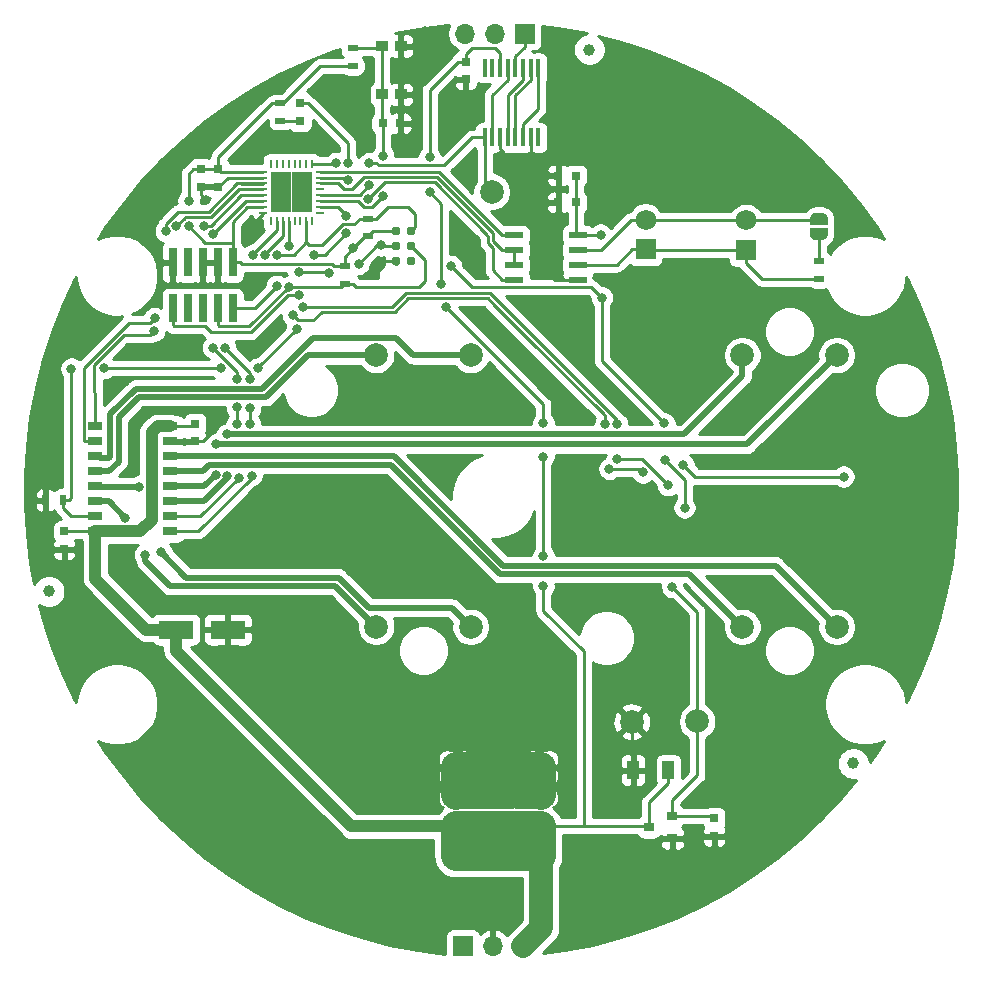
<source format=gbr>
G04 #@! TF.GenerationSoftware,KiCad,Pcbnew,(5.1.5)-3*
G04 #@! TF.CreationDate,2020-06-04T15:01:54+02:00*
G04 #@! TF.ProjectId,StepperClockK02,53746570-7065-4724-936c-6f636b4b3032,v1.0*
G04 #@! TF.SameCoordinates,Original*
G04 #@! TF.FileFunction,Copper,L1,Top*
G04 #@! TF.FilePolarity,Positive*
%FSLAX46Y46*%
G04 Gerber Fmt 4.6, Leading zero omitted, Abs format (unit mm)*
G04 Created by KiCad (PCBNEW (5.1.5)-3) date 2020-06-04 15:01:54*
%MOMM*%
%LPD*%
G04 APERTURE LIST*
%ADD10R,0.740000X2.400000*%
%ADD11R,1.700000X1.700000*%
%ADD12O,1.700000X1.700000*%
%ADD13C,0.787400*%
%ADD14R,1.750000X1.750000*%
%ADD15C,1.750000*%
%ADD16C,2.000000*%
%ADD17R,0.450000X1.500000*%
%ADD18R,0.750000X0.800000*%
%ADD19R,0.900000X0.800000*%
%ADD20R,1.550000X0.600000*%
%ADD21R,1.300000X0.800000*%
%ADD22R,0.700000X0.250000*%
%ADD23R,0.250000X0.700000*%
%ADD24R,1.725000X1.725000*%
%ADD25R,1.000000X0.900000*%
%ADD26R,0.900000X0.500000*%
%ADD27R,0.500000X0.900000*%
%ADD28C,0.100000*%
%ADD29C,1.000000*%
%ADD30R,0.800000X0.800000*%
%ADD31R,1.000000X1.600000*%
%ADD32R,0.800000X0.750000*%
%ADD33R,3.000000X1.600000*%
%ADD34C,0.800000*%
%ADD35C,0.250000*%
%ADD36C,2.000000*%
%ADD37C,2.500000*%
%ADD38C,1.000000*%
%ADD39C,0.500000*%
%ADD40C,0.254000*%
G04 APERTURE END LIST*
D10*
X73565800Y-127510740D03*
X73565800Y-123610740D03*
X74835800Y-127510740D03*
X74835800Y-123610740D03*
X76105800Y-127510740D03*
X76105800Y-123610740D03*
X77375800Y-127510740D03*
X77375800Y-123610740D03*
X78645800Y-127510740D03*
X78645800Y-123610740D03*
D11*
X98135800Y-181490740D03*
D12*
X100675800Y-181490740D03*
X103215800Y-181490740D03*
D13*
X92460800Y-120990740D03*
X93730800Y-120990740D03*
X92460800Y-122260740D03*
X93730800Y-122260740D03*
X92460800Y-123530740D03*
X93730800Y-123530740D03*
D14*
X113605800Y-122530740D03*
D15*
X113605800Y-120030740D03*
D14*
X97515800Y-166380740D03*
D15*
X97515800Y-168880740D03*
X97515800Y-171380740D03*
X97515800Y-173880740D03*
D14*
X122115800Y-122570740D03*
D15*
X122115800Y-120070740D03*
D14*
X104745800Y-166380740D03*
D15*
X104745800Y-168880740D03*
X104745800Y-171380740D03*
X104745800Y-173880740D03*
D16*
X100585800Y-117640740D03*
X117975800Y-162490740D03*
X112435800Y-162520740D03*
D17*
X99970800Y-113050740D03*
X100620800Y-113050740D03*
X101270800Y-113050740D03*
X101920800Y-113050740D03*
X102570800Y-113050740D03*
X103220800Y-113050740D03*
X103870800Y-113050740D03*
X104520800Y-113050740D03*
X104520800Y-107150740D03*
X103870800Y-107150740D03*
X103220800Y-107150740D03*
X102570800Y-107150740D03*
X101920800Y-107150740D03*
X101270800Y-107150740D03*
X100620800Y-107150740D03*
X99970800Y-107150740D03*
D18*
X98385800Y-108120740D03*
X98385800Y-106620740D03*
D11*
X103375800Y-104260740D03*
D12*
X100835800Y-104260740D03*
X98295800Y-104260740D03*
D19*
X115885800Y-172400740D03*
X115885800Y-170500740D03*
X113885800Y-171450740D03*
D20*
X102465800Y-121275740D03*
X102465800Y-122545740D03*
X102465800Y-123815740D03*
X102465800Y-125085740D03*
X107865800Y-125085740D03*
X107865800Y-123815740D03*
X107865800Y-122545740D03*
X107865800Y-121275740D03*
D21*
X73315800Y-146410740D03*
X73315800Y-145130740D03*
X73315800Y-143870740D03*
X73315800Y-142600740D03*
X73315800Y-141320740D03*
X73315800Y-140050740D03*
X73315800Y-138790740D03*
X73315800Y-137510740D03*
X67015800Y-137510740D03*
X67015800Y-138790740D03*
X67015800Y-140050740D03*
X67015800Y-141320740D03*
X67015800Y-142600740D03*
X67015800Y-143870740D03*
X67015800Y-145130740D03*
X67015800Y-146410740D03*
D22*
X81235800Y-115940740D03*
X81235800Y-116440740D03*
X81235800Y-116940740D03*
X81235800Y-117440740D03*
X81235800Y-117940740D03*
X81235800Y-118440740D03*
X81235800Y-118940740D03*
X81235800Y-119440740D03*
D23*
X81885800Y-120090740D03*
X82385800Y-120090740D03*
X82885800Y-120090740D03*
X83385800Y-120090740D03*
X83885800Y-120090740D03*
X84385800Y-120090740D03*
X84885800Y-120090740D03*
X85385800Y-120090740D03*
D22*
X86035800Y-119440740D03*
X86035800Y-118940740D03*
X86035800Y-118440740D03*
X86035800Y-117940740D03*
X86035800Y-117440740D03*
X86035800Y-116940740D03*
X86035800Y-116440740D03*
X86035800Y-115940740D03*
D23*
X85385800Y-115290740D03*
X84885800Y-115290740D03*
X84385800Y-115290740D03*
X83885800Y-115290740D03*
X83385800Y-115290740D03*
X82885800Y-115290740D03*
X82385800Y-115290740D03*
X81885800Y-115290740D03*
D24*
X84498300Y-118553240D03*
X84498300Y-116828240D03*
X82773300Y-118553240D03*
X82773300Y-116828240D03*
D16*
X129795800Y-154480740D03*
X129795800Y-131480740D03*
X121795800Y-154480740D03*
X121795800Y-131480740D03*
X98795800Y-154480740D03*
X98795800Y-131480740D03*
X90795800Y-154480740D03*
X90795800Y-131480740D03*
D25*
X92895800Y-105310740D03*
X91295800Y-105310740D03*
X92895800Y-109410740D03*
X91295800Y-109410740D03*
D26*
X82695800Y-110140740D03*
X82695800Y-111640740D03*
X88115800Y-123920740D03*
X88115800Y-125420740D03*
X90115800Y-121410740D03*
X90115800Y-119910740D03*
X88815800Y-107010740D03*
X88815800Y-105510740D03*
X128305800Y-125040740D03*
X128305800Y-123540740D03*
D27*
X64275800Y-143750740D03*
X62775800Y-143750740D03*
G04 #@! TA.AperFunction,SMDPad,CuDef*
D28*
G36*
X129025198Y-121230740D02*
G01*
X129025198Y-121255274D01*
X129020388Y-121304105D01*
X129010816Y-121352230D01*
X128996572Y-121399185D01*
X128977795Y-121444518D01*
X128954664Y-121487791D01*
X128927404Y-121528590D01*
X128896276Y-121566519D01*
X128861579Y-121601216D01*
X128823650Y-121632344D01*
X128782851Y-121659604D01*
X128739578Y-121682735D01*
X128694245Y-121701512D01*
X128647290Y-121715756D01*
X128599165Y-121725328D01*
X128550334Y-121730138D01*
X128525800Y-121730138D01*
X128525800Y-121730740D01*
X128025800Y-121730740D01*
X128025800Y-121730138D01*
X128001266Y-121730138D01*
X127952435Y-121725328D01*
X127904310Y-121715756D01*
X127857355Y-121701512D01*
X127812022Y-121682735D01*
X127768749Y-121659604D01*
X127727950Y-121632344D01*
X127690021Y-121601216D01*
X127655324Y-121566519D01*
X127624196Y-121528590D01*
X127596936Y-121487791D01*
X127573805Y-121444518D01*
X127555028Y-121399185D01*
X127540784Y-121352230D01*
X127531212Y-121304105D01*
X127526402Y-121255274D01*
X127526402Y-121230740D01*
X127525800Y-121230740D01*
X127525800Y-120730740D01*
X129025800Y-120730740D01*
X129025800Y-121230740D01*
X129025198Y-121230740D01*
G37*
G04 #@! TD.AperFunction*
G04 #@! TA.AperFunction,SMDPad,CuDef*
G36*
X127525800Y-120430740D02*
G01*
X127525800Y-119930740D01*
X127526402Y-119930740D01*
X127526402Y-119906206D01*
X127531212Y-119857375D01*
X127540784Y-119809250D01*
X127555028Y-119762295D01*
X127573805Y-119716962D01*
X127596936Y-119673689D01*
X127624196Y-119632890D01*
X127655324Y-119594961D01*
X127690021Y-119560264D01*
X127727950Y-119529136D01*
X127768749Y-119501876D01*
X127812022Y-119478745D01*
X127857355Y-119459968D01*
X127904310Y-119445724D01*
X127952435Y-119436152D01*
X128001266Y-119431342D01*
X128025800Y-119431342D01*
X128025800Y-119430740D01*
X128525800Y-119430740D01*
X128525800Y-119431342D01*
X128550334Y-119431342D01*
X128599165Y-119436152D01*
X128647290Y-119445724D01*
X128694245Y-119459968D01*
X128739578Y-119478745D01*
X128782851Y-119501876D01*
X128823650Y-119529136D01*
X128861579Y-119560264D01*
X128896276Y-119594961D01*
X128927404Y-119632890D01*
X128954664Y-119673689D01*
X128977795Y-119716962D01*
X128996572Y-119762295D01*
X129010816Y-119809250D01*
X129020388Y-119857375D01*
X129025198Y-119906206D01*
X129025198Y-119930740D01*
X129025800Y-119930740D01*
X129025800Y-120430740D01*
X127525800Y-120430740D01*
G37*
G04 #@! TD.AperFunction*
D29*
X108845800Y-105610740D03*
X63095800Y-151490740D03*
X131185800Y-166050740D03*
D30*
X84375800Y-111640740D03*
X84375800Y-110140740D03*
D18*
X77435800Y-117240740D03*
X77435800Y-115740740D03*
X75935800Y-115720740D03*
X75935800Y-117220740D03*
X119415800Y-172200740D03*
X119415800Y-170700740D03*
D31*
X115545800Y-166620740D03*
X112545800Y-166620740D03*
D32*
X106205800Y-118540740D03*
X107705800Y-118540740D03*
X106225800Y-116270740D03*
X107725800Y-116270740D03*
D33*
X73835800Y-154710740D03*
X78235800Y-154710740D03*
D18*
X64385800Y-147910740D03*
X64385800Y-146410740D03*
D32*
X92845800Y-111860740D03*
X91345800Y-111860740D03*
D18*
X75475800Y-138790740D03*
X75475800Y-137290740D03*
D34*
X76975800Y-136720740D03*
X76385800Y-118310740D03*
X98375800Y-110240740D03*
X107525800Y-111380740D03*
X96195800Y-135350740D03*
X76695800Y-112380740D03*
X88465800Y-109440740D03*
X83415800Y-113260740D03*
X98515800Y-123100740D03*
X101985800Y-130350740D03*
X95975800Y-140890740D03*
X103045800Y-147390740D03*
X90465800Y-124630740D03*
X98405800Y-115440740D03*
X80935800Y-130340740D03*
X72105800Y-131350740D03*
X68855800Y-133940740D03*
X99895800Y-166380740D03*
X101945800Y-166380740D03*
X99804977Y-168409917D03*
X102125800Y-168360740D03*
X65095800Y-155560740D03*
X76915800Y-170300740D03*
X92055800Y-178660740D03*
X115835800Y-178170740D03*
X125945800Y-171060740D03*
X136055800Y-155610740D03*
X138435800Y-142660740D03*
X135465800Y-129450740D03*
X127565800Y-116560740D03*
X117045800Y-109370740D03*
X106255800Y-104920740D03*
X69775800Y-119520740D03*
X94935800Y-104060740D03*
X64195800Y-129770740D03*
X62045800Y-140460740D03*
X84105800Y-155830740D03*
X91075800Y-164230740D03*
X101945800Y-159610740D03*
X80735800Y-146800740D03*
X90985800Y-145450740D03*
X114485800Y-154480740D03*
X122935800Y-161810740D03*
X130525800Y-147290740D03*
X129855800Y-137090740D03*
X123205800Y-135110740D03*
X115745800Y-129540740D03*
X116105800Y-114490740D03*
X106125800Y-128100740D03*
X76155800Y-148260740D03*
X89405800Y-135340740D03*
X107395800Y-141290740D03*
X107265800Y-147370740D03*
X115095800Y-147500740D03*
X111415800Y-144140740D03*
X91545800Y-159540740D03*
X89405800Y-167820740D03*
X84235800Y-175390740D03*
X108885800Y-179790740D03*
X96365800Y-178350740D03*
X100195800Y-178450740D03*
X111465800Y-175110740D03*
X110715800Y-169180740D03*
X124845800Y-165560740D03*
X105085800Y-123370740D03*
X80325800Y-120430740D03*
X95315800Y-114695740D03*
X95315800Y-117640740D03*
X96325800Y-125485740D03*
X96725800Y-127400740D03*
X104955800Y-137220740D03*
X104955800Y-140070740D03*
X104955800Y-148450740D03*
X104955800Y-151050740D03*
X99765800Y-171630740D03*
X99705800Y-173830740D03*
X102465800Y-171600740D03*
X102285800Y-173830740D03*
X88255800Y-119685740D03*
X88255953Y-121165893D03*
X85535800Y-122975740D03*
X84095800Y-129230740D03*
X80815800Y-132590740D03*
X77675800Y-132570740D03*
X67740800Y-132570740D03*
X64985800Y-132610740D03*
X69535800Y-145270740D03*
X71245800Y-148370740D03*
X72565800Y-148150740D03*
X70675800Y-142610740D03*
X73885800Y-120560740D03*
X72005800Y-129410740D03*
X72982938Y-120990674D03*
X72039794Y-128351441D03*
X80255800Y-141670740D03*
X80115800Y-135970740D03*
X80115800Y-137340740D03*
X76245800Y-120525750D03*
X77999943Y-130839578D03*
X80115800Y-133460730D03*
X76970800Y-121228082D03*
X76975800Y-130840740D03*
X79180105Y-141873009D03*
X78995800Y-137340740D03*
X79005800Y-135900740D03*
X79005800Y-133460730D03*
X82395800Y-122975740D03*
X82398288Y-125620209D03*
X83395800Y-125690740D03*
X83405800Y-122250740D03*
X91398821Y-117983761D03*
X91395800Y-114600740D03*
X84225800Y-124480740D03*
X84231357Y-126415740D03*
X91185800Y-122190740D03*
X86775800Y-124520740D03*
X89315800Y-123750740D03*
X78198559Y-141681777D03*
X78185800Y-138190740D03*
X77201846Y-141600750D03*
X77195800Y-139040740D03*
X87385800Y-115215740D03*
X90106168Y-118251108D03*
X88395800Y-115215740D03*
X88375800Y-116665740D03*
X115865800Y-151090740D03*
X109805800Y-121280740D03*
X109915800Y-126600740D03*
X115195800Y-137260740D03*
X115265800Y-140390740D03*
X116905800Y-144390740D03*
X74925800Y-118390740D03*
X74925800Y-120560740D03*
X88825800Y-122430740D03*
X97125800Y-123940740D03*
X81395797Y-122975740D03*
X84585800Y-127380740D03*
X111195800Y-137310740D03*
X111195800Y-140280740D03*
X115505800Y-142490740D03*
X80395811Y-122970123D03*
X83767770Y-128105740D03*
X110196249Y-137340740D03*
X110545800Y-141100740D03*
X113385800Y-141410740D03*
X116805800Y-140770740D03*
X130375800Y-141770740D03*
X90216220Y-117115750D03*
X90225800Y-115215740D03*
D35*
X119215800Y-172400740D02*
X119415800Y-172200740D01*
X115885800Y-172400740D02*
X119215800Y-172400740D01*
D36*
X97515800Y-166380740D02*
X99895800Y-166380740D01*
X102245800Y-168880740D02*
X104745800Y-166380740D01*
X97515800Y-168880740D02*
X102245800Y-168880740D01*
X104745800Y-168880740D02*
X102825800Y-168880740D01*
X102825800Y-168880740D02*
X102165800Y-168220740D01*
X100390800Y-166380740D02*
X97515800Y-166380740D01*
X101535800Y-167525740D02*
X100390800Y-166380740D01*
X101535800Y-167590740D02*
X101535800Y-167525740D01*
X97515800Y-166380740D02*
X98075800Y-166380740D01*
X99705800Y-168010740D02*
X101745800Y-168010740D01*
X98075800Y-166380740D02*
X99705800Y-168010740D01*
X97515800Y-168880740D02*
X99804977Y-168409917D01*
X101745800Y-168010740D02*
X104745800Y-168880740D01*
D35*
X77415800Y-117220740D02*
X77435800Y-117240740D01*
X75935800Y-117220740D02*
X77415800Y-117220740D01*
X77435800Y-117215740D02*
X77435800Y-117240740D01*
X78210800Y-116440740D02*
X77435800Y-117215740D01*
X81235800Y-116440740D02*
X78210800Y-116440740D01*
X73315800Y-138790740D02*
X75475800Y-138790740D01*
X76975800Y-137915740D02*
X76975800Y-136720740D01*
X75475800Y-138790740D02*
X76100800Y-138790740D01*
X76100800Y-138790740D02*
X76975800Y-137915740D01*
X92895800Y-111810740D02*
X92845800Y-111860740D01*
X92895800Y-109410740D02*
X92895800Y-111810740D01*
X92895800Y-106010740D02*
X92895800Y-109410740D01*
X92895800Y-105310740D02*
X92895800Y-106010740D01*
X103870800Y-114565740D02*
X105575800Y-116270740D01*
X103870800Y-113050740D02*
X103870800Y-114565740D01*
X101270800Y-114050740D02*
X103490800Y-116270740D01*
X105575800Y-116270740D02*
X106225800Y-116270740D01*
X103490800Y-116270740D02*
X105575800Y-116270740D01*
X101270800Y-113050740D02*
X101270800Y-114050740D01*
X112435800Y-166510740D02*
X112545800Y-166620740D01*
X112435800Y-162520740D02*
X112435800Y-166510740D01*
X91904025Y-123530740D02*
X92460800Y-123530740D01*
X91000115Y-123530740D02*
X91904025Y-123530740D01*
X90465800Y-124065055D02*
X91000115Y-123530740D01*
X90465800Y-124630740D02*
X90465800Y-124065055D01*
D36*
X99895800Y-166380740D02*
X101945800Y-166380740D01*
X101945800Y-166380740D02*
X104745800Y-166380740D01*
X99804977Y-168409917D02*
X101745800Y-168010740D01*
X102165800Y-168220740D02*
X101535800Y-167590740D01*
D37*
X104745800Y-166380740D02*
X98075800Y-166380740D01*
X97515800Y-166380740D02*
X97515800Y-168680730D01*
X104745800Y-166380740D02*
X104745800Y-168680730D01*
D35*
X107865800Y-125085740D02*
X105920800Y-125085740D01*
X105085800Y-124250740D02*
X105085800Y-123370740D01*
X105920800Y-125085740D02*
X105085800Y-124250740D01*
X81235800Y-119440740D02*
X81235800Y-119520740D01*
X81235800Y-119520740D02*
X80325800Y-120430740D01*
X75935800Y-117860740D02*
X76385800Y-118310740D01*
X75935800Y-117220740D02*
X75935800Y-117860740D01*
X101270800Y-106150740D02*
X101270800Y-107150740D01*
X100835800Y-105462821D02*
X101270800Y-105897821D01*
X101270800Y-105897821D02*
X101270800Y-106150740D01*
X98893719Y-105462821D02*
X98385800Y-105970740D01*
X98385800Y-105970740D02*
X98385800Y-106620740D01*
X100835800Y-105462821D02*
X98893719Y-105462821D01*
X113815800Y-171380740D02*
X113885800Y-171450740D01*
X65010800Y-146410740D02*
X67015800Y-146410740D01*
X64385800Y-146410740D02*
X65010800Y-146410740D01*
X75255800Y-137510740D02*
X75475800Y-137290740D01*
X73315800Y-137510740D02*
X75255800Y-137510740D01*
D38*
X73315800Y-137510740D02*
X72285798Y-137510740D01*
X72285798Y-137510740D02*
X71775800Y-138020738D01*
X71775800Y-138020738D02*
X71775800Y-145410740D01*
X70775800Y-146410740D02*
X67015800Y-146410740D01*
X71775800Y-145410740D02*
X70775800Y-146410740D01*
X71335800Y-154710740D02*
X73835800Y-154710740D01*
X67015800Y-150390740D02*
X71335800Y-154710740D01*
X67015800Y-146410740D02*
X67015800Y-150390740D01*
X96278364Y-171380740D02*
X97515800Y-171380740D01*
X88705800Y-171380740D02*
X96278364Y-171380740D01*
X73835800Y-156510740D02*
X88705800Y-171380740D01*
X73835800Y-154710740D02*
X73835800Y-156510740D01*
D35*
X95315800Y-109065740D02*
X95315800Y-114695740D01*
X98385800Y-106620740D02*
X97760800Y-106620740D01*
X97760800Y-106620740D02*
X95315800Y-109065740D01*
X95315800Y-117640740D02*
X96325800Y-118650740D01*
X96325800Y-118650740D02*
X96325800Y-125485740D01*
X96725800Y-127400740D02*
X104955800Y-135630740D01*
X104955800Y-135630740D02*
X104955800Y-137220740D01*
X104955800Y-140070740D02*
X104955800Y-148450740D01*
X104955800Y-153141742D02*
X108365800Y-156551742D01*
X104955800Y-151050740D02*
X104955800Y-153141742D01*
X108365800Y-156551742D02*
X108365800Y-169220740D01*
X108365800Y-169220740D02*
X108365800Y-171380740D01*
X104745800Y-171380740D02*
X108365800Y-171380740D01*
X108365800Y-171380740D02*
X113815800Y-171380740D01*
X113885800Y-169330740D02*
X113885800Y-170800740D01*
X115545800Y-167670740D02*
X113885800Y-169330740D01*
X113885800Y-170800740D02*
X113885800Y-171450740D01*
X115545800Y-166620740D02*
X115545800Y-167670740D01*
D37*
X97515800Y-173880740D02*
X104745800Y-173880740D01*
X97515800Y-171380740D02*
X104745800Y-171380740D01*
X97515800Y-171380740D02*
X97515800Y-173880740D01*
X104745800Y-171380740D02*
X104745800Y-173880740D01*
D36*
X104745800Y-179960740D02*
X103215800Y-181490740D01*
X104745800Y-173880740D02*
X104745800Y-179960740D01*
D35*
X64275800Y-144450740D02*
X64275800Y-143750740D01*
X64955800Y-145130740D02*
X64275800Y-144450740D01*
X67015800Y-145130740D02*
X64955800Y-145130740D01*
X86035800Y-118940740D02*
X87545800Y-118940740D01*
X87545800Y-118940740D02*
X88255800Y-119650740D01*
X88255800Y-119650740D02*
X88255800Y-119685740D01*
X88255953Y-121165893D02*
X86446106Y-122975740D01*
X86446106Y-122975740D02*
X85535800Y-122975740D01*
X64775800Y-143750740D02*
X64275800Y-143750740D01*
X64985800Y-143540740D02*
X64775800Y-143750740D01*
X84095800Y-129230740D02*
X80815800Y-132510740D01*
X80815800Y-132510740D02*
X80815800Y-132590740D01*
X77675800Y-132570740D02*
X67740800Y-132570740D01*
X64985800Y-132610740D02*
X64985800Y-143540740D01*
D39*
X67015800Y-143870740D02*
X68135800Y-143870740D01*
X68135800Y-143870740D02*
X69535800Y-145270740D01*
X71245800Y-148936425D02*
X73320115Y-151010740D01*
X71245800Y-148370740D02*
X71245800Y-148936425D01*
X89795801Y-153480741D02*
X90795800Y-154480740D01*
X87325801Y-151010740D02*
X89795801Y-153480741D01*
X73320115Y-151010740D02*
X87325801Y-151010740D01*
X87615753Y-150310730D02*
X90185763Y-152880740D01*
X97195800Y-152880740D02*
X98795800Y-154480740D01*
X90185763Y-152880740D02*
X97195800Y-152880740D01*
X87615753Y-150310730D02*
X74725790Y-150310730D01*
X74725790Y-150310730D02*
X72565800Y-148150740D01*
X67025800Y-142610740D02*
X67015800Y-142600740D01*
X70675800Y-142610740D02*
X67025800Y-142610740D01*
X97381587Y-131480740D02*
X98795800Y-131480740D01*
X67015800Y-140050740D02*
X67215800Y-140050740D01*
X67375838Y-140210778D02*
X68205762Y-140210778D01*
X70435847Y-134310730D02*
X81169846Y-134310730D01*
X68205762Y-140210778D02*
X68285800Y-140130740D01*
X68285800Y-140130740D02*
X68285800Y-136460777D01*
X93909798Y-131480740D02*
X97381587Y-131480740D01*
X68285800Y-136460777D02*
X70435847Y-134310730D01*
X67215800Y-140050740D02*
X67375838Y-140210778D01*
X81169846Y-134310730D02*
X85449836Y-130030739D01*
X85449836Y-130030739D02*
X92459797Y-130030739D01*
X92459797Y-130030739D02*
X93909798Y-131480740D01*
X81459798Y-135010740D02*
X84989798Y-131480740D01*
X67015800Y-141320740D02*
X68165800Y-141320740D01*
X68985810Y-136750730D02*
X70725800Y-135010740D01*
X68985810Y-140500730D02*
X68985810Y-136750730D01*
X84989798Y-131480740D02*
X90795800Y-131480740D01*
X68165800Y-141320740D02*
X68985810Y-140500730D01*
X70725800Y-135010740D02*
X81459798Y-135010740D01*
D35*
X81235800Y-117440740D02*
X79232212Y-117440740D01*
X67015800Y-136860740D02*
X67015800Y-137510740D01*
X76822201Y-119800749D02*
X74612789Y-119800749D01*
X79182210Y-117440740D02*
X76822201Y-119800749D01*
X81235800Y-117440740D02*
X79182210Y-117440740D01*
X74612789Y-119800749D02*
X74612789Y-119833751D01*
X74612789Y-119833751D02*
X73885800Y-120560740D01*
X66945800Y-132292738D02*
X66945800Y-132390740D01*
X71605801Y-129810739D02*
X69427799Y-129810739D01*
X72005800Y-129410740D02*
X71605801Y-129810739D01*
X69427799Y-129810739D02*
X66945800Y-132292738D01*
X66945800Y-132390740D02*
X67015800Y-136860740D01*
X67015800Y-132222738D02*
X66945800Y-132390740D01*
X81235800Y-116940740D02*
X81195800Y-116940740D01*
X81195800Y-116940740D02*
X81185800Y-116950740D01*
X81185800Y-116950740D02*
X79345800Y-116950740D01*
X79045800Y-116940740D02*
X81235800Y-116940740D01*
X76635800Y-119350740D02*
X79045800Y-116940740D01*
X72982938Y-120390600D02*
X72982938Y-120990674D01*
X76635800Y-119350740D02*
X74022798Y-119350740D01*
X74022798Y-119350740D02*
X72982938Y-120390600D01*
X66115800Y-138790740D02*
X67015800Y-138790740D01*
X66040799Y-138715739D02*
X66115800Y-138790740D01*
X69850688Y-128751440D02*
X66040799Y-132561329D01*
X66040799Y-132561329D02*
X66040799Y-138715739D01*
X71639795Y-128751440D02*
X69850688Y-128751440D01*
X72039794Y-128351441D02*
X71639795Y-128751440D01*
X80255800Y-141870316D02*
X80255800Y-141670740D01*
X73315800Y-146410740D02*
X75715376Y-146410740D01*
X80115800Y-137340740D02*
X80115800Y-135970740D01*
X75715376Y-146410740D02*
X80255800Y-141870316D01*
X79368622Y-117940740D02*
X76783612Y-120525750D01*
X76783612Y-120525750D02*
X76245800Y-120525750D01*
X81235800Y-117940740D02*
X79368622Y-117940740D01*
X77999943Y-130839578D02*
X80115800Y-132955435D01*
X80115800Y-132955435D02*
X80115800Y-133460730D01*
X73315800Y-145130740D02*
X75922374Y-145130740D01*
X75922374Y-145130740D02*
X79180105Y-141873009D01*
X78995800Y-137340740D02*
X78995800Y-135910740D01*
X78995800Y-135910740D02*
X79005800Y-135900740D01*
X79005800Y-132870740D02*
X76975800Y-130840740D01*
X79005800Y-133460730D02*
X79005800Y-132870740D01*
X79758142Y-118440740D02*
X76970800Y-121228082D01*
X81235800Y-118440740D02*
X79758142Y-118440740D01*
X84885800Y-120090740D02*
X84885800Y-121930740D01*
X84885800Y-121930740D02*
X85145800Y-122190740D01*
X85145800Y-122190740D02*
X86205800Y-122190740D01*
X86205800Y-122190740D02*
X87985800Y-120410740D01*
X84885800Y-121930740D02*
X83840798Y-122975740D01*
X83840798Y-122975740D02*
X82395800Y-122975740D01*
X94124499Y-120597041D02*
X93730800Y-120990740D01*
X90115800Y-119910740D02*
X90815800Y-119910740D01*
X90815800Y-119910740D02*
X91826101Y-118900439D01*
X91826101Y-118900439D02*
X93489545Y-118900439D01*
X93489545Y-118900439D02*
X94124499Y-119535393D01*
X94124499Y-119535393D02*
X94124499Y-120597041D01*
X88915800Y-120410740D02*
X87985800Y-120410740D01*
X89415800Y-119910740D02*
X88915800Y-120410740D01*
X90115800Y-119910740D02*
X89415800Y-119910740D01*
X80507757Y-127510740D02*
X78645800Y-127510740D01*
X82398288Y-125620209D02*
X80507757Y-127510740D01*
X94932101Y-125194485D02*
X94435846Y-125690740D01*
X93730800Y-122260740D02*
X94932101Y-123462041D01*
X94932101Y-123462041D02*
X94932101Y-125194485D01*
X83405800Y-120110740D02*
X83385800Y-120090740D01*
X83405800Y-122250740D02*
X83405800Y-120110740D01*
X87845800Y-125690740D02*
X88115800Y-125420740D01*
X83395800Y-125690740D02*
X87845800Y-125690740D01*
X89085800Y-125690740D02*
X94435846Y-125690740D01*
X88815800Y-125420740D02*
X89085800Y-125690740D01*
X88115800Y-125420740D02*
X88815800Y-125420740D01*
X77450801Y-129035741D02*
X77375800Y-128960740D01*
X80050799Y-129035741D02*
X77450801Y-129035741D01*
X77375800Y-128960740D02*
X77375800Y-127510740D01*
X83395800Y-125690740D02*
X80050799Y-129035741D01*
X91295800Y-111810740D02*
X91345800Y-111860740D01*
X91295800Y-109410740D02*
X91295800Y-111810740D01*
X91295800Y-106010740D02*
X91295800Y-109410740D01*
X91295800Y-105310740D02*
X91295800Y-106010740D01*
X91095800Y-105510740D02*
X91295800Y-105310740D01*
X88815800Y-105510740D02*
X91095800Y-105510740D01*
X90406473Y-118976109D02*
X91398821Y-117983761D01*
X89758167Y-118976109D02*
X90406473Y-118976109D01*
X86035800Y-118440740D02*
X89222798Y-118440740D01*
X89222798Y-118440740D02*
X89758167Y-118976109D01*
X91395800Y-111910740D02*
X91345800Y-111860740D01*
X91395800Y-114600740D02*
X91395800Y-111910740D01*
X92460800Y-122260740D02*
X91255800Y-122260740D01*
X91255800Y-122260740D02*
X91185800Y-122190740D01*
X84225800Y-124480740D02*
X86735800Y-124480740D01*
X86735800Y-124480740D02*
X86775800Y-124520740D01*
X90875800Y-122190740D02*
X91185800Y-122190740D01*
X89315800Y-123750740D02*
X90875800Y-122190740D01*
X73565800Y-128960740D02*
X73565800Y-127510740D01*
X73640801Y-129035741D02*
X73565800Y-128960740D01*
X76313803Y-129035741D02*
X73640801Y-129035741D01*
X76838802Y-129560740D02*
X76313803Y-129035741D01*
X80162210Y-129560740D02*
X76838802Y-129560740D01*
X83307210Y-126415740D02*
X80162210Y-129560740D01*
X84231357Y-126415740D02*
X83307210Y-126415740D01*
D39*
X78198559Y-141862039D02*
X78198559Y-141681777D01*
X73315800Y-143870740D02*
X76189858Y-143870740D01*
X76189858Y-143870740D02*
X78198559Y-141862039D01*
X78185800Y-138190740D02*
X116865800Y-138190740D01*
X121795800Y-133260740D02*
X121795800Y-131480740D01*
X116865800Y-138190740D02*
X121795800Y-133260740D01*
X73315800Y-142600740D02*
X76201856Y-142600740D01*
X76201856Y-142600740D02*
X77201846Y-141600750D01*
X122235800Y-139040740D02*
X129795800Y-131480740D01*
X77195800Y-139040740D02*
X122235800Y-139040740D01*
X92319798Y-140050740D02*
X101569798Y-149300740D01*
X73315800Y-140050740D02*
X92319798Y-140050740D01*
X124615800Y-149300740D02*
X129795800Y-154480740D01*
X101569798Y-149300740D02*
X124615800Y-149300740D01*
X73315800Y-141320740D02*
X76105810Y-141320740D01*
X76105810Y-141320740D02*
X76675800Y-140750750D01*
X76675800Y-140750750D02*
X92029846Y-140750750D01*
X92029846Y-140750750D02*
X101279845Y-150000750D01*
X117315810Y-150000750D02*
X121795800Y-154480740D01*
X101279845Y-150000750D02*
X117315810Y-150000750D01*
D35*
X86635800Y-115940740D02*
X86035800Y-115940740D01*
X96105800Y-115940740D02*
X86635800Y-115940740D01*
X101440800Y-121275740D02*
X96105800Y-115940740D01*
X102465800Y-121275740D02*
X101440800Y-121275740D01*
X102465800Y-122545740D02*
X102465800Y-123815740D01*
X101440800Y-122545740D02*
X102465800Y-122545740D01*
X88047799Y-117390741D02*
X88743801Y-117390741D01*
X95875820Y-116390740D02*
X95919390Y-116390740D01*
X89435800Y-116698742D02*
X89437798Y-116698742D01*
X87597798Y-116940740D02*
X88047799Y-117390741D01*
X88743801Y-117390741D02*
X89435800Y-116698742D01*
X95919390Y-116390740D02*
X100707595Y-121178945D01*
X100707595Y-121812535D02*
X101440800Y-122545740D01*
X86035800Y-116940740D02*
X87597798Y-116940740D01*
X89437798Y-116698742D02*
X89745790Y-116390750D01*
X89745790Y-116390750D02*
X95875810Y-116390750D01*
X100707595Y-121178945D02*
X100707595Y-121812535D01*
X95875810Y-116390750D02*
X95875820Y-116390740D01*
X100665800Y-124310740D02*
X100665800Y-122407150D01*
X102465800Y-125085740D02*
X101440800Y-125085740D01*
X101440800Y-125085740D02*
X100665800Y-124310740D01*
X100257585Y-121998935D02*
X100257585Y-121432525D01*
X100665800Y-122407150D02*
X100257585Y-121998935D01*
X100215800Y-121390740D02*
X100215800Y-121323560D01*
X100257585Y-121432525D02*
X100215800Y-121390740D01*
X100215800Y-121323560D02*
X95739390Y-116847150D01*
X85385800Y-115290740D02*
X87310800Y-115290740D01*
X87310800Y-115290740D02*
X87385800Y-115215740D01*
X90106168Y-118251108D02*
X91516516Y-116840760D01*
X91516516Y-116840760D02*
X95715800Y-116840760D01*
X82695800Y-111640740D02*
X84375800Y-111640740D01*
X88395800Y-113510740D02*
X88395800Y-115215740D01*
X84375800Y-110140740D02*
X85025800Y-110140740D01*
X85025800Y-110140740D02*
X88395800Y-113510740D01*
X86035800Y-116440740D02*
X88150800Y-116440740D01*
X88150800Y-116440740D02*
X88375800Y-116665740D01*
X119215800Y-170500740D02*
X119415800Y-170700740D01*
X115885800Y-170500740D02*
X119215800Y-170500740D01*
X115885800Y-170500740D02*
X115885800Y-169140740D01*
X117975800Y-167050740D02*
X117975800Y-162490740D01*
X115885800Y-169140740D02*
X117975800Y-167050740D01*
X117975800Y-162490740D02*
X117975800Y-153200740D01*
X117975800Y-153200740D02*
X115865800Y-151090740D01*
X107725800Y-118520740D02*
X107705800Y-118540740D01*
X107725800Y-116270740D02*
X107725800Y-118520740D01*
X107705800Y-121115740D02*
X107865800Y-121275740D01*
X107705800Y-118540740D02*
X107705800Y-121115740D01*
X107865800Y-121275740D02*
X109800800Y-121275740D01*
X109800800Y-121275740D02*
X109805800Y-121280740D01*
X109915800Y-126600740D02*
X109915800Y-131980740D01*
X109915800Y-131980740D02*
X115195800Y-137260740D01*
X115265800Y-140390740D02*
X116905800Y-142030740D01*
X116905800Y-142030740D02*
X116905800Y-144390740D01*
X77635800Y-115940740D02*
X77435800Y-115740740D01*
X81235800Y-115940740D02*
X77635800Y-115940740D01*
X75955800Y-115740740D02*
X75935800Y-115720740D01*
X77435800Y-115740740D02*
X75955800Y-115740740D01*
X88115800Y-107010740D02*
X88815800Y-107010740D01*
X86025800Y-107010740D02*
X88115800Y-107010740D01*
X82895800Y-110140740D02*
X86025800Y-107010740D01*
X82695800Y-110140740D02*
X82895800Y-110140740D01*
X77435800Y-115090740D02*
X77435800Y-115740740D01*
X81995800Y-110140740D02*
X77435800Y-114700740D01*
X77435800Y-114700740D02*
X77435800Y-115090740D01*
X82695800Y-110140740D02*
X81995800Y-110140740D01*
X74925800Y-116105740D02*
X74925800Y-118390740D01*
X75935800Y-115720740D02*
X75310800Y-115720740D01*
X75310800Y-115720740D02*
X74925800Y-116105740D01*
X90535800Y-120990740D02*
X90115800Y-121410740D01*
X92460800Y-120990740D02*
X90535800Y-120990740D01*
X87075800Y-123750740D02*
X79435800Y-123750740D01*
X87245800Y-123920740D02*
X88105800Y-123920740D01*
X87075800Y-123750740D02*
X87245800Y-123920740D01*
X79295800Y-123610740D02*
X78645800Y-123610740D01*
X79435800Y-123750740D02*
X79295800Y-123610740D01*
X74925800Y-120560740D02*
X76318143Y-121953083D01*
X78645800Y-122160740D02*
X78645800Y-123610740D01*
X81235800Y-118940740D02*
X79894552Y-118940740D01*
X78645800Y-120189492D02*
X78645800Y-120930740D01*
X79894552Y-118940740D02*
X78645800Y-120189492D01*
X78603457Y-121953083D02*
X78645800Y-121910740D01*
X76318143Y-121953083D02*
X78603457Y-121953083D01*
X78645800Y-120930740D02*
X78645800Y-121910740D01*
X78645800Y-121910740D02*
X78645800Y-122160740D01*
X88115800Y-123920740D02*
X88115800Y-123140740D01*
X88115800Y-123140740D02*
X88825800Y-122430740D01*
X89845800Y-121410740D02*
X88825800Y-122430740D01*
X90115800Y-121410740D02*
X89845800Y-121410740D01*
X109515801Y-126200741D02*
X109915800Y-126600740D01*
X109025801Y-125710741D02*
X109515801Y-126200741D01*
X98895801Y-125710741D02*
X109025801Y-125710741D01*
X97125800Y-123940740D02*
X98895801Y-125710741D01*
X81395797Y-122902741D02*
X81395797Y-122975740D01*
X82885800Y-120090740D02*
X82885800Y-121412738D01*
X82885800Y-121412738D02*
X81395797Y-122902741D01*
X84585800Y-127380740D02*
X92165800Y-127380740D01*
X92165800Y-127380740D02*
X93335800Y-126210740D01*
X93335800Y-126210740D02*
X100415800Y-126210740D01*
X100415800Y-126210740D02*
X111195800Y-136990740D01*
X111195800Y-136990740D02*
X111195800Y-137310740D01*
X111195800Y-140280740D02*
X113295800Y-140280740D01*
X113295800Y-140280740D02*
X115505800Y-142490740D01*
X80395811Y-122902724D02*
X80395811Y-122970123D01*
X82385800Y-120090740D02*
X82385800Y-120912735D01*
X82385800Y-120912735D02*
X80395811Y-122902724D01*
X85460801Y-128505739D02*
X86095800Y-127870740D01*
X83767770Y-128105740D02*
X84167769Y-128505739D01*
X84167769Y-128505739D02*
X85460801Y-128505739D01*
X86195790Y-127830750D02*
X92352201Y-127830749D01*
X86095800Y-127870740D02*
X86155800Y-127870740D01*
X86155800Y-127870740D02*
X86195790Y-127830750D01*
X92352201Y-127830749D02*
X93522200Y-126660750D01*
X93522200Y-126660750D02*
X98505800Y-126660750D01*
X98505800Y-126660750D02*
X100229400Y-126660750D01*
X100229400Y-126660750D02*
X100887595Y-127318945D01*
X100887595Y-127318945D02*
X103607595Y-130038945D01*
X103607595Y-130038945D02*
X109977595Y-136408945D01*
X109977595Y-136408945D02*
X110196249Y-136627599D01*
X110196249Y-136627599D02*
X110196249Y-137340740D01*
X110545800Y-141100740D02*
X113075800Y-141100740D01*
X113075800Y-141100740D02*
X113385800Y-141410740D01*
X116805800Y-140770740D02*
X117805800Y-141770740D01*
X117805800Y-141770740D02*
X130375800Y-141770740D01*
X128275800Y-123510740D02*
X128305800Y-123540740D01*
X128275800Y-121230740D02*
X128275800Y-123510740D01*
X108890800Y-123815740D02*
X107865800Y-123815740D01*
X111195800Y-123815740D02*
X108890800Y-123815740D01*
X112480800Y-122530740D02*
X111195800Y-123815740D01*
X113605800Y-122530740D02*
X112480800Y-122530740D01*
X113645800Y-122570740D02*
X113605800Y-122530740D01*
X122115800Y-122570740D02*
X113645800Y-122570740D01*
X122115800Y-123695740D02*
X122115800Y-122570740D01*
X123460800Y-125040740D02*
X122115800Y-123695740D01*
X128305800Y-125040740D02*
X123460800Y-125040740D01*
X108890800Y-122545740D02*
X107865800Y-122545740D01*
X112368364Y-120030740D02*
X109853364Y-122545740D01*
X109853364Y-122545740D02*
X108890800Y-122545740D01*
X113605800Y-120030740D02*
X112368364Y-120030740D01*
X113645800Y-120070740D02*
X113605800Y-120030740D01*
X122115800Y-120070740D02*
X113645800Y-120070740D01*
X128135800Y-120070740D02*
X128275800Y-119930740D01*
X122115800Y-120070740D02*
X128135800Y-120070740D01*
X102570800Y-106165740D02*
X102570800Y-107150740D01*
X103375800Y-105360740D02*
X102570800Y-106165740D01*
X103375800Y-104260740D02*
X103375800Y-105360740D01*
X86035800Y-117940740D02*
X89391230Y-117940740D01*
X89391230Y-117940740D02*
X90216220Y-117115750D01*
X90996485Y-115420740D02*
X90791485Y-115215740D01*
X99970800Y-113050740D02*
X98935800Y-113050740D01*
X90791485Y-115215740D02*
X90225800Y-115215740D01*
X96565800Y-115420740D02*
X90996485Y-115420740D01*
X98935800Y-113050740D02*
X96565800Y-115420740D01*
X99970800Y-117025740D02*
X100585800Y-117640740D01*
X99970800Y-113050740D02*
X99970800Y-117025740D01*
X100620800Y-112050740D02*
X100620800Y-113050740D01*
X100620800Y-109450740D02*
X100620800Y-112050740D01*
X101920800Y-108150740D02*
X100620800Y-109450740D01*
X101920800Y-107150740D02*
X101920800Y-108150740D01*
X101920800Y-112050740D02*
X101920800Y-113050740D01*
X101920800Y-109450740D02*
X101920800Y-112050740D01*
X103220800Y-108150740D02*
X101920800Y-109450740D01*
X103220800Y-107150740D02*
X103220800Y-108150740D01*
X102570800Y-109450740D02*
X102570800Y-112050740D01*
X102570800Y-112050740D02*
X102570800Y-113050740D01*
X103870800Y-108150740D02*
X102570800Y-109450740D01*
X103870800Y-107150740D02*
X103870800Y-108150740D01*
X103220800Y-112050740D02*
X103220800Y-113050740D01*
X103220800Y-111945740D02*
X103220800Y-112050740D01*
X104520800Y-110645740D02*
X103220800Y-111945740D01*
X104520800Y-107150740D02*
X104520800Y-110645740D01*
D40*
G36*
X65388800Y-125093195D02*
G01*
X65522419Y-125764944D01*
X65784522Y-126397717D01*
X66165038Y-126967198D01*
X66649342Y-127451502D01*
X67218823Y-127832018D01*
X67851596Y-128094121D01*
X68523345Y-128227740D01*
X69208255Y-128227740D01*
X69317239Y-128206062D01*
X69310687Y-128211439D01*
X69286889Y-128240437D01*
X65683049Y-131844278D01*
X65645574Y-131806803D01*
X65476056Y-131693535D01*
X65287698Y-131615514D01*
X65087739Y-131575740D01*
X64883861Y-131575740D01*
X64683902Y-131615514D01*
X64495544Y-131693535D01*
X64326026Y-131806803D01*
X64181863Y-131950966D01*
X64068595Y-132120484D01*
X63990574Y-132308842D01*
X63950800Y-132508801D01*
X63950800Y-132712679D01*
X63990574Y-132912638D01*
X64068595Y-133100996D01*
X64181863Y-133270514D01*
X64225800Y-133314451D01*
X64225801Y-142662668D01*
X64025800Y-142662668D01*
X63901318Y-142674928D01*
X63781620Y-142711238D01*
X63671306Y-142770203D01*
X63574615Y-142849555D01*
X63525695Y-142909165D01*
X63486219Y-142858982D01*
X63391189Y-142777647D01*
X63282118Y-142716414D01*
X63163197Y-142677636D01*
X63057550Y-142665740D01*
X62898800Y-142824490D01*
X62898800Y-143623740D01*
X62922800Y-143623740D01*
X62922800Y-143877740D01*
X62898800Y-143877740D01*
X62898800Y-144676990D01*
X63057550Y-144835740D01*
X63163197Y-144823844D01*
X63282118Y-144785066D01*
X63391189Y-144723833D01*
X63486219Y-144642498D01*
X63525695Y-144592315D01*
X63526118Y-144592831D01*
X63526797Y-144599725D01*
X63563865Y-144721925D01*
X63570254Y-144742986D01*
X63640826Y-144875016D01*
X63668562Y-144908812D01*
X63735799Y-144990741D01*
X63764802Y-145014543D01*
X64122926Y-145372668D01*
X64010800Y-145372668D01*
X63886318Y-145384928D01*
X63766620Y-145421238D01*
X63656306Y-145480203D01*
X63559615Y-145559555D01*
X63480263Y-145656246D01*
X63421298Y-145766560D01*
X63384988Y-145886258D01*
X63372728Y-146010740D01*
X63372728Y-146810740D01*
X63384988Y-146935222D01*
X63421298Y-147054920D01*
X63477861Y-147160740D01*
X63421298Y-147266560D01*
X63384988Y-147386258D01*
X63372728Y-147510740D01*
X63375800Y-147624990D01*
X63534550Y-147783740D01*
X64258800Y-147783740D01*
X64258800Y-147763740D01*
X64512800Y-147763740D01*
X64512800Y-147783740D01*
X65237050Y-147783740D01*
X65395800Y-147624990D01*
X65398872Y-147510740D01*
X65386612Y-147386258D01*
X65350302Y-147266560D01*
X65299084Y-147170740D01*
X65839782Y-147170740D01*
X65880800Y-147220721D01*
X65880801Y-150334979D01*
X65875309Y-150390740D01*
X65897223Y-150613238D01*
X65962124Y-150827186D01*
X66001982Y-150901754D01*
X66067517Y-151024363D01*
X66209352Y-151197189D01*
X66252660Y-151232731D01*
X70493813Y-155473886D01*
X70529351Y-155517189D01*
X70572654Y-155552727D01*
X70572656Y-155552729D01*
X70702177Y-155659024D01*
X70899353Y-155764416D01*
X71113301Y-155829317D01*
X71335800Y-155851231D01*
X71391552Y-155845740D01*
X71794843Y-155845740D01*
X71805263Y-155865234D01*
X71884615Y-155961925D01*
X71981306Y-156041277D01*
X72091620Y-156100242D01*
X72211318Y-156136552D01*
X72335800Y-156148812D01*
X72700800Y-156148812D01*
X72700800Y-156454989D01*
X72695309Y-156510740D01*
X72717223Y-156733238D01*
X72782124Y-156947186D01*
X72782125Y-156947187D01*
X72887517Y-157144363D01*
X73029352Y-157317189D01*
X73072660Y-157352731D01*
X87863813Y-172143886D01*
X87899351Y-172187189D01*
X87942654Y-172222727D01*
X87942656Y-172222729D01*
X88072177Y-172329024D01*
X88269353Y-172434416D01*
X88483301Y-172499317D01*
X88705800Y-172521231D01*
X88761552Y-172515740D01*
X95630800Y-172515740D01*
X95630801Y-173788134D01*
X95621680Y-173880740D01*
X95658075Y-174250264D01*
X95765861Y-174605588D01*
X95940897Y-174933057D01*
X96176455Y-175220085D01*
X96463483Y-175455643D01*
X96790952Y-175630679D01*
X97146276Y-175738465D01*
X97423203Y-175765740D01*
X97515800Y-175774860D01*
X97608397Y-175765740D01*
X103110800Y-175765740D01*
X103110801Y-179283500D01*
X102002885Y-180391417D01*
X101849770Y-180577988D01*
X101847130Y-180582928D01*
X101676069Y-180393152D01*
X101442720Y-180219099D01*
X101179899Y-180093915D01*
X101032690Y-180049264D01*
X100802800Y-180170585D01*
X100802800Y-181363740D01*
X100822800Y-181363740D01*
X100822800Y-181617740D01*
X100802800Y-181617740D01*
X100802800Y-181637740D01*
X100548800Y-181637740D01*
X100548800Y-181617740D01*
X100528800Y-181617740D01*
X100528800Y-181363740D01*
X100548800Y-181363740D01*
X100548800Y-180170585D01*
X100318910Y-180049264D01*
X100171701Y-180093915D01*
X99908880Y-180219099D01*
X99675531Y-180393152D01*
X99599766Y-180477206D01*
X99575302Y-180396560D01*
X99516337Y-180286246D01*
X99436985Y-180189555D01*
X99340294Y-180110203D01*
X99229980Y-180051238D01*
X99110282Y-180014928D01*
X98985800Y-180002668D01*
X97285800Y-180002668D01*
X97161318Y-180014928D01*
X97041620Y-180051238D01*
X96931306Y-180110203D01*
X96834615Y-180189555D01*
X96755263Y-180286246D01*
X96696298Y-180396560D01*
X96659988Y-180516258D01*
X96647728Y-180640740D01*
X96647728Y-182155050D01*
X94348203Y-181864553D01*
X91911323Y-181399693D01*
X89508441Y-180782738D01*
X87149040Y-180016122D01*
X84842430Y-179102870D01*
X82597715Y-178046588D01*
X80423754Y-176851443D01*
X78329127Y-175522152D01*
X76322100Y-174063961D01*
X74410594Y-172482626D01*
X72602153Y-170784387D01*
X70903914Y-168975946D01*
X69322579Y-167064440D01*
X67864388Y-165057413D01*
X67280683Y-164137641D01*
X67851596Y-164374121D01*
X68523345Y-164507740D01*
X69208255Y-164507740D01*
X69880004Y-164374121D01*
X70512777Y-164112018D01*
X71082258Y-163731502D01*
X71566562Y-163247198D01*
X71947078Y-162677717D01*
X72209181Y-162044944D01*
X72342800Y-161373195D01*
X72342800Y-160688285D01*
X72209181Y-160016536D01*
X71947078Y-159383763D01*
X71566562Y-158814282D01*
X71082258Y-158329978D01*
X70512777Y-157949462D01*
X69880004Y-157687359D01*
X69208255Y-157553740D01*
X68523345Y-157553740D01*
X67851596Y-157687359D01*
X67218823Y-157949462D01*
X66649342Y-158329978D01*
X66165038Y-158814282D01*
X65784522Y-159383763D01*
X65522419Y-160016536D01*
X65388800Y-160688285D01*
X65388800Y-160877679D01*
X65339952Y-160788825D01*
X64283670Y-158544110D01*
X63370418Y-156237500D01*
X62603802Y-153878099D01*
X62282735Y-152627624D01*
X62434073Y-152728745D01*
X62688310Y-152834054D01*
X62958208Y-152887740D01*
X63233392Y-152887740D01*
X63503290Y-152834054D01*
X63757527Y-152728745D01*
X63986335Y-152575860D01*
X64180920Y-152381275D01*
X64333805Y-152152467D01*
X64439114Y-151898230D01*
X64492800Y-151628332D01*
X64492800Y-151353148D01*
X64439114Y-151083250D01*
X64333805Y-150829013D01*
X64180920Y-150600205D01*
X63986335Y-150405620D01*
X63757527Y-150252735D01*
X63503290Y-150147426D01*
X63233392Y-150093740D01*
X62958208Y-150093740D01*
X62688310Y-150147426D01*
X62434073Y-150252735D01*
X62205265Y-150405620D01*
X62010680Y-150600205D01*
X61862293Y-150822282D01*
X61521987Y-149038337D01*
X61430071Y-148310740D01*
X63372728Y-148310740D01*
X63384988Y-148435222D01*
X63421298Y-148554920D01*
X63480263Y-148665234D01*
X63559615Y-148761925D01*
X63656306Y-148841277D01*
X63766620Y-148900242D01*
X63886318Y-148936552D01*
X64010800Y-148948812D01*
X64100050Y-148945740D01*
X64258800Y-148786990D01*
X64258800Y-148037740D01*
X64512800Y-148037740D01*
X64512800Y-148786990D01*
X64671550Y-148945740D01*
X64760800Y-148948812D01*
X64885282Y-148936552D01*
X65004980Y-148900242D01*
X65115294Y-148841277D01*
X65211985Y-148761925D01*
X65291337Y-148665234D01*
X65350302Y-148554920D01*
X65386612Y-148435222D01*
X65398872Y-148310740D01*
X65395800Y-148196490D01*
X65237050Y-148037740D01*
X64512800Y-148037740D01*
X64258800Y-148037740D01*
X63534550Y-148037740D01*
X63375800Y-148196490D01*
X63372728Y-148310740D01*
X61430071Y-148310740D01*
X61211058Y-146577077D01*
X61060722Y-144187545D01*
X61887864Y-144187545D01*
X61897548Y-144312254D01*
X61931375Y-144432677D01*
X61988045Y-144544187D01*
X62065381Y-144642498D01*
X62160411Y-144723833D01*
X62269482Y-144785066D01*
X62388403Y-144823844D01*
X62494050Y-144835740D01*
X62652800Y-144676990D01*
X62652800Y-143877740D01*
X62049550Y-143877740D01*
X61890800Y-144036490D01*
X61887864Y-144187545D01*
X61060722Y-144187545D01*
X61055286Y-144101151D01*
X61055286Y-143313935D01*
X61887864Y-143313935D01*
X61890800Y-143464990D01*
X62049550Y-143623740D01*
X62652800Y-143623740D01*
X62652800Y-142824490D01*
X62494050Y-142665740D01*
X62388403Y-142677636D01*
X62269482Y-142716414D01*
X62160411Y-142777647D01*
X62065381Y-142858982D01*
X61988045Y-142957293D01*
X61931375Y-143068803D01*
X61897548Y-143189226D01*
X61887864Y-143313935D01*
X61055286Y-143313935D01*
X61055286Y-141620329D01*
X61211058Y-139144403D01*
X61521987Y-136683143D01*
X61986847Y-134246263D01*
X62603802Y-131843381D01*
X63370418Y-129483980D01*
X64283670Y-127177370D01*
X65339952Y-124932655D01*
X65388800Y-124843801D01*
X65388800Y-125093195D01*
G37*
X65388800Y-125093195D02*
X65522419Y-125764944D01*
X65784522Y-126397717D01*
X66165038Y-126967198D01*
X66649342Y-127451502D01*
X67218823Y-127832018D01*
X67851596Y-128094121D01*
X68523345Y-128227740D01*
X69208255Y-128227740D01*
X69317239Y-128206062D01*
X69310687Y-128211439D01*
X69286889Y-128240437D01*
X65683049Y-131844278D01*
X65645574Y-131806803D01*
X65476056Y-131693535D01*
X65287698Y-131615514D01*
X65087739Y-131575740D01*
X64883861Y-131575740D01*
X64683902Y-131615514D01*
X64495544Y-131693535D01*
X64326026Y-131806803D01*
X64181863Y-131950966D01*
X64068595Y-132120484D01*
X63990574Y-132308842D01*
X63950800Y-132508801D01*
X63950800Y-132712679D01*
X63990574Y-132912638D01*
X64068595Y-133100996D01*
X64181863Y-133270514D01*
X64225800Y-133314451D01*
X64225801Y-142662668D01*
X64025800Y-142662668D01*
X63901318Y-142674928D01*
X63781620Y-142711238D01*
X63671306Y-142770203D01*
X63574615Y-142849555D01*
X63525695Y-142909165D01*
X63486219Y-142858982D01*
X63391189Y-142777647D01*
X63282118Y-142716414D01*
X63163197Y-142677636D01*
X63057550Y-142665740D01*
X62898800Y-142824490D01*
X62898800Y-143623740D01*
X62922800Y-143623740D01*
X62922800Y-143877740D01*
X62898800Y-143877740D01*
X62898800Y-144676990D01*
X63057550Y-144835740D01*
X63163197Y-144823844D01*
X63282118Y-144785066D01*
X63391189Y-144723833D01*
X63486219Y-144642498D01*
X63525695Y-144592315D01*
X63526118Y-144592831D01*
X63526797Y-144599725D01*
X63563865Y-144721925D01*
X63570254Y-144742986D01*
X63640826Y-144875016D01*
X63668562Y-144908812D01*
X63735799Y-144990741D01*
X63764802Y-145014543D01*
X64122926Y-145372668D01*
X64010800Y-145372668D01*
X63886318Y-145384928D01*
X63766620Y-145421238D01*
X63656306Y-145480203D01*
X63559615Y-145559555D01*
X63480263Y-145656246D01*
X63421298Y-145766560D01*
X63384988Y-145886258D01*
X63372728Y-146010740D01*
X63372728Y-146810740D01*
X63384988Y-146935222D01*
X63421298Y-147054920D01*
X63477861Y-147160740D01*
X63421298Y-147266560D01*
X63384988Y-147386258D01*
X63372728Y-147510740D01*
X63375800Y-147624990D01*
X63534550Y-147783740D01*
X64258800Y-147783740D01*
X64258800Y-147763740D01*
X64512800Y-147763740D01*
X64512800Y-147783740D01*
X65237050Y-147783740D01*
X65395800Y-147624990D01*
X65398872Y-147510740D01*
X65386612Y-147386258D01*
X65350302Y-147266560D01*
X65299084Y-147170740D01*
X65839782Y-147170740D01*
X65880800Y-147220721D01*
X65880801Y-150334979D01*
X65875309Y-150390740D01*
X65897223Y-150613238D01*
X65962124Y-150827186D01*
X66001982Y-150901754D01*
X66067517Y-151024363D01*
X66209352Y-151197189D01*
X66252660Y-151232731D01*
X70493813Y-155473886D01*
X70529351Y-155517189D01*
X70572654Y-155552727D01*
X70572656Y-155552729D01*
X70702177Y-155659024D01*
X70899353Y-155764416D01*
X71113301Y-155829317D01*
X71335800Y-155851231D01*
X71391552Y-155845740D01*
X71794843Y-155845740D01*
X71805263Y-155865234D01*
X71884615Y-155961925D01*
X71981306Y-156041277D01*
X72091620Y-156100242D01*
X72211318Y-156136552D01*
X72335800Y-156148812D01*
X72700800Y-156148812D01*
X72700800Y-156454989D01*
X72695309Y-156510740D01*
X72717223Y-156733238D01*
X72782124Y-156947186D01*
X72782125Y-156947187D01*
X72887517Y-157144363D01*
X73029352Y-157317189D01*
X73072660Y-157352731D01*
X87863813Y-172143886D01*
X87899351Y-172187189D01*
X87942654Y-172222727D01*
X87942656Y-172222729D01*
X88072177Y-172329024D01*
X88269353Y-172434416D01*
X88483301Y-172499317D01*
X88705800Y-172521231D01*
X88761552Y-172515740D01*
X95630800Y-172515740D01*
X95630801Y-173788134D01*
X95621680Y-173880740D01*
X95658075Y-174250264D01*
X95765861Y-174605588D01*
X95940897Y-174933057D01*
X96176455Y-175220085D01*
X96463483Y-175455643D01*
X96790952Y-175630679D01*
X97146276Y-175738465D01*
X97423203Y-175765740D01*
X97515800Y-175774860D01*
X97608397Y-175765740D01*
X103110800Y-175765740D01*
X103110801Y-179283500D01*
X102002885Y-180391417D01*
X101849770Y-180577988D01*
X101847130Y-180582928D01*
X101676069Y-180393152D01*
X101442720Y-180219099D01*
X101179899Y-180093915D01*
X101032690Y-180049264D01*
X100802800Y-180170585D01*
X100802800Y-181363740D01*
X100822800Y-181363740D01*
X100822800Y-181617740D01*
X100802800Y-181617740D01*
X100802800Y-181637740D01*
X100548800Y-181637740D01*
X100548800Y-181617740D01*
X100528800Y-181617740D01*
X100528800Y-181363740D01*
X100548800Y-181363740D01*
X100548800Y-180170585D01*
X100318910Y-180049264D01*
X100171701Y-180093915D01*
X99908880Y-180219099D01*
X99675531Y-180393152D01*
X99599766Y-180477206D01*
X99575302Y-180396560D01*
X99516337Y-180286246D01*
X99436985Y-180189555D01*
X99340294Y-180110203D01*
X99229980Y-180051238D01*
X99110282Y-180014928D01*
X98985800Y-180002668D01*
X97285800Y-180002668D01*
X97161318Y-180014928D01*
X97041620Y-180051238D01*
X96931306Y-180110203D01*
X96834615Y-180189555D01*
X96755263Y-180286246D01*
X96696298Y-180396560D01*
X96659988Y-180516258D01*
X96647728Y-180640740D01*
X96647728Y-182155050D01*
X94348203Y-181864553D01*
X91911323Y-181399693D01*
X89508441Y-180782738D01*
X87149040Y-180016122D01*
X84842430Y-179102870D01*
X82597715Y-178046588D01*
X80423754Y-176851443D01*
X78329127Y-175522152D01*
X76322100Y-174063961D01*
X74410594Y-172482626D01*
X72602153Y-170784387D01*
X70903914Y-168975946D01*
X69322579Y-167064440D01*
X67864388Y-165057413D01*
X67280683Y-164137641D01*
X67851596Y-164374121D01*
X68523345Y-164507740D01*
X69208255Y-164507740D01*
X69880004Y-164374121D01*
X70512777Y-164112018D01*
X71082258Y-163731502D01*
X71566562Y-163247198D01*
X71947078Y-162677717D01*
X72209181Y-162044944D01*
X72342800Y-161373195D01*
X72342800Y-160688285D01*
X72209181Y-160016536D01*
X71947078Y-159383763D01*
X71566562Y-158814282D01*
X71082258Y-158329978D01*
X70512777Y-157949462D01*
X69880004Y-157687359D01*
X69208255Y-157553740D01*
X68523345Y-157553740D01*
X67851596Y-157687359D01*
X67218823Y-157949462D01*
X66649342Y-158329978D01*
X66165038Y-158814282D01*
X65784522Y-159383763D01*
X65522419Y-160016536D01*
X65388800Y-160688285D01*
X65388800Y-160877679D01*
X65339952Y-160788825D01*
X64283670Y-158544110D01*
X63370418Y-156237500D01*
X62603802Y-153878099D01*
X62282735Y-152627624D01*
X62434073Y-152728745D01*
X62688310Y-152834054D01*
X62958208Y-152887740D01*
X63233392Y-152887740D01*
X63503290Y-152834054D01*
X63757527Y-152728745D01*
X63986335Y-152575860D01*
X64180920Y-152381275D01*
X64333805Y-152152467D01*
X64439114Y-151898230D01*
X64492800Y-151628332D01*
X64492800Y-151353148D01*
X64439114Y-151083250D01*
X64333805Y-150829013D01*
X64180920Y-150600205D01*
X63986335Y-150405620D01*
X63757527Y-150252735D01*
X63503290Y-150147426D01*
X63233392Y-150093740D01*
X62958208Y-150093740D01*
X62688310Y-150147426D01*
X62434073Y-150252735D01*
X62205265Y-150405620D01*
X62010680Y-150600205D01*
X61862293Y-150822282D01*
X61521987Y-149038337D01*
X61430071Y-148310740D01*
X63372728Y-148310740D01*
X63384988Y-148435222D01*
X63421298Y-148554920D01*
X63480263Y-148665234D01*
X63559615Y-148761925D01*
X63656306Y-148841277D01*
X63766620Y-148900242D01*
X63886318Y-148936552D01*
X64010800Y-148948812D01*
X64100050Y-148945740D01*
X64258800Y-148786990D01*
X64258800Y-148037740D01*
X64512800Y-148037740D01*
X64512800Y-148786990D01*
X64671550Y-148945740D01*
X64760800Y-148948812D01*
X64885282Y-148936552D01*
X65004980Y-148900242D01*
X65115294Y-148841277D01*
X65211985Y-148761925D01*
X65291337Y-148665234D01*
X65350302Y-148554920D01*
X65386612Y-148435222D01*
X65398872Y-148310740D01*
X65395800Y-148196490D01*
X65237050Y-148037740D01*
X64512800Y-148037740D01*
X64258800Y-148037740D01*
X63534550Y-148037740D01*
X63375800Y-148196490D01*
X63372728Y-148310740D01*
X61430071Y-148310740D01*
X61211058Y-146577077D01*
X61060722Y-144187545D01*
X61887864Y-144187545D01*
X61897548Y-144312254D01*
X61931375Y-144432677D01*
X61988045Y-144544187D01*
X62065381Y-144642498D01*
X62160411Y-144723833D01*
X62269482Y-144785066D01*
X62388403Y-144823844D01*
X62494050Y-144835740D01*
X62652800Y-144676990D01*
X62652800Y-143877740D01*
X62049550Y-143877740D01*
X61890800Y-144036490D01*
X61887864Y-144187545D01*
X61060722Y-144187545D01*
X61055286Y-144101151D01*
X61055286Y-143313935D01*
X61887864Y-143313935D01*
X61890800Y-143464990D01*
X62049550Y-143623740D01*
X62652800Y-143623740D01*
X62652800Y-142824490D01*
X62494050Y-142665740D01*
X62388403Y-142677636D01*
X62269482Y-142716414D01*
X62160411Y-142777647D01*
X62065381Y-142858982D01*
X61988045Y-142957293D01*
X61931375Y-143068803D01*
X61897548Y-143189226D01*
X61887864Y-143313935D01*
X61055286Y-143313935D01*
X61055286Y-141620329D01*
X61211058Y-139144403D01*
X61521987Y-136683143D01*
X61986847Y-134246263D01*
X62603802Y-131843381D01*
X63370418Y-129483980D01*
X64283670Y-127177370D01*
X65339952Y-124932655D01*
X65388800Y-124843801D01*
X65388800Y-125093195D01*
G36*
X120602728Y-123445740D02*
G01*
X120614988Y-123570222D01*
X120651298Y-123689920D01*
X120710263Y-123800234D01*
X120789615Y-123896925D01*
X120886306Y-123976277D01*
X120996620Y-124035242D01*
X121116318Y-124071552D01*
X121240800Y-124083812D01*
X121461474Y-124083812D01*
X121480826Y-124120016D01*
X121501916Y-124145714D01*
X121575799Y-124235741D01*
X121604803Y-124259544D01*
X122897001Y-125551743D01*
X122920799Y-125580741D01*
X123036524Y-125675714D01*
X123168553Y-125746286D01*
X123311814Y-125789743D01*
X123423467Y-125800740D01*
X123423476Y-125800740D01*
X123460799Y-125804416D01*
X123498122Y-125800740D01*
X127476282Y-125800740D01*
X127501306Y-125821277D01*
X127611620Y-125880242D01*
X127731318Y-125916552D01*
X127855800Y-125928812D01*
X128755800Y-125928812D01*
X128880282Y-125916552D01*
X128902434Y-125909832D01*
X129104522Y-126397717D01*
X129485038Y-126967198D01*
X129969342Y-127451502D01*
X130538823Y-127832018D01*
X131171596Y-128094121D01*
X131843345Y-128227740D01*
X132528255Y-128227740D01*
X133200004Y-128094121D01*
X133832777Y-127832018D01*
X134402258Y-127451502D01*
X134886562Y-126967198D01*
X135267078Y-126397717D01*
X135529181Y-125764944D01*
X135662800Y-125093195D01*
X135662800Y-124843801D01*
X135711648Y-124932655D01*
X136767930Y-127177370D01*
X137681182Y-129483980D01*
X138447798Y-131843381D01*
X139064753Y-134246263D01*
X139529613Y-136683143D01*
X139840542Y-139144403D01*
X139996314Y-141620329D01*
X139996314Y-144101151D01*
X139840542Y-146577077D01*
X139529613Y-149038337D01*
X139064753Y-151475217D01*
X138447798Y-153878099D01*
X137681182Y-156237500D01*
X136767930Y-158544110D01*
X135711648Y-160788825D01*
X135662800Y-160877679D01*
X135662800Y-160688285D01*
X135529181Y-160016536D01*
X135267078Y-159383763D01*
X134886562Y-158814282D01*
X134402258Y-158329978D01*
X133832777Y-157949462D01*
X133200004Y-157687359D01*
X132528255Y-157553740D01*
X131843345Y-157553740D01*
X131171596Y-157687359D01*
X130538823Y-157949462D01*
X129969342Y-158329978D01*
X129485038Y-158814282D01*
X129104522Y-159383763D01*
X128842419Y-160016536D01*
X128708800Y-160688285D01*
X128708800Y-161373195D01*
X128842419Y-162044944D01*
X129104522Y-162677717D01*
X129485038Y-163247198D01*
X129969342Y-163731502D01*
X130538823Y-164112018D01*
X131171596Y-164374121D01*
X131843345Y-164507740D01*
X132528255Y-164507740D01*
X133200004Y-164374121D01*
X133770917Y-164137641D01*
X133187212Y-165057413D01*
X132579078Y-165894437D01*
X132529114Y-165643250D01*
X132423805Y-165389013D01*
X132270920Y-165160205D01*
X132076335Y-164965620D01*
X131847527Y-164812735D01*
X131593290Y-164707426D01*
X131323392Y-164653740D01*
X131048208Y-164653740D01*
X130778310Y-164707426D01*
X130524073Y-164812735D01*
X130295265Y-164965620D01*
X130100680Y-165160205D01*
X129947795Y-165389013D01*
X129842486Y-165643250D01*
X129788800Y-165913148D01*
X129788800Y-166188332D01*
X129842486Y-166458230D01*
X129947795Y-166712467D01*
X130100680Y-166941275D01*
X130295265Y-167135860D01*
X130524073Y-167288745D01*
X130778310Y-167394054D01*
X131048208Y-167447740D01*
X131323392Y-167447740D01*
X131429366Y-167426660D01*
X130147686Y-168975946D01*
X128449447Y-170784387D01*
X126641006Y-172482626D01*
X124729500Y-174063961D01*
X122722473Y-175522152D01*
X120627846Y-176851443D01*
X118453885Y-178046588D01*
X116209170Y-179102870D01*
X113902560Y-180016122D01*
X111543159Y-180782738D01*
X109140277Y-181399693D01*
X106703397Y-181864553D01*
X104930222Y-182088557D01*
X105845118Y-181173661D01*
X105907514Y-181122454D01*
X106111831Y-180873492D01*
X106263652Y-180589455D01*
X106340153Y-180337265D01*
X106357143Y-180281257D01*
X106388711Y-179960740D01*
X106380800Y-179880418D01*
X106380800Y-174820624D01*
X106495739Y-174605588D01*
X106603525Y-174250264D01*
X106630800Y-173973337D01*
X106639920Y-173880740D01*
X106630800Y-173788143D01*
X106630800Y-172800740D01*
X114797728Y-172800740D01*
X114809988Y-172925222D01*
X114846298Y-173044920D01*
X114905263Y-173155234D01*
X114984615Y-173251925D01*
X115081306Y-173331277D01*
X115191620Y-173390242D01*
X115311318Y-173426552D01*
X115435800Y-173438812D01*
X115600050Y-173435740D01*
X115758800Y-173276990D01*
X115758800Y-172527740D01*
X116012800Y-172527740D01*
X116012800Y-173276990D01*
X116171550Y-173435740D01*
X116335800Y-173438812D01*
X116460282Y-173426552D01*
X116579980Y-173390242D01*
X116690294Y-173331277D01*
X116786985Y-173251925D01*
X116866337Y-173155234D01*
X116925302Y-173044920D01*
X116961612Y-172925222D01*
X116973872Y-172800740D01*
X116970800Y-172686490D01*
X116885050Y-172600740D01*
X118402728Y-172600740D01*
X118414988Y-172725222D01*
X118451298Y-172844920D01*
X118510263Y-172955234D01*
X118589615Y-173051925D01*
X118686306Y-173131277D01*
X118796620Y-173190242D01*
X118916318Y-173226552D01*
X119040800Y-173238812D01*
X119130050Y-173235740D01*
X119288800Y-173076990D01*
X119288800Y-172327740D01*
X119542800Y-172327740D01*
X119542800Y-173076990D01*
X119701550Y-173235740D01*
X119790800Y-173238812D01*
X119915282Y-173226552D01*
X120034980Y-173190242D01*
X120145294Y-173131277D01*
X120241985Y-173051925D01*
X120321337Y-172955234D01*
X120380302Y-172844920D01*
X120416612Y-172725222D01*
X120428872Y-172600740D01*
X120425800Y-172486490D01*
X120267050Y-172327740D01*
X119542800Y-172327740D01*
X119288800Y-172327740D01*
X118564550Y-172327740D01*
X118405800Y-172486490D01*
X118402728Y-172600740D01*
X116885050Y-172600740D01*
X116812050Y-172527740D01*
X116012800Y-172527740D01*
X115758800Y-172527740D01*
X114959550Y-172527740D01*
X114800800Y-172686490D01*
X114797728Y-172800740D01*
X106630800Y-172800740D01*
X106630800Y-172140740D01*
X108328467Y-172140740D01*
X108365800Y-172144417D01*
X108403133Y-172140740D01*
X112870790Y-172140740D01*
X112905263Y-172205234D01*
X112984615Y-172301925D01*
X113081306Y-172381277D01*
X113191620Y-172440242D01*
X113311318Y-172476552D01*
X113435800Y-172488812D01*
X114335800Y-172488812D01*
X114460282Y-172476552D01*
X114579980Y-172440242D01*
X114690294Y-172381277D01*
X114786985Y-172301925D01*
X114866337Y-172205234D01*
X114874943Y-172189133D01*
X114959550Y-172273740D01*
X115758800Y-172273740D01*
X115758800Y-172253740D01*
X116012800Y-172253740D01*
X116012800Y-172273740D01*
X116812050Y-172273740D01*
X116970800Y-172114990D01*
X116973872Y-172000740D01*
X116961612Y-171876258D01*
X116925302Y-171756560D01*
X116866337Y-171646246D01*
X116786985Y-171549555D01*
X116690294Y-171470203D01*
X116653882Y-171450740D01*
X116690294Y-171431277D01*
X116786985Y-171351925D01*
X116861818Y-171260740D01*
X118425762Y-171260740D01*
X118451298Y-171344920D01*
X118507861Y-171450740D01*
X118451298Y-171556560D01*
X118414988Y-171676258D01*
X118402728Y-171800740D01*
X118405800Y-171914990D01*
X118564550Y-172073740D01*
X119288800Y-172073740D01*
X119288800Y-172053740D01*
X119542800Y-172053740D01*
X119542800Y-172073740D01*
X120267050Y-172073740D01*
X120425800Y-171914990D01*
X120428872Y-171800740D01*
X120416612Y-171676258D01*
X120380302Y-171556560D01*
X120323739Y-171450740D01*
X120380302Y-171344920D01*
X120416612Y-171225222D01*
X120428872Y-171100740D01*
X120428872Y-170300740D01*
X120416612Y-170176258D01*
X120380302Y-170056560D01*
X120321337Y-169946246D01*
X120241985Y-169849555D01*
X120145294Y-169770203D01*
X120034980Y-169711238D01*
X119915282Y-169674928D01*
X119790800Y-169662668D01*
X119040800Y-169662668D01*
X118916318Y-169674928D01*
X118796620Y-169711238D01*
X118741427Y-169740740D01*
X116861818Y-169740740D01*
X116786985Y-169649555D01*
X116690294Y-169570203D01*
X116645800Y-169546420D01*
X116645800Y-169455541D01*
X118486804Y-167614538D01*
X118515801Y-167590741D01*
X118610774Y-167475016D01*
X118681346Y-167342987D01*
X118724803Y-167199726D01*
X118735800Y-167088073D01*
X118735800Y-167088064D01*
X118739476Y-167050741D01*
X118735800Y-167013418D01*
X118735800Y-163945649D01*
X118750263Y-163939658D01*
X119018052Y-163760727D01*
X119245787Y-163532992D01*
X119424718Y-163265203D01*
X119547968Y-162967652D01*
X119610800Y-162651773D01*
X119610800Y-162329707D01*
X119547968Y-162013828D01*
X119424718Y-161716277D01*
X119245787Y-161448488D01*
X119018052Y-161220753D01*
X118750263Y-161041822D01*
X118735800Y-161035831D01*
X118735800Y-156270461D01*
X123660800Y-156270461D01*
X123660800Y-156691019D01*
X123742847Y-157103496D01*
X123903788Y-157492042D01*
X124137437Y-157841723D01*
X124434817Y-158139103D01*
X124784498Y-158372752D01*
X125173044Y-158533693D01*
X125585521Y-158615740D01*
X126006079Y-158615740D01*
X126418556Y-158533693D01*
X126807102Y-158372752D01*
X127156783Y-158139103D01*
X127454163Y-157841723D01*
X127687812Y-157492042D01*
X127848753Y-157103496D01*
X127930800Y-156691019D01*
X127930800Y-156270461D01*
X127848753Y-155857984D01*
X127687812Y-155469438D01*
X127454163Y-155119757D01*
X127156783Y-154822377D01*
X126807102Y-154588728D01*
X126418556Y-154427787D01*
X126006079Y-154345740D01*
X125585521Y-154345740D01*
X125173044Y-154427787D01*
X124784498Y-154588728D01*
X124434817Y-154822377D01*
X124137437Y-155119757D01*
X123903788Y-155469438D01*
X123742847Y-155857984D01*
X123660800Y-156270461D01*
X118735800Y-156270461D01*
X118735800Y-153238073D01*
X118739477Y-153200740D01*
X118724803Y-153051754D01*
X118681346Y-152908493D01*
X118610774Y-152776464D01*
X118539599Y-152689737D01*
X118515801Y-152660739D01*
X118486803Y-152636941D01*
X116900800Y-151050939D01*
X116900800Y-150988801D01*
X116880302Y-150885750D01*
X116949232Y-150885750D01*
X120197696Y-154134215D01*
X120160800Y-154319707D01*
X120160800Y-154641773D01*
X120223632Y-154957652D01*
X120346882Y-155255203D01*
X120525813Y-155522992D01*
X120753548Y-155750727D01*
X121021337Y-155929658D01*
X121318888Y-156052908D01*
X121634767Y-156115740D01*
X121956833Y-156115740D01*
X122272712Y-156052908D01*
X122570263Y-155929658D01*
X122838052Y-155750727D01*
X123065787Y-155522992D01*
X123244718Y-155255203D01*
X123367968Y-154957652D01*
X123430800Y-154641773D01*
X123430800Y-154319707D01*
X123367968Y-154003828D01*
X123244718Y-153706277D01*
X123065787Y-153438488D01*
X122838052Y-153210753D01*
X122570263Y-153031822D01*
X122272712Y-152908572D01*
X121956833Y-152845740D01*
X121634767Y-152845740D01*
X121449275Y-152882636D01*
X118752378Y-150185740D01*
X124249222Y-150185740D01*
X128197696Y-154134215D01*
X128160800Y-154319707D01*
X128160800Y-154641773D01*
X128223632Y-154957652D01*
X128346882Y-155255203D01*
X128525813Y-155522992D01*
X128753548Y-155750727D01*
X129021337Y-155929658D01*
X129318888Y-156052908D01*
X129634767Y-156115740D01*
X129956833Y-156115740D01*
X130272712Y-156052908D01*
X130570263Y-155929658D01*
X130838052Y-155750727D01*
X131065787Y-155522992D01*
X131244718Y-155255203D01*
X131367968Y-154957652D01*
X131430800Y-154641773D01*
X131430800Y-154319707D01*
X131367968Y-154003828D01*
X131244718Y-153706277D01*
X131065787Y-153438488D01*
X130838052Y-153210753D01*
X130570263Y-153031822D01*
X130272712Y-152908572D01*
X129956833Y-152845740D01*
X129634767Y-152845740D01*
X129449275Y-152882636D01*
X125272334Y-148705696D01*
X125244617Y-148671923D01*
X125109859Y-148561329D01*
X124956113Y-148479151D01*
X124789290Y-148428545D01*
X124659277Y-148415740D01*
X124659269Y-148415740D01*
X124615800Y-148411459D01*
X124572331Y-148415740D01*
X105990800Y-148415740D01*
X105990800Y-148348801D01*
X105951026Y-148148842D01*
X105873005Y-147960484D01*
X105759737Y-147790966D01*
X105715800Y-147747029D01*
X105715800Y-140774451D01*
X105759737Y-140730514D01*
X105873005Y-140560996D01*
X105951026Y-140372638D01*
X105990800Y-140172679D01*
X105990800Y-139968801D01*
X105982235Y-139925740D01*
X110222570Y-139925740D01*
X110200574Y-139978842D01*
X110169225Y-140136447D01*
X110055544Y-140183535D01*
X109886026Y-140296803D01*
X109741863Y-140440966D01*
X109628595Y-140610484D01*
X109550574Y-140798842D01*
X109510800Y-140998801D01*
X109510800Y-141202679D01*
X109550574Y-141402638D01*
X109628595Y-141590996D01*
X109741863Y-141760514D01*
X109886026Y-141904677D01*
X110055544Y-142017945D01*
X110243902Y-142095966D01*
X110443861Y-142135740D01*
X110647739Y-142135740D01*
X110847698Y-142095966D01*
X111036056Y-142017945D01*
X111205574Y-141904677D01*
X111249511Y-141860740D01*
X112451920Y-141860740D01*
X112468595Y-141900996D01*
X112581863Y-142070514D01*
X112726026Y-142214677D01*
X112895544Y-142327945D01*
X113083902Y-142405966D01*
X113283861Y-142445740D01*
X113487739Y-142445740D01*
X113687698Y-142405966D01*
X113876056Y-142327945D01*
X114045574Y-142214677D01*
X114100255Y-142159996D01*
X114470800Y-142530542D01*
X114470800Y-142592679D01*
X114510574Y-142792638D01*
X114588595Y-142980996D01*
X114701863Y-143150514D01*
X114846026Y-143294677D01*
X115015544Y-143407945D01*
X115203902Y-143485966D01*
X115403861Y-143525740D01*
X115607739Y-143525740D01*
X115807698Y-143485966D01*
X115996056Y-143407945D01*
X116145801Y-143307889D01*
X116145801Y-143687028D01*
X116101863Y-143730966D01*
X115988595Y-143900484D01*
X115910574Y-144088842D01*
X115870800Y-144288801D01*
X115870800Y-144492679D01*
X115910574Y-144692638D01*
X115988595Y-144880996D01*
X116101863Y-145050514D01*
X116246026Y-145194677D01*
X116415544Y-145307945D01*
X116603902Y-145385966D01*
X116803861Y-145425740D01*
X117007739Y-145425740D01*
X117207698Y-145385966D01*
X117396056Y-145307945D01*
X117565574Y-145194677D01*
X117709737Y-145050514D01*
X117823005Y-144880996D01*
X117901026Y-144692638D01*
X117940800Y-144492679D01*
X117940800Y-144288801D01*
X117901026Y-144088842D01*
X117823005Y-143900484D01*
X117709737Y-143730966D01*
X117665800Y-143687029D01*
X117665800Y-142520628D01*
X117805800Y-142534417D01*
X117843133Y-142530740D01*
X129672089Y-142530740D01*
X129716026Y-142574677D01*
X129885544Y-142687945D01*
X130073902Y-142765966D01*
X130273861Y-142805740D01*
X130477739Y-142805740D01*
X130677698Y-142765966D01*
X130866056Y-142687945D01*
X131035574Y-142574677D01*
X131179737Y-142430514D01*
X131293005Y-142260996D01*
X131371026Y-142072638D01*
X131410800Y-141872679D01*
X131410800Y-141668801D01*
X131371026Y-141468842D01*
X131293005Y-141280484D01*
X131179737Y-141110966D01*
X131035574Y-140966803D01*
X130866056Y-140853535D01*
X130677698Y-140775514D01*
X130477739Y-140735740D01*
X130273861Y-140735740D01*
X130073902Y-140775514D01*
X129885544Y-140853535D01*
X129716026Y-140966803D01*
X129672089Y-141010740D01*
X118120602Y-141010740D01*
X117840800Y-140730939D01*
X117840800Y-140668801D01*
X117801026Y-140468842D01*
X117723005Y-140280484D01*
X117609737Y-140110966D01*
X117465574Y-139966803D01*
X117404119Y-139925740D01*
X122192331Y-139925740D01*
X122235800Y-139930021D01*
X122279269Y-139925740D01*
X122279277Y-139925740D01*
X122409290Y-139912935D01*
X122576113Y-139862329D01*
X122729859Y-139780151D01*
X122864617Y-139669557D01*
X122892334Y-139635784D01*
X128342280Y-134185838D01*
X132920800Y-134185838D01*
X132920800Y-134655642D01*
X133012454Y-135116419D01*
X133192240Y-135550461D01*
X133453250Y-135941089D01*
X133785451Y-136273290D01*
X134176079Y-136534300D01*
X134610121Y-136714086D01*
X135070898Y-136805740D01*
X135540702Y-136805740D01*
X136001479Y-136714086D01*
X136435521Y-136534300D01*
X136826149Y-136273290D01*
X137158350Y-135941089D01*
X137419360Y-135550461D01*
X137599146Y-135116419D01*
X137690800Y-134655642D01*
X137690800Y-134185838D01*
X137599146Y-133725061D01*
X137419360Y-133291019D01*
X137158350Y-132900391D01*
X136826149Y-132568190D01*
X136435521Y-132307180D01*
X136001479Y-132127394D01*
X135540702Y-132035740D01*
X135070898Y-132035740D01*
X134610121Y-132127394D01*
X134176079Y-132307180D01*
X133785451Y-132568190D01*
X133453250Y-132900391D01*
X133192240Y-133291019D01*
X133012454Y-133725061D01*
X132920800Y-134185838D01*
X128342280Y-134185838D01*
X129449275Y-133078844D01*
X129634767Y-133115740D01*
X129956833Y-133115740D01*
X130272712Y-133052908D01*
X130570263Y-132929658D01*
X130838052Y-132750727D01*
X131065787Y-132522992D01*
X131244718Y-132255203D01*
X131367968Y-131957652D01*
X131430800Y-131641773D01*
X131430800Y-131319707D01*
X131367968Y-131003828D01*
X131244718Y-130706277D01*
X131065787Y-130438488D01*
X130838052Y-130210753D01*
X130570263Y-130031822D01*
X130272712Y-129908572D01*
X129956833Y-129845740D01*
X129634767Y-129845740D01*
X129318888Y-129908572D01*
X129021337Y-130031822D01*
X128753548Y-130210753D01*
X128525813Y-130438488D01*
X128346882Y-130706277D01*
X128223632Y-131003828D01*
X128160800Y-131319707D01*
X128160800Y-131641773D01*
X128197696Y-131827265D01*
X121869222Y-138155740D01*
X118152378Y-138155740D01*
X122390851Y-133917268D01*
X122424617Y-133889557D01*
X122535211Y-133754799D01*
X122617389Y-133601053D01*
X122667995Y-133434230D01*
X122680800Y-133304217D01*
X122680800Y-133304209D01*
X122685081Y-133260740D01*
X122680800Y-133217271D01*
X122680800Y-132855799D01*
X122838052Y-132750727D01*
X123065787Y-132522992D01*
X123244718Y-132255203D01*
X123367968Y-131957652D01*
X123430800Y-131641773D01*
X123430800Y-131319707D01*
X123367968Y-131003828D01*
X123244718Y-130706277D01*
X123065787Y-130438488D01*
X122838052Y-130210753D01*
X122570263Y-130031822D01*
X122272712Y-129908572D01*
X121956833Y-129845740D01*
X121634767Y-129845740D01*
X121318888Y-129908572D01*
X121021337Y-130031822D01*
X120753548Y-130210753D01*
X120525813Y-130438488D01*
X120346882Y-130706277D01*
X120223632Y-131003828D01*
X120160800Y-131319707D01*
X120160800Y-131641773D01*
X120223632Y-131957652D01*
X120346882Y-132255203D01*
X120525813Y-132522992D01*
X120753548Y-132750727D01*
X120910800Y-132855800D01*
X120910800Y-132894161D01*
X116499222Y-137305740D01*
X116230800Y-137305740D01*
X116230800Y-137158801D01*
X116191026Y-136958842D01*
X116113005Y-136770484D01*
X115999737Y-136600966D01*
X115855574Y-136456803D01*
X115686056Y-136343535D01*
X115497698Y-136265514D01*
X115297739Y-136225740D01*
X115235602Y-136225740D01*
X110675800Y-131665939D01*
X110675800Y-129270461D01*
X123660800Y-129270461D01*
X123660800Y-129691019D01*
X123742847Y-130103496D01*
X123903788Y-130492042D01*
X124137437Y-130841723D01*
X124434817Y-131139103D01*
X124784498Y-131372752D01*
X125173044Y-131533693D01*
X125585521Y-131615740D01*
X126006079Y-131615740D01*
X126418556Y-131533693D01*
X126807102Y-131372752D01*
X127156783Y-131139103D01*
X127454163Y-130841723D01*
X127687812Y-130492042D01*
X127848753Y-130103496D01*
X127930800Y-129691019D01*
X127930800Y-129270461D01*
X127848753Y-128857984D01*
X127687812Y-128469438D01*
X127454163Y-128119757D01*
X127156783Y-127822377D01*
X126807102Y-127588728D01*
X126418556Y-127427787D01*
X126006079Y-127345740D01*
X125585521Y-127345740D01*
X125173044Y-127427787D01*
X124784498Y-127588728D01*
X124434817Y-127822377D01*
X124137437Y-128119757D01*
X123903788Y-128469438D01*
X123742847Y-128857984D01*
X123660800Y-129270461D01*
X110675800Y-129270461D01*
X110675800Y-127304451D01*
X110719737Y-127260514D01*
X110833005Y-127090996D01*
X110911026Y-126902638D01*
X110950800Y-126702679D01*
X110950800Y-126498801D01*
X110911026Y-126298842D01*
X110833005Y-126110484D01*
X110719737Y-125940966D01*
X110575574Y-125796803D01*
X110406056Y-125683535D01*
X110217698Y-125605514D01*
X110017739Y-125565740D01*
X109955601Y-125565740D01*
X109589605Y-125199744D01*
X109565802Y-125170740D01*
X109450077Y-125075767D01*
X109318048Y-125005195D01*
X109275800Y-124992379D01*
X109275800Y-124958738D01*
X109144330Y-124958738D01*
X109119498Y-124956292D01*
X109275800Y-124799990D01*
X109278872Y-124785740D01*
X109266612Y-124661258D01*
X109240670Y-124575740D01*
X111158478Y-124575740D01*
X111195800Y-124579416D01*
X111233122Y-124575740D01*
X111233133Y-124575740D01*
X111344786Y-124564743D01*
X111488047Y-124521286D01*
X111620076Y-124450714D01*
X111735801Y-124355741D01*
X111759603Y-124326738D01*
X112256988Y-123829354D01*
X112279615Y-123856925D01*
X112376306Y-123936277D01*
X112486620Y-123995242D01*
X112606318Y-124031552D01*
X112730800Y-124043812D01*
X114480800Y-124043812D01*
X114605282Y-124031552D01*
X114724980Y-123995242D01*
X114835294Y-123936277D01*
X114931985Y-123856925D01*
X115011337Y-123760234D01*
X115070302Y-123649920D01*
X115106612Y-123530222D01*
X115118872Y-123405740D01*
X115118872Y-123330740D01*
X120602728Y-123330740D01*
X120602728Y-123445740D01*
G37*
X120602728Y-123445740D02*
X120614988Y-123570222D01*
X120651298Y-123689920D01*
X120710263Y-123800234D01*
X120789615Y-123896925D01*
X120886306Y-123976277D01*
X120996620Y-124035242D01*
X121116318Y-124071552D01*
X121240800Y-124083812D01*
X121461474Y-124083812D01*
X121480826Y-124120016D01*
X121501916Y-124145714D01*
X121575799Y-124235741D01*
X121604803Y-124259544D01*
X122897001Y-125551743D01*
X122920799Y-125580741D01*
X123036524Y-125675714D01*
X123168553Y-125746286D01*
X123311814Y-125789743D01*
X123423467Y-125800740D01*
X123423476Y-125800740D01*
X123460799Y-125804416D01*
X123498122Y-125800740D01*
X127476282Y-125800740D01*
X127501306Y-125821277D01*
X127611620Y-125880242D01*
X127731318Y-125916552D01*
X127855800Y-125928812D01*
X128755800Y-125928812D01*
X128880282Y-125916552D01*
X128902434Y-125909832D01*
X129104522Y-126397717D01*
X129485038Y-126967198D01*
X129969342Y-127451502D01*
X130538823Y-127832018D01*
X131171596Y-128094121D01*
X131843345Y-128227740D01*
X132528255Y-128227740D01*
X133200004Y-128094121D01*
X133832777Y-127832018D01*
X134402258Y-127451502D01*
X134886562Y-126967198D01*
X135267078Y-126397717D01*
X135529181Y-125764944D01*
X135662800Y-125093195D01*
X135662800Y-124843801D01*
X135711648Y-124932655D01*
X136767930Y-127177370D01*
X137681182Y-129483980D01*
X138447798Y-131843381D01*
X139064753Y-134246263D01*
X139529613Y-136683143D01*
X139840542Y-139144403D01*
X139996314Y-141620329D01*
X139996314Y-144101151D01*
X139840542Y-146577077D01*
X139529613Y-149038337D01*
X139064753Y-151475217D01*
X138447798Y-153878099D01*
X137681182Y-156237500D01*
X136767930Y-158544110D01*
X135711648Y-160788825D01*
X135662800Y-160877679D01*
X135662800Y-160688285D01*
X135529181Y-160016536D01*
X135267078Y-159383763D01*
X134886562Y-158814282D01*
X134402258Y-158329978D01*
X133832777Y-157949462D01*
X133200004Y-157687359D01*
X132528255Y-157553740D01*
X131843345Y-157553740D01*
X131171596Y-157687359D01*
X130538823Y-157949462D01*
X129969342Y-158329978D01*
X129485038Y-158814282D01*
X129104522Y-159383763D01*
X128842419Y-160016536D01*
X128708800Y-160688285D01*
X128708800Y-161373195D01*
X128842419Y-162044944D01*
X129104522Y-162677717D01*
X129485038Y-163247198D01*
X129969342Y-163731502D01*
X130538823Y-164112018D01*
X131171596Y-164374121D01*
X131843345Y-164507740D01*
X132528255Y-164507740D01*
X133200004Y-164374121D01*
X133770917Y-164137641D01*
X133187212Y-165057413D01*
X132579078Y-165894437D01*
X132529114Y-165643250D01*
X132423805Y-165389013D01*
X132270920Y-165160205D01*
X132076335Y-164965620D01*
X131847527Y-164812735D01*
X131593290Y-164707426D01*
X131323392Y-164653740D01*
X131048208Y-164653740D01*
X130778310Y-164707426D01*
X130524073Y-164812735D01*
X130295265Y-164965620D01*
X130100680Y-165160205D01*
X129947795Y-165389013D01*
X129842486Y-165643250D01*
X129788800Y-165913148D01*
X129788800Y-166188332D01*
X129842486Y-166458230D01*
X129947795Y-166712467D01*
X130100680Y-166941275D01*
X130295265Y-167135860D01*
X130524073Y-167288745D01*
X130778310Y-167394054D01*
X131048208Y-167447740D01*
X131323392Y-167447740D01*
X131429366Y-167426660D01*
X130147686Y-168975946D01*
X128449447Y-170784387D01*
X126641006Y-172482626D01*
X124729500Y-174063961D01*
X122722473Y-175522152D01*
X120627846Y-176851443D01*
X118453885Y-178046588D01*
X116209170Y-179102870D01*
X113902560Y-180016122D01*
X111543159Y-180782738D01*
X109140277Y-181399693D01*
X106703397Y-181864553D01*
X104930222Y-182088557D01*
X105845118Y-181173661D01*
X105907514Y-181122454D01*
X106111831Y-180873492D01*
X106263652Y-180589455D01*
X106340153Y-180337265D01*
X106357143Y-180281257D01*
X106388711Y-179960740D01*
X106380800Y-179880418D01*
X106380800Y-174820624D01*
X106495739Y-174605588D01*
X106603525Y-174250264D01*
X106630800Y-173973337D01*
X106639920Y-173880740D01*
X106630800Y-173788143D01*
X106630800Y-172800740D01*
X114797728Y-172800740D01*
X114809988Y-172925222D01*
X114846298Y-173044920D01*
X114905263Y-173155234D01*
X114984615Y-173251925D01*
X115081306Y-173331277D01*
X115191620Y-173390242D01*
X115311318Y-173426552D01*
X115435800Y-173438812D01*
X115600050Y-173435740D01*
X115758800Y-173276990D01*
X115758800Y-172527740D01*
X116012800Y-172527740D01*
X116012800Y-173276990D01*
X116171550Y-173435740D01*
X116335800Y-173438812D01*
X116460282Y-173426552D01*
X116579980Y-173390242D01*
X116690294Y-173331277D01*
X116786985Y-173251925D01*
X116866337Y-173155234D01*
X116925302Y-173044920D01*
X116961612Y-172925222D01*
X116973872Y-172800740D01*
X116970800Y-172686490D01*
X116885050Y-172600740D01*
X118402728Y-172600740D01*
X118414988Y-172725222D01*
X118451298Y-172844920D01*
X118510263Y-172955234D01*
X118589615Y-173051925D01*
X118686306Y-173131277D01*
X118796620Y-173190242D01*
X118916318Y-173226552D01*
X119040800Y-173238812D01*
X119130050Y-173235740D01*
X119288800Y-173076990D01*
X119288800Y-172327740D01*
X119542800Y-172327740D01*
X119542800Y-173076990D01*
X119701550Y-173235740D01*
X119790800Y-173238812D01*
X119915282Y-173226552D01*
X120034980Y-173190242D01*
X120145294Y-173131277D01*
X120241985Y-173051925D01*
X120321337Y-172955234D01*
X120380302Y-172844920D01*
X120416612Y-172725222D01*
X120428872Y-172600740D01*
X120425800Y-172486490D01*
X120267050Y-172327740D01*
X119542800Y-172327740D01*
X119288800Y-172327740D01*
X118564550Y-172327740D01*
X118405800Y-172486490D01*
X118402728Y-172600740D01*
X116885050Y-172600740D01*
X116812050Y-172527740D01*
X116012800Y-172527740D01*
X115758800Y-172527740D01*
X114959550Y-172527740D01*
X114800800Y-172686490D01*
X114797728Y-172800740D01*
X106630800Y-172800740D01*
X106630800Y-172140740D01*
X108328467Y-172140740D01*
X108365800Y-172144417D01*
X108403133Y-172140740D01*
X112870790Y-172140740D01*
X112905263Y-172205234D01*
X112984615Y-172301925D01*
X113081306Y-172381277D01*
X113191620Y-172440242D01*
X113311318Y-172476552D01*
X113435800Y-172488812D01*
X114335800Y-172488812D01*
X114460282Y-172476552D01*
X114579980Y-172440242D01*
X114690294Y-172381277D01*
X114786985Y-172301925D01*
X114866337Y-172205234D01*
X114874943Y-172189133D01*
X114959550Y-172273740D01*
X115758800Y-172273740D01*
X115758800Y-172253740D01*
X116012800Y-172253740D01*
X116012800Y-172273740D01*
X116812050Y-172273740D01*
X116970800Y-172114990D01*
X116973872Y-172000740D01*
X116961612Y-171876258D01*
X116925302Y-171756560D01*
X116866337Y-171646246D01*
X116786985Y-171549555D01*
X116690294Y-171470203D01*
X116653882Y-171450740D01*
X116690294Y-171431277D01*
X116786985Y-171351925D01*
X116861818Y-171260740D01*
X118425762Y-171260740D01*
X118451298Y-171344920D01*
X118507861Y-171450740D01*
X118451298Y-171556560D01*
X118414988Y-171676258D01*
X118402728Y-171800740D01*
X118405800Y-171914990D01*
X118564550Y-172073740D01*
X119288800Y-172073740D01*
X119288800Y-172053740D01*
X119542800Y-172053740D01*
X119542800Y-172073740D01*
X120267050Y-172073740D01*
X120425800Y-171914990D01*
X120428872Y-171800740D01*
X120416612Y-171676258D01*
X120380302Y-171556560D01*
X120323739Y-171450740D01*
X120380302Y-171344920D01*
X120416612Y-171225222D01*
X120428872Y-171100740D01*
X120428872Y-170300740D01*
X120416612Y-170176258D01*
X120380302Y-170056560D01*
X120321337Y-169946246D01*
X120241985Y-169849555D01*
X120145294Y-169770203D01*
X120034980Y-169711238D01*
X119915282Y-169674928D01*
X119790800Y-169662668D01*
X119040800Y-169662668D01*
X118916318Y-169674928D01*
X118796620Y-169711238D01*
X118741427Y-169740740D01*
X116861818Y-169740740D01*
X116786985Y-169649555D01*
X116690294Y-169570203D01*
X116645800Y-169546420D01*
X116645800Y-169455541D01*
X118486804Y-167614538D01*
X118515801Y-167590741D01*
X118610774Y-167475016D01*
X118681346Y-167342987D01*
X118724803Y-167199726D01*
X118735800Y-167088073D01*
X118735800Y-167088064D01*
X118739476Y-167050741D01*
X118735800Y-167013418D01*
X118735800Y-163945649D01*
X118750263Y-163939658D01*
X119018052Y-163760727D01*
X119245787Y-163532992D01*
X119424718Y-163265203D01*
X119547968Y-162967652D01*
X119610800Y-162651773D01*
X119610800Y-162329707D01*
X119547968Y-162013828D01*
X119424718Y-161716277D01*
X119245787Y-161448488D01*
X119018052Y-161220753D01*
X118750263Y-161041822D01*
X118735800Y-161035831D01*
X118735800Y-156270461D01*
X123660800Y-156270461D01*
X123660800Y-156691019D01*
X123742847Y-157103496D01*
X123903788Y-157492042D01*
X124137437Y-157841723D01*
X124434817Y-158139103D01*
X124784498Y-158372752D01*
X125173044Y-158533693D01*
X125585521Y-158615740D01*
X126006079Y-158615740D01*
X126418556Y-158533693D01*
X126807102Y-158372752D01*
X127156783Y-158139103D01*
X127454163Y-157841723D01*
X127687812Y-157492042D01*
X127848753Y-157103496D01*
X127930800Y-156691019D01*
X127930800Y-156270461D01*
X127848753Y-155857984D01*
X127687812Y-155469438D01*
X127454163Y-155119757D01*
X127156783Y-154822377D01*
X126807102Y-154588728D01*
X126418556Y-154427787D01*
X126006079Y-154345740D01*
X125585521Y-154345740D01*
X125173044Y-154427787D01*
X124784498Y-154588728D01*
X124434817Y-154822377D01*
X124137437Y-155119757D01*
X123903788Y-155469438D01*
X123742847Y-155857984D01*
X123660800Y-156270461D01*
X118735800Y-156270461D01*
X118735800Y-153238073D01*
X118739477Y-153200740D01*
X118724803Y-153051754D01*
X118681346Y-152908493D01*
X118610774Y-152776464D01*
X118539599Y-152689737D01*
X118515801Y-152660739D01*
X118486803Y-152636941D01*
X116900800Y-151050939D01*
X116900800Y-150988801D01*
X116880302Y-150885750D01*
X116949232Y-150885750D01*
X120197696Y-154134215D01*
X120160800Y-154319707D01*
X120160800Y-154641773D01*
X120223632Y-154957652D01*
X120346882Y-155255203D01*
X120525813Y-155522992D01*
X120753548Y-155750727D01*
X121021337Y-155929658D01*
X121318888Y-156052908D01*
X121634767Y-156115740D01*
X121956833Y-156115740D01*
X122272712Y-156052908D01*
X122570263Y-155929658D01*
X122838052Y-155750727D01*
X123065787Y-155522992D01*
X123244718Y-155255203D01*
X123367968Y-154957652D01*
X123430800Y-154641773D01*
X123430800Y-154319707D01*
X123367968Y-154003828D01*
X123244718Y-153706277D01*
X123065787Y-153438488D01*
X122838052Y-153210753D01*
X122570263Y-153031822D01*
X122272712Y-152908572D01*
X121956833Y-152845740D01*
X121634767Y-152845740D01*
X121449275Y-152882636D01*
X118752378Y-150185740D01*
X124249222Y-150185740D01*
X128197696Y-154134215D01*
X128160800Y-154319707D01*
X128160800Y-154641773D01*
X128223632Y-154957652D01*
X128346882Y-155255203D01*
X128525813Y-155522992D01*
X128753548Y-155750727D01*
X129021337Y-155929658D01*
X129318888Y-156052908D01*
X129634767Y-156115740D01*
X129956833Y-156115740D01*
X130272712Y-156052908D01*
X130570263Y-155929658D01*
X130838052Y-155750727D01*
X131065787Y-155522992D01*
X131244718Y-155255203D01*
X131367968Y-154957652D01*
X131430800Y-154641773D01*
X131430800Y-154319707D01*
X131367968Y-154003828D01*
X131244718Y-153706277D01*
X131065787Y-153438488D01*
X130838052Y-153210753D01*
X130570263Y-153031822D01*
X130272712Y-152908572D01*
X129956833Y-152845740D01*
X129634767Y-152845740D01*
X129449275Y-152882636D01*
X125272334Y-148705696D01*
X125244617Y-148671923D01*
X125109859Y-148561329D01*
X124956113Y-148479151D01*
X124789290Y-148428545D01*
X124659277Y-148415740D01*
X124659269Y-148415740D01*
X124615800Y-148411459D01*
X124572331Y-148415740D01*
X105990800Y-148415740D01*
X105990800Y-148348801D01*
X105951026Y-148148842D01*
X105873005Y-147960484D01*
X105759737Y-147790966D01*
X105715800Y-147747029D01*
X105715800Y-140774451D01*
X105759737Y-140730514D01*
X105873005Y-140560996D01*
X105951026Y-140372638D01*
X105990800Y-140172679D01*
X105990800Y-139968801D01*
X105982235Y-139925740D01*
X110222570Y-139925740D01*
X110200574Y-139978842D01*
X110169225Y-140136447D01*
X110055544Y-140183535D01*
X109886026Y-140296803D01*
X109741863Y-140440966D01*
X109628595Y-140610484D01*
X109550574Y-140798842D01*
X109510800Y-140998801D01*
X109510800Y-141202679D01*
X109550574Y-141402638D01*
X109628595Y-141590996D01*
X109741863Y-141760514D01*
X109886026Y-141904677D01*
X110055544Y-142017945D01*
X110243902Y-142095966D01*
X110443861Y-142135740D01*
X110647739Y-142135740D01*
X110847698Y-142095966D01*
X111036056Y-142017945D01*
X111205574Y-141904677D01*
X111249511Y-141860740D01*
X112451920Y-141860740D01*
X112468595Y-141900996D01*
X112581863Y-142070514D01*
X112726026Y-142214677D01*
X112895544Y-142327945D01*
X113083902Y-142405966D01*
X113283861Y-142445740D01*
X113487739Y-142445740D01*
X113687698Y-142405966D01*
X113876056Y-142327945D01*
X114045574Y-142214677D01*
X114100255Y-142159996D01*
X114470800Y-142530542D01*
X114470800Y-142592679D01*
X114510574Y-142792638D01*
X114588595Y-142980996D01*
X114701863Y-143150514D01*
X114846026Y-143294677D01*
X115015544Y-143407945D01*
X115203902Y-143485966D01*
X115403861Y-143525740D01*
X115607739Y-143525740D01*
X115807698Y-143485966D01*
X115996056Y-143407945D01*
X116145801Y-143307889D01*
X116145801Y-143687028D01*
X116101863Y-143730966D01*
X115988595Y-143900484D01*
X115910574Y-144088842D01*
X115870800Y-144288801D01*
X115870800Y-144492679D01*
X115910574Y-144692638D01*
X115988595Y-144880996D01*
X116101863Y-145050514D01*
X116246026Y-145194677D01*
X116415544Y-145307945D01*
X116603902Y-145385966D01*
X116803861Y-145425740D01*
X117007739Y-145425740D01*
X117207698Y-145385966D01*
X117396056Y-145307945D01*
X117565574Y-145194677D01*
X117709737Y-145050514D01*
X117823005Y-144880996D01*
X117901026Y-144692638D01*
X117940800Y-144492679D01*
X117940800Y-144288801D01*
X117901026Y-144088842D01*
X117823005Y-143900484D01*
X117709737Y-143730966D01*
X117665800Y-143687029D01*
X117665800Y-142520628D01*
X117805800Y-142534417D01*
X117843133Y-142530740D01*
X129672089Y-142530740D01*
X129716026Y-142574677D01*
X129885544Y-142687945D01*
X130073902Y-142765966D01*
X130273861Y-142805740D01*
X130477739Y-142805740D01*
X130677698Y-142765966D01*
X130866056Y-142687945D01*
X131035574Y-142574677D01*
X131179737Y-142430514D01*
X131293005Y-142260996D01*
X131371026Y-142072638D01*
X131410800Y-141872679D01*
X131410800Y-141668801D01*
X131371026Y-141468842D01*
X131293005Y-141280484D01*
X131179737Y-141110966D01*
X131035574Y-140966803D01*
X130866056Y-140853535D01*
X130677698Y-140775514D01*
X130477739Y-140735740D01*
X130273861Y-140735740D01*
X130073902Y-140775514D01*
X129885544Y-140853535D01*
X129716026Y-140966803D01*
X129672089Y-141010740D01*
X118120602Y-141010740D01*
X117840800Y-140730939D01*
X117840800Y-140668801D01*
X117801026Y-140468842D01*
X117723005Y-140280484D01*
X117609737Y-140110966D01*
X117465574Y-139966803D01*
X117404119Y-139925740D01*
X122192331Y-139925740D01*
X122235800Y-139930021D01*
X122279269Y-139925740D01*
X122279277Y-139925740D01*
X122409290Y-139912935D01*
X122576113Y-139862329D01*
X122729859Y-139780151D01*
X122864617Y-139669557D01*
X122892334Y-139635784D01*
X128342280Y-134185838D01*
X132920800Y-134185838D01*
X132920800Y-134655642D01*
X133012454Y-135116419D01*
X133192240Y-135550461D01*
X133453250Y-135941089D01*
X133785451Y-136273290D01*
X134176079Y-136534300D01*
X134610121Y-136714086D01*
X135070898Y-136805740D01*
X135540702Y-136805740D01*
X136001479Y-136714086D01*
X136435521Y-136534300D01*
X136826149Y-136273290D01*
X137158350Y-135941089D01*
X137419360Y-135550461D01*
X137599146Y-135116419D01*
X137690800Y-134655642D01*
X137690800Y-134185838D01*
X137599146Y-133725061D01*
X137419360Y-133291019D01*
X137158350Y-132900391D01*
X136826149Y-132568190D01*
X136435521Y-132307180D01*
X136001479Y-132127394D01*
X135540702Y-132035740D01*
X135070898Y-132035740D01*
X134610121Y-132127394D01*
X134176079Y-132307180D01*
X133785451Y-132568190D01*
X133453250Y-132900391D01*
X133192240Y-133291019D01*
X133012454Y-133725061D01*
X132920800Y-134185838D01*
X128342280Y-134185838D01*
X129449275Y-133078844D01*
X129634767Y-133115740D01*
X129956833Y-133115740D01*
X130272712Y-133052908D01*
X130570263Y-132929658D01*
X130838052Y-132750727D01*
X131065787Y-132522992D01*
X131244718Y-132255203D01*
X131367968Y-131957652D01*
X131430800Y-131641773D01*
X131430800Y-131319707D01*
X131367968Y-131003828D01*
X131244718Y-130706277D01*
X131065787Y-130438488D01*
X130838052Y-130210753D01*
X130570263Y-130031822D01*
X130272712Y-129908572D01*
X129956833Y-129845740D01*
X129634767Y-129845740D01*
X129318888Y-129908572D01*
X129021337Y-130031822D01*
X128753548Y-130210753D01*
X128525813Y-130438488D01*
X128346882Y-130706277D01*
X128223632Y-131003828D01*
X128160800Y-131319707D01*
X128160800Y-131641773D01*
X128197696Y-131827265D01*
X121869222Y-138155740D01*
X118152378Y-138155740D01*
X122390851Y-133917268D01*
X122424617Y-133889557D01*
X122535211Y-133754799D01*
X122617389Y-133601053D01*
X122667995Y-133434230D01*
X122680800Y-133304217D01*
X122680800Y-133304209D01*
X122685081Y-133260740D01*
X122680800Y-133217271D01*
X122680800Y-132855799D01*
X122838052Y-132750727D01*
X123065787Y-132522992D01*
X123244718Y-132255203D01*
X123367968Y-131957652D01*
X123430800Y-131641773D01*
X123430800Y-131319707D01*
X123367968Y-131003828D01*
X123244718Y-130706277D01*
X123065787Y-130438488D01*
X122838052Y-130210753D01*
X122570263Y-130031822D01*
X122272712Y-129908572D01*
X121956833Y-129845740D01*
X121634767Y-129845740D01*
X121318888Y-129908572D01*
X121021337Y-130031822D01*
X120753548Y-130210753D01*
X120525813Y-130438488D01*
X120346882Y-130706277D01*
X120223632Y-131003828D01*
X120160800Y-131319707D01*
X120160800Y-131641773D01*
X120223632Y-131957652D01*
X120346882Y-132255203D01*
X120525813Y-132522992D01*
X120753548Y-132750727D01*
X120910800Y-132855800D01*
X120910800Y-132894161D01*
X116499222Y-137305740D01*
X116230800Y-137305740D01*
X116230800Y-137158801D01*
X116191026Y-136958842D01*
X116113005Y-136770484D01*
X115999737Y-136600966D01*
X115855574Y-136456803D01*
X115686056Y-136343535D01*
X115497698Y-136265514D01*
X115297739Y-136225740D01*
X115235602Y-136225740D01*
X110675800Y-131665939D01*
X110675800Y-129270461D01*
X123660800Y-129270461D01*
X123660800Y-129691019D01*
X123742847Y-130103496D01*
X123903788Y-130492042D01*
X124137437Y-130841723D01*
X124434817Y-131139103D01*
X124784498Y-131372752D01*
X125173044Y-131533693D01*
X125585521Y-131615740D01*
X126006079Y-131615740D01*
X126418556Y-131533693D01*
X126807102Y-131372752D01*
X127156783Y-131139103D01*
X127454163Y-130841723D01*
X127687812Y-130492042D01*
X127848753Y-130103496D01*
X127930800Y-129691019D01*
X127930800Y-129270461D01*
X127848753Y-128857984D01*
X127687812Y-128469438D01*
X127454163Y-128119757D01*
X127156783Y-127822377D01*
X126807102Y-127588728D01*
X126418556Y-127427787D01*
X126006079Y-127345740D01*
X125585521Y-127345740D01*
X125173044Y-127427787D01*
X124784498Y-127588728D01*
X124434817Y-127822377D01*
X124137437Y-128119757D01*
X123903788Y-128469438D01*
X123742847Y-128857984D01*
X123660800Y-129270461D01*
X110675800Y-129270461D01*
X110675800Y-127304451D01*
X110719737Y-127260514D01*
X110833005Y-127090996D01*
X110911026Y-126902638D01*
X110950800Y-126702679D01*
X110950800Y-126498801D01*
X110911026Y-126298842D01*
X110833005Y-126110484D01*
X110719737Y-125940966D01*
X110575574Y-125796803D01*
X110406056Y-125683535D01*
X110217698Y-125605514D01*
X110017739Y-125565740D01*
X109955601Y-125565740D01*
X109589605Y-125199744D01*
X109565802Y-125170740D01*
X109450077Y-125075767D01*
X109318048Y-125005195D01*
X109275800Y-124992379D01*
X109275800Y-124958738D01*
X109144330Y-124958738D01*
X109119498Y-124956292D01*
X109275800Y-124799990D01*
X109278872Y-124785740D01*
X109266612Y-124661258D01*
X109240670Y-124575740D01*
X111158478Y-124575740D01*
X111195800Y-124579416D01*
X111233122Y-124575740D01*
X111233133Y-124575740D01*
X111344786Y-124564743D01*
X111488047Y-124521286D01*
X111620076Y-124450714D01*
X111735801Y-124355741D01*
X111759603Y-124326738D01*
X112256988Y-123829354D01*
X112279615Y-123856925D01*
X112376306Y-123936277D01*
X112486620Y-123995242D01*
X112606318Y-124031552D01*
X112730800Y-124043812D01*
X114480800Y-124043812D01*
X114605282Y-124031552D01*
X114724980Y-123995242D01*
X114835294Y-123936277D01*
X114931985Y-123856925D01*
X115011337Y-123760234D01*
X115070302Y-123649920D01*
X115106612Y-123530222D01*
X115118872Y-123405740D01*
X115118872Y-123330740D01*
X120602728Y-123330740D01*
X120602728Y-123445740D01*
G36*
X114830800Y-150988801D02*
G01*
X114830800Y-151192679D01*
X114870574Y-151392638D01*
X114948595Y-151580996D01*
X115061863Y-151750514D01*
X115206026Y-151894677D01*
X115375544Y-152007945D01*
X115563902Y-152085966D01*
X115763861Y-152125740D01*
X115825999Y-152125740D01*
X117215801Y-153515543D01*
X117215800Y-161035831D01*
X117201337Y-161041822D01*
X116933548Y-161220753D01*
X116705813Y-161448488D01*
X116526882Y-161716277D01*
X116403632Y-162013828D01*
X116340800Y-162329707D01*
X116340800Y-162651773D01*
X116403632Y-162967652D01*
X116526882Y-163265203D01*
X116705813Y-163532992D01*
X116933548Y-163760727D01*
X117201337Y-163939658D01*
X117215801Y-163945649D01*
X117215800Y-166735938D01*
X116683872Y-167267866D01*
X116683872Y-165820740D01*
X116671612Y-165696258D01*
X116635302Y-165576560D01*
X116576337Y-165466246D01*
X116496985Y-165369555D01*
X116400294Y-165290203D01*
X116289980Y-165231238D01*
X116170282Y-165194928D01*
X116045800Y-165182668D01*
X115045800Y-165182668D01*
X114921318Y-165194928D01*
X114801620Y-165231238D01*
X114691306Y-165290203D01*
X114594615Y-165369555D01*
X114515263Y-165466246D01*
X114456298Y-165576560D01*
X114419988Y-165696258D01*
X114407728Y-165820740D01*
X114407728Y-167420740D01*
X114419988Y-167545222D01*
X114456298Y-167664920D01*
X114463446Y-167678292D01*
X113374803Y-168766936D01*
X113345799Y-168790739D01*
X113298402Y-168848493D01*
X113250826Y-168906464D01*
X113239051Y-168928494D01*
X113180254Y-169038494D01*
X113136797Y-169181755D01*
X113125800Y-169293408D01*
X113125800Y-169293418D01*
X113122124Y-169330740D01*
X113125800Y-169368063D01*
X113125801Y-170496420D01*
X113081306Y-170520203D01*
X112984615Y-170599555D01*
X112967229Y-170620740D01*
X109125800Y-170620740D01*
X109125800Y-167420740D01*
X111407728Y-167420740D01*
X111419988Y-167545222D01*
X111456298Y-167664920D01*
X111515263Y-167775234D01*
X111594615Y-167871925D01*
X111691306Y-167951277D01*
X111801620Y-168010242D01*
X111921318Y-168046552D01*
X112045800Y-168058812D01*
X112260050Y-168055740D01*
X112418800Y-167896990D01*
X112418800Y-166747740D01*
X112672800Y-166747740D01*
X112672800Y-167896990D01*
X112831550Y-168055740D01*
X113045800Y-168058812D01*
X113170282Y-168046552D01*
X113289980Y-168010242D01*
X113400294Y-167951277D01*
X113496985Y-167871925D01*
X113576337Y-167775234D01*
X113635302Y-167664920D01*
X113671612Y-167545222D01*
X113683872Y-167420740D01*
X113680800Y-166906490D01*
X113522050Y-166747740D01*
X112672800Y-166747740D01*
X112418800Y-166747740D01*
X111569550Y-166747740D01*
X111410800Y-166906490D01*
X111407728Y-167420740D01*
X109125800Y-167420740D01*
X109125800Y-165820740D01*
X111407728Y-165820740D01*
X111410800Y-166334990D01*
X111569550Y-166493740D01*
X112418800Y-166493740D01*
X112418800Y-165344490D01*
X112672800Y-165344490D01*
X112672800Y-166493740D01*
X113522050Y-166493740D01*
X113680800Y-166334990D01*
X113683872Y-165820740D01*
X113671612Y-165696258D01*
X113635302Y-165576560D01*
X113576337Y-165466246D01*
X113496985Y-165369555D01*
X113400294Y-165290203D01*
X113289980Y-165231238D01*
X113170282Y-165194928D01*
X113045800Y-165182668D01*
X112831550Y-165185740D01*
X112672800Y-165344490D01*
X112418800Y-165344490D01*
X112260050Y-165185740D01*
X112045800Y-165182668D01*
X111921318Y-165194928D01*
X111801620Y-165231238D01*
X111691306Y-165290203D01*
X111594615Y-165369555D01*
X111515263Y-165466246D01*
X111456298Y-165576560D01*
X111419988Y-165696258D01*
X111407728Y-165820740D01*
X109125800Y-165820740D01*
X109125800Y-163656153D01*
X111479992Y-163656153D01*
X111575756Y-163920554D01*
X111865371Y-164061444D01*
X112176908Y-164143124D01*
X112498395Y-164162458D01*
X112817475Y-164118701D01*
X113121888Y-164013535D01*
X113295844Y-163920554D01*
X113391608Y-163656153D01*
X112435800Y-162700345D01*
X111479992Y-163656153D01*
X109125800Y-163656153D01*
X109125800Y-162583335D01*
X110794082Y-162583335D01*
X110837839Y-162902415D01*
X110943005Y-163206828D01*
X111035986Y-163380784D01*
X111300387Y-163476548D01*
X112256195Y-162520740D01*
X112615405Y-162520740D01*
X113571213Y-163476548D01*
X113835614Y-163380784D01*
X113976504Y-163091169D01*
X114058184Y-162779632D01*
X114077518Y-162458145D01*
X114033761Y-162139065D01*
X113928595Y-161834652D01*
X113835614Y-161660696D01*
X113571213Y-161564932D01*
X112615405Y-162520740D01*
X112256195Y-162520740D01*
X111300387Y-161564932D01*
X111035986Y-161660696D01*
X110895096Y-161950311D01*
X110813416Y-162261848D01*
X110794082Y-162583335D01*
X109125800Y-162583335D01*
X109125800Y-161385327D01*
X111479992Y-161385327D01*
X112435800Y-162341135D01*
X113391608Y-161385327D01*
X113295844Y-161120926D01*
X113006229Y-160980036D01*
X112694692Y-160898356D01*
X112373205Y-160879022D01*
X112054125Y-160922779D01*
X111749712Y-161027945D01*
X111575756Y-161120926D01*
X111479992Y-161385327D01*
X109125800Y-161385327D01*
X109125800Y-157500705D01*
X109176079Y-157534300D01*
X109610121Y-157714086D01*
X110070898Y-157805740D01*
X110540702Y-157805740D01*
X111001479Y-157714086D01*
X111435521Y-157534300D01*
X111826149Y-157273290D01*
X112158350Y-156941089D01*
X112419360Y-156550461D01*
X112599146Y-156116419D01*
X112690800Y-155655642D01*
X112690800Y-155185838D01*
X112599146Y-154725061D01*
X112419360Y-154291019D01*
X112158350Y-153900391D01*
X111826149Y-153568190D01*
X111435521Y-153307180D01*
X111001479Y-153127394D01*
X110540702Y-153035740D01*
X110070898Y-153035740D01*
X109610121Y-153127394D01*
X109176079Y-153307180D01*
X108785451Y-153568190D01*
X108453250Y-153900391D01*
X108192240Y-154291019D01*
X108012454Y-154725061D01*
X107946333Y-155057474D01*
X105715800Y-152826941D01*
X105715800Y-151754451D01*
X105759737Y-151710514D01*
X105873005Y-151540996D01*
X105951026Y-151352638D01*
X105990800Y-151152679D01*
X105990800Y-150948801D01*
X105978258Y-150885750D01*
X114851298Y-150885750D01*
X114830800Y-150988801D01*
G37*
X114830800Y-150988801D02*
X114830800Y-151192679D01*
X114870574Y-151392638D01*
X114948595Y-151580996D01*
X115061863Y-151750514D01*
X115206026Y-151894677D01*
X115375544Y-152007945D01*
X115563902Y-152085966D01*
X115763861Y-152125740D01*
X115825999Y-152125740D01*
X117215801Y-153515543D01*
X117215800Y-161035831D01*
X117201337Y-161041822D01*
X116933548Y-161220753D01*
X116705813Y-161448488D01*
X116526882Y-161716277D01*
X116403632Y-162013828D01*
X116340800Y-162329707D01*
X116340800Y-162651773D01*
X116403632Y-162967652D01*
X116526882Y-163265203D01*
X116705813Y-163532992D01*
X116933548Y-163760727D01*
X117201337Y-163939658D01*
X117215801Y-163945649D01*
X117215800Y-166735938D01*
X116683872Y-167267866D01*
X116683872Y-165820740D01*
X116671612Y-165696258D01*
X116635302Y-165576560D01*
X116576337Y-165466246D01*
X116496985Y-165369555D01*
X116400294Y-165290203D01*
X116289980Y-165231238D01*
X116170282Y-165194928D01*
X116045800Y-165182668D01*
X115045800Y-165182668D01*
X114921318Y-165194928D01*
X114801620Y-165231238D01*
X114691306Y-165290203D01*
X114594615Y-165369555D01*
X114515263Y-165466246D01*
X114456298Y-165576560D01*
X114419988Y-165696258D01*
X114407728Y-165820740D01*
X114407728Y-167420740D01*
X114419988Y-167545222D01*
X114456298Y-167664920D01*
X114463446Y-167678292D01*
X113374803Y-168766936D01*
X113345799Y-168790739D01*
X113298402Y-168848493D01*
X113250826Y-168906464D01*
X113239051Y-168928494D01*
X113180254Y-169038494D01*
X113136797Y-169181755D01*
X113125800Y-169293408D01*
X113125800Y-169293418D01*
X113122124Y-169330740D01*
X113125800Y-169368063D01*
X113125801Y-170496420D01*
X113081306Y-170520203D01*
X112984615Y-170599555D01*
X112967229Y-170620740D01*
X109125800Y-170620740D01*
X109125800Y-167420740D01*
X111407728Y-167420740D01*
X111419988Y-167545222D01*
X111456298Y-167664920D01*
X111515263Y-167775234D01*
X111594615Y-167871925D01*
X111691306Y-167951277D01*
X111801620Y-168010242D01*
X111921318Y-168046552D01*
X112045800Y-168058812D01*
X112260050Y-168055740D01*
X112418800Y-167896990D01*
X112418800Y-166747740D01*
X112672800Y-166747740D01*
X112672800Y-167896990D01*
X112831550Y-168055740D01*
X113045800Y-168058812D01*
X113170282Y-168046552D01*
X113289980Y-168010242D01*
X113400294Y-167951277D01*
X113496985Y-167871925D01*
X113576337Y-167775234D01*
X113635302Y-167664920D01*
X113671612Y-167545222D01*
X113683872Y-167420740D01*
X113680800Y-166906490D01*
X113522050Y-166747740D01*
X112672800Y-166747740D01*
X112418800Y-166747740D01*
X111569550Y-166747740D01*
X111410800Y-166906490D01*
X111407728Y-167420740D01*
X109125800Y-167420740D01*
X109125800Y-165820740D01*
X111407728Y-165820740D01*
X111410800Y-166334990D01*
X111569550Y-166493740D01*
X112418800Y-166493740D01*
X112418800Y-165344490D01*
X112672800Y-165344490D01*
X112672800Y-166493740D01*
X113522050Y-166493740D01*
X113680800Y-166334990D01*
X113683872Y-165820740D01*
X113671612Y-165696258D01*
X113635302Y-165576560D01*
X113576337Y-165466246D01*
X113496985Y-165369555D01*
X113400294Y-165290203D01*
X113289980Y-165231238D01*
X113170282Y-165194928D01*
X113045800Y-165182668D01*
X112831550Y-165185740D01*
X112672800Y-165344490D01*
X112418800Y-165344490D01*
X112260050Y-165185740D01*
X112045800Y-165182668D01*
X111921318Y-165194928D01*
X111801620Y-165231238D01*
X111691306Y-165290203D01*
X111594615Y-165369555D01*
X111515263Y-165466246D01*
X111456298Y-165576560D01*
X111419988Y-165696258D01*
X111407728Y-165820740D01*
X109125800Y-165820740D01*
X109125800Y-163656153D01*
X111479992Y-163656153D01*
X111575756Y-163920554D01*
X111865371Y-164061444D01*
X112176908Y-164143124D01*
X112498395Y-164162458D01*
X112817475Y-164118701D01*
X113121888Y-164013535D01*
X113295844Y-163920554D01*
X113391608Y-163656153D01*
X112435800Y-162700345D01*
X111479992Y-163656153D01*
X109125800Y-163656153D01*
X109125800Y-162583335D01*
X110794082Y-162583335D01*
X110837839Y-162902415D01*
X110943005Y-163206828D01*
X111035986Y-163380784D01*
X111300387Y-163476548D01*
X112256195Y-162520740D01*
X112615405Y-162520740D01*
X113571213Y-163476548D01*
X113835614Y-163380784D01*
X113976504Y-163091169D01*
X114058184Y-162779632D01*
X114077518Y-162458145D01*
X114033761Y-162139065D01*
X113928595Y-161834652D01*
X113835614Y-161660696D01*
X113571213Y-161564932D01*
X112615405Y-162520740D01*
X112256195Y-162520740D01*
X111300387Y-161564932D01*
X111035986Y-161660696D01*
X110895096Y-161950311D01*
X110813416Y-162261848D01*
X110794082Y-162583335D01*
X109125800Y-162583335D01*
X109125800Y-161385327D01*
X111479992Y-161385327D01*
X112435800Y-162341135D01*
X113391608Y-161385327D01*
X113295844Y-161120926D01*
X113006229Y-160980036D01*
X112694692Y-160898356D01*
X112373205Y-160879022D01*
X112054125Y-160922779D01*
X111749712Y-161027945D01*
X111575756Y-161120926D01*
X111479992Y-161385327D01*
X109125800Y-161385327D01*
X109125800Y-157500705D01*
X109176079Y-157534300D01*
X109610121Y-157714086D01*
X110070898Y-157805740D01*
X110540702Y-157805740D01*
X111001479Y-157714086D01*
X111435521Y-157534300D01*
X111826149Y-157273290D01*
X112158350Y-156941089D01*
X112419360Y-156550461D01*
X112599146Y-156116419D01*
X112690800Y-155655642D01*
X112690800Y-155185838D01*
X112599146Y-154725061D01*
X112419360Y-154291019D01*
X112158350Y-153900391D01*
X111826149Y-153568190D01*
X111435521Y-153307180D01*
X111001479Y-153127394D01*
X110540702Y-153035740D01*
X110070898Y-153035740D01*
X109610121Y-153127394D01*
X109176079Y-153307180D01*
X108785451Y-153568190D01*
X108453250Y-153900391D01*
X108192240Y-154291019D01*
X108012454Y-154725061D01*
X107946333Y-155057474D01*
X105715800Y-152826941D01*
X105715800Y-151754451D01*
X105759737Y-151710514D01*
X105873005Y-151540996D01*
X105951026Y-151352638D01*
X105990800Y-151152679D01*
X105990800Y-150948801D01*
X105978258Y-150885750D01*
X114851298Y-150885750D01*
X114830800Y-150988801D01*
G36*
X100623315Y-150595799D02*
G01*
X100651028Y-150629567D01*
X100684796Y-150657280D01*
X100684798Y-150657282D01*
X100785786Y-150740161D01*
X100939532Y-150822339D01*
X101106355Y-150872945D01*
X101236368Y-150885750D01*
X101236376Y-150885750D01*
X101279845Y-150890031D01*
X101323314Y-150885750D01*
X103933342Y-150885750D01*
X103920800Y-150948801D01*
X103920800Y-151152679D01*
X103960574Y-151352638D01*
X104038595Y-151540996D01*
X104151863Y-151710514D01*
X104195800Y-151754451D01*
X104195801Y-153104410D01*
X104192124Y-153141742D01*
X104206798Y-153290727D01*
X104250254Y-153433988D01*
X104320826Y-153566018D01*
X104369245Y-153625016D01*
X104415800Y-153681743D01*
X104444798Y-153705541D01*
X107605800Y-156866544D01*
X107605801Y-169183398D01*
X107605800Y-169183408D01*
X107605801Y-170620740D01*
X106476950Y-170620740D01*
X106320703Y-170328423D01*
X106085145Y-170041395D01*
X105890122Y-169881344D01*
X105908067Y-169863399D01*
X105792042Y-169747374D01*
X106043668Y-169666715D01*
X106172067Y-169398411D01*
X106245655Y-169110214D01*
X106261604Y-168813197D01*
X106219301Y-168518777D01*
X106120372Y-168238266D01*
X106043668Y-168094765D01*
X105792042Y-168014106D01*
X105908067Y-167898081D01*
X105857498Y-167847512D01*
X105864980Y-167845242D01*
X105975294Y-167786277D01*
X106071985Y-167706925D01*
X106151337Y-167610234D01*
X106210302Y-167499920D01*
X106246612Y-167380222D01*
X106258872Y-167255740D01*
X106255800Y-166666490D01*
X106097050Y-166507740D01*
X104872800Y-166507740D01*
X104872800Y-166527740D01*
X104618800Y-166527740D01*
X104618800Y-166507740D01*
X103394550Y-166507740D01*
X103235800Y-166666490D01*
X103232728Y-167255740D01*
X103244988Y-167380222D01*
X103281298Y-167499920D01*
X103340263Y-167610234D01*
X103419615Y-167706925D01*
X103516306Y-167786277D01*
X103626620Y-167845242D01*
X103634102Y-167847512D01*
X103583533Y-167898081D01*
X103699558Y-168014106D01*
X103447932Y-168094765D01*
X103319533Y-168363069D01*
X103245945Y-168651266D01*
X103229996Y-168948283D01*
X103272299Y-169242703D01*
X103361539Y-169495740D01*
X98895489Y-169495740D01*
X98942067Y-169398411D01*
X99015655Y-169110214D01*
X99031604Y-168813197D01*
X98989301Y-168518777D01*
X98890372Y-168238266D01*
X98813668Y-168094765D01*
X98562042Y-168014106D01*
X98678067Y-167898081D01*
X98627498Y-167847512D01*
X98634980Y-167845242D01*
X98745294Y-167786277D01*
X98841985Y-167706925D01*
X98921337Y-167610234D01*
X98980302Y-167499920D01*
X99016612Y-167380222D01*
X99028872Y-167255740D01*
X99025800Y-166666490D01*
X98867050Y-166507740D01*
X97642800Y-166507740D01*
X97642800Y-166527740D01*
X97388800Y-166527740D01*
X97388800Y-166507740D01*
X96164550Y-166507740D01*
X96005800Y-166666490D01*
X96002728Y-167255740D01*
X96014988Y-167380222D01*
X96051298Y-167499920D01*
X96110263Y-167610234D01*
X96189615Y-167706925D01*
X96286306Y-167786277D01*
X96396620Y-167845242D01*
X96404102Y-167847512D01*
X96353533Y-167898081D01*
X96469558Y-168014106D01*
X96217932Y-168094765D01*
X96089533Y-168363069D01*
X96015945Y-168651266D01*
X95999996Y-168948283D01*
X96042299Y-169242703D01*
X96141228Y-169523214D01*
X96217932Y-169666715D01*
X96469558Y-169747374D01*
X96353533Y-169863399D01*
X96371478Y-169881344D01*
X96176455Y-170041395D01*
X96008753Y-170245740D01*
X89175933Y-170245740D01*
X84435933Y-165505740D01*
X96002728Y-165505740D01*
X96005800Y-166094990D01*
X96164550Y-166253740D01*
X97388800Y-166253740D01*
X97388800Y-165029490D01*
X97642800Y-165029490D01*
X97642800Y-166253740D01*
X98867050Y-166253740D01*
X99025800Y-166094990D01*
X99028872Y-165505740D01*
X103232728Y-165505740D01*
X103235800Y-166094990D01*
X103394550Y-166253740D01*
X104618800Y-166253740D01*
X104618800Y-165029490D01*
X104872800Y-165029490D01*
X104872800Y-166253740D01*
X106097050Y-166253740D01*
X106255800Y-166094990D01*
X106258872Y-165505740D01*
X106246612Y-165381258D01*
X106210302Y-165261560D01*
X106151337Y-165151246D01*
X106071985Y-165054555D01*
X105975294Y-164975203D01*
X105864980Y-164916238D01*
X105745282Y-164879928D01*
X105620800Y-164867668D01*
X105031550Y-164870740D01*
X104872800Y-165029490D01*
X104618800Y-165029490D01*
X104460050Y-164870740D01*
X103870800Y-164867668D01*
X103746318Y-164879928D01*
X103626620Y-164916238D01*
X103516306Y-164975203D01*
X103419615Y-165054555D01*
X103340263Y-165151246D01*
X103281298Y-165261560D01*
X103244988Y-165381258D01*
X103232728Y-165505740D01*
X99028872Y-165505740D01*
X99016612Y-165381258D01*
X98980302Y-165261560D01*
X98921337Y-165151246D01*
X98841985Y-165054555D01*
X98745294Y-164975203D01*
X98634980Y-164916238D01*
X98515282Y-164879928D01*
X98390800Y-164867668D01*
X97801550Y-164870740D01*
X97642800Y-165029490D01*
X97388800Y-165029490D01*
X97230050Y-164870740D01*
X96640800Y-164867668D01*
X96516318Y-164879928D01*
X96396620Y-164916238D01*
X96286306Y-164975203D01*
X96189615Y-165054555D01*
X96110263Y-165151246D01*
X96051298Y-165261560D01*
X96014988Y-165381258D01*
X96002728Y-165505740D01*
X84435933Y-165505740D01*
X75200653Y-156270461D01*
X92660800Y-156270461D01*
X92660800Y-156691019D01*
X92742847Y-157103496D01*
X92903788Y-157492042D01*
X93137437Y-157841723D01*
X93434817Y-158139103D01*
X93784498Y-158372752D01*
X94173044Y-158533693D01*
X94585521Y-158615740D01*
X95006079Y-158615740D01*
X95418556Y-158533693D01*
X95807102Y-158372752D01*
X96156783Y-158139103D01*
X96454163Y-157841723D01*
X96687812Y-157492042D01*
X96848753Y-157103496D01*
X96930800Y-156691019D01*
X96930800Y-156270461D01*
X96848753Y-155857984D01*
X96687812Y-155469438D01*
X96454163Y-155119757D01*
X96156783Y-154822377D01*
X95807102Y-154588728D01*
X95418556Y-154427787D01*
X95006079Y-154345740D01*
X94585521Y-154345740D01*
X94173044Y-154427787D01*
X93784498Y-154588728D01*
X93434817Y-154822377D01*
X93137437Y-155119757D01*
X92903788Y-155469438D01*
X92742847Y-155857984D01*
X92660800Y-156270461D01*
X75200653Y-156270461D01*
X75079003Y-156148812D01*
X75335800Y-156148812D01*
X75460282Y-156136552D01*
X75579980Y-156100242D01*
X75690294Y-156041277D01*
X75786985Y-155961925D01*
X75866337Y-155865234D01*
X75925302Y-155754920D01*
X75961612Y-155635222D01*
X75973872Y-155510740D01*
X76097728Y-155510740D01*
X76109988Y-155635222D01*
X76146298Y-155754920D01*
X76205263Y-155865234D01*
X76284615Y-155961925D01*
X76381306Y-156041277D01*
X76491620Y-156100242D01*
X76611318Y-156136552D01*
X76735800Y-156148812D01*
X77950050Y-156145740D01*
X78108800Y-155986990D01*
X78108800Y-154837740D01*
X78362800Y-154837740D01*
X78362800Y-155986990D01*
X78521550Y-156145740D01*
X79735800Y-156148812D01*
X79860282Y-156136552D01*
X79979980Y-156100242D01*
X80090294Y-156041277D01*
X80186985Y-155961925D01*
X80266337Y-155865234D01*
X80325302Y-155754920D01*
X80361612Y-155635222D01*
X80373872Y-155510740D01*
X80370800Y-154996490D01*
X80212050Y-154837740D01*
X78362800Y-154837740D01*
X78108800Y-154837740D01*
X76259550Y-154837740D01*
X76100800Y-154996490D01*
X76097728Y-155510740D01*
X75973872Y-155510740D01*
X75973872Y-153910740D01*
X76097728Y-153910740D01*
X76100800Y-154424990D01*
X76259550Y-154583740D01*
X78108800Y-154583740D01*
X78108800Y-153434490D01*
X78362800Y-153434490D01*
X78362800Y-154583740D01*
X80212050Y-154583740D01*
X80370800Y-154424990D01*
X80373872Y-153910740D01*
X80361612Y-153786258D01*
X80325302Y-153666560D01*
X80266337Y-153556246D01*
X80186985Y-153459555D01*
X80090294Y-153380203D01*
X79979980Y-153321238D01*
X79860282Y-153284928D01*
X79735800Y-153272668D01*
X78521550Y-153275740D01*
X78362800Y-153434490D01*
X78108800Y-153434490D01*
X77950050Y-153275740D01*
X76735800Y-153272668D01*
X76611318Y-153284928D01*
X76491620Y-153321238D01*
X76381306Y-153380203D01*
X76284615Y-153459555D01*
X76205263Y-153556246D01*
X76146298Y-153666560D01*
X76109988Y-153786258D01*
X76097728Y-153910740D01*
X75973872Y-153910740D01*
X75961612Y-153786258D01*
X75925302Y-153666560D01*
X75866337Y-153556246D01*
X75786985Y-153459555D01*
X75690294Y-153380203D01*
X75579980Y-153321238D01*
X75460282Y-153284928D01*
X75335800Y-153272668D01*
X72335800Y-153272668D01*
X72211318Y-153284928D01*
X72091620Y-153321238D01*
X71981306Y-153380203D01*
X71884615Y-153459555D01*
X71805263Y-153556246D01*
X71798706Y-153568513D01*
X68150800Y-149920609D01*
X68150800Y-147545740D01*
X70617549Y-147545740D01*
X70586026Y-147566803D01*
X70441863Y-147710966D01*
X70328595Y-147880484D01*
X70250574Y-148068842D01*
X70210800Y-148268801D01*
X70210800Y-148472679D01*
X70250574Y-148672638D01*
X70328595Y-148860996D01*
X70359406Y-148907108D01*
X70356519Y-148936425D01*
X70360800Y-148979894D01*
X70360800Y-148979902D01*
X70373605Y-149109915D01*
X70424211Y-149276738D01*
X70475094Y-149371933D01*
X70506390Y-149430484D01*
X70589268Y-149531471D01*
X70589271Y-149531474D01*
X70616984Y-149565242D01*
X70650751Y-149592954D01*
X72663585Y-151605789D01*
X72691298Y-151639557D01*
X72725066Y-151667270D01*
X72725068Y-151667272D01*
X72796567Y-151725950D01*
X72826056Y-151750151D01*
X72979802Y-151832329D01*
X73146625Y-151882935D01*
X73276638Y-151895740D01*
X73276648Y-151895740D01*
X73320114Y-151900021D01*
X73363580Y-151895740D01*
X86959223Y-151895740D01*
X89197696Y-154134215D01*
X89160800Y-154319707D01*
X89160800Y-154641773D01*
X89223632Y-154957652D01*
X89346882Y-155255203D01*
X89525813Y-155522992D01*
X89753548Y-155750727D01*
X90021337Y-155929658D01*
X90318888Y-156052908D01*
X90634767Y-156115740D01*
X90956833Y-156115740D01*
X91272712Y-156052908D01*
X91570263Y-155929658D01*
X91838052Y-155750727D01*
X92065787Y-155522992D01*
X92244718Y-155255203D01*
X92367968Y-154957652D01*
X92430800Y-154641773D01*
X92430800Y-154319707D01*
X92367968Y-154003828D01*
X92269348Y-153765740D01*
X96829222Y-153765740D01*
X97197697Y-154134215D01*
X97160800Y-154319707D01*
X97160800Y-154641773D01*
X97223632Y-154957652D01*
X97346882Y-155255203D01*
X97525813Y-155522992D01*
X97753548Y-155750727D01*
X98021337Y-155929658D01*
X98318888Y-156052908D01*
X98634767Y-156115740D01*
X98956833Y-156115740D01*
X99272712Y-156052908D01*
X99570263Y-155929658D01*
X99838052Y-155750727D01*
X100065787Y-155522992D01*
X100244718Y-155255203D01*
X100367968Y-154957652D01*
X100430800Y-154641773D01*
X100430800Y-154319707D01*
X100367968Y-154003828D01*
X100244718Y-153706277D01*
X100065787Y-153438488D01*
X99838052Y-153210753D01*
X99570263Y-153031822D01*
X99272712Y-152908572D01*
X98956833Y-152845740D01*
X98634767Y-152845740D01*
X98449275Y-152882637D01*
X97852334Y-152285696D01*
X97824617Y-152251923D01*
X97689859Y-152141329D01*
X97536113Y-152059151D01*
X97369290Y-152008545D01*
X97239277Y-151995740D01*
X97239269Y-151995740D01*
X97195800Y-151991459D01*
X97152331Y-151995740D01*
X90552342Y-151995740D01*
X88272287Y-149715686D01*
X88244570Y-149681913D01*
X88109812Y-149571319D01*
X87956066Y-149489141D01*
X87789243Y-149438535D01*
X87659230Y-149425730D01*
X87659222Y-149425730D01*
X87615753Y-149421449D01*
X87572284Y-149425730D01*
X75092369Y-149425730D01*
X73572335Y-147905697D01*
X73561026Y-147848842D01*
X73483005Y-147660484D01*
X73369737Y-147490966D01*
X73327583Y-147448812D01*
X73965800Y-147448812D01*
X74090282Y-147436552D01*
X74209980Y-147400242D01*
X74320294Y-147341277D01*
X74416985Y-147261925D01*
X74491818Y-147170740D01*
X75678054Y-147170740D01*
X75715376Y-147174416D01*
X75752698Y-147170740D01*
X75752709Y-147170740D01*
X75864362Y-147159743D01*
X76007623Y-147116286D01*
X76139652Y-147045714D01*
X76255377Y-146950741D01*
X76279180Y-146921737D01*
X80529304Y-142671614D01*
X80557698Y-142665966D01*
X80746056Y-142587945D01*
X80915574Y-142474677D01*
X81059737Y-142330514D01*
X81173005Y-142160996D01*
X81251026Y-141972638D01*
X81290800Y-141772679D01*
X81290800Y-141635750D01*
X91663268Y-141635750D01*
X100623315Y-150595799D01*
G37*
X100623315Y-150595799D02*
X100651028Y-150629567D01*
X100684796Y-150657280D01*
X100684798Y-150657282D01*
X100785786Y-150740161D01*
X100939532Y-150822339D01*
X101106355Y-150872945D01*
X101236368Y-150885750D01*
X101236376Y-150885750D01*
X101279845Y-150890031D01*
X101323314Y-150885750D01*
X103933342Y-150885750D01*
X103920800Y-150948801D01*
X103920800Y-151152679D01*
X103960574Y-151352638D01*
X104038595Y-151540996D01*
X104151863Y-151710514D01*
X104195800Y-151754451D01*
X104195801Y-153104410D01*
X104192124Y-153141742D01*
X104206798Y-153290727D01*
X104250254Y-153433988D01*
X104320826Y-153566018D01*
X104369245Y-153625016D01*
X104415800Y-153681743D01*
X104444798Y-153705541D01*
X107605800Y-156866544D01*
X107605801Y-169183398D01*
X107605800Y-169183408D01*
X107605801Y-170620740D01*
X106476950Y-170620740D01*
X106320703Y-170328423D01*
X106085145Y-170041395D01*
X105890122Y-169881344D01*
X105908067Y-169863399D01*
X105792042Y-169747374D01*
X106043668Y-169666715D01*
X106172067Y-169398411D01*
X106245655Y-169110214D01*
X106261604Y-168813197D01*
X106219301Y-168518777D01*
X106120372Y-168238266D01*
X106043668Y-168094765D01*
X105792042Y-168014106D01*
X105908067Y-167898081D01*
X105857498Y-167847512D01*
X105864980Y-167845242D01*
X105975294Y-167786277D01*
X106071985Y-167706925D01*
X106151337Y-167610234D01*
X106210302Y-167499920D01*
X106246612Y-167380222D01*
X106258872Y-167255740D01*
X106255800Y-166666490D01*
X106097050Y-166507740D01*
X104872800Y-166507740D01*
X104872800Y-166527740D01*
X104618800Y-166527740D01*
X104618800Y-166507740D01*
X103394550Y-166507740D01*
X103235800Y-166666490D01*
X103232728Y-167255740D01*
X103244988Y-167380222D01*
X103281298Y-167499920D01*
X103340263Y-167610234D01*
X103419615Y-167706925D01*
X103516306Y-167786277D01*
X103626620Y-167845242D01*
X103634102Y-167847512D01*
X103583533Y-167898081D01*
X103699558Y-168014106D01*
X103447932Y-168094765D01*
X103319533Y-168363069D01*
X103245945Y-168651266D01*
X103229996Y-168948283D01*
X103272299Y-169242703D01*
X103361539Y-169495740D01*
X98895489Y-169495740D01*
X98942067Y-169398411D01*
X99015655Y-169110214D01*
X99031604Y-168813197D01*
X98989301Y-168518777D01*
X98890372Y-168238266D01*
X98813668Y-168094765D01*
X98562042Y-168014106D01*
X98678067Y-167898081D01*
X98627498Y-167847512D01*
X98634980Y-167845242D01*
X98745294Y-167786277D01*
X98841985Y-167706925D01*
X98921337Y-167610234D01*
X98980302Y-167499920D01*
X99016612Y-167380222D01*
X99028872Y-167255740D01*
X99025800Y-166666490D01*
X98867050Y-166507740D01*
X97642800Y-166507740D01*
X97642800Y-166527740D01*
X97388800Y-166527740D01*
X97388800Y-166507740D01*
X96164550Y-166507740D01*
X96005800Y-166666490D01*
X96002728Y-167255740D01*
X96014988Y-167380222D01*
X96051298Y-167499920D01*
X96110263Y-167610234D01*
X96189615Y-167706925D01*
X96286306Y-167786277D01*
X96396620Y-167845242D01*
X96404102Y-167847512D01*
X96353533Y-167898081D01*
X96469558Y-168014106D01*
X96217932Y-168094765D01*
X96089533Y-168363069D01*
X96015945Y-168651266D01*
X95999996Y-168948283D01*
X96042299Y-169242703D01*
X96141228Y-169523214D01*
X96217932Y-169666715D01*
X96469558Y-169747374D01*
X96353533Y-169863399D01*
X96371478Y-169881344D01*
X96176455Y-170041395D01*
X96008753Y-170245740D01*
X89175933Y-170245740D01*
X84435933Y-165505740D01*
X96002728Y-165505740D01*
X96005800Y-166094990D01*
X96164550Y-166253740D01*
X97388800Y-166253740D01*
X97388800Y-165029490D01*
X97642800Y-165029490D01*
X97642800Y-166253740D01*
X98867050Y-166253740D01*
X99025800Y-166094990D01*
X99028872Y-165505740D01*
X103232728Y-165505740D01*
X103235800Y-166094990D01*
X103394550Y-166253740D01*
X104618800Y-166253740D01*
X104618800Y-165029490D01*
X104872800Y-165029490D01*
X104872800Y-166253740D01*
X106097050Y-166253740D01*
X106255800Y-166094990D01*
X106258872Y-165505740D01*
X106246612Y-165381258D01*
X106210302Y-165261560D01*
X106151337Y-165151246D01*
X106071985Y-165054555D01*
X105975294Y-164975203D01*
X105864980Y-164916238D01*
X105745282Y-164879928D01*
X105620800Y-164867668D01*
X105031550Y-164870740D01*
X104872800Y-165029490D01*
X104618800Y-165029490D01*
X104460050Y-164870740D01*
X103870800Y-164867668D01*
X103746318Y-164879928D01*
X103626620Y-164916238D01*
X103516306Y-164975203D01*
X103419615Y-165054555D01*
X103340263Y-165151246D01*
X103281298Y-165261560D01*
X103244988Y-165381258D01*
X103232728Y-165505740D01*
X99028872Y-165505740D01*
X99016612Y-165381258D01*
X98980302Y-165261560D01*
X98921337Y-165151246D01*
X98841985Y-165054555D01*
X98745294Y-164975203D01*
X98634980Y-164916238D01*
X98515282Y-164879928D01*
X98390800Y-164867668D01*
X97801550Y-164870740D01*
X97642800Y-165029490D01*
X97388800Y-165029490D01*
X97230050Y-164870740D01*
X96640800Y-164867668D01*
X96516318Y-164879928D01*
X96396620Y-164916238D01*
X96286306Y-164975203D01*
X96189615Y-165054555D01*
X96110263Y-165151246D01*
X96051298Y-165261560D01*
X96014988Y-165381258D01*
X96002728Y-165505740D01*
X84435933Y-165505740D01*
X75200653Y-156270461D01*
X92660800Y-156270461D01*
X92660800Y-156691019D01*
X92742847Y-157103496D01*
X92903788Y-157492042D01*
X93137437Y-157841723D01*
X93434817Y-158139103D01*
X93784498Y-158372752D01*
X94173044Y-158533693D01*
X94585521Y-158615740D01*
X95006079Y-158615740D01*
X95418556Y-158533693D01*
X95807102Y-158372752D01*
X96156783Y-158139103D01*
X96454163Y-157841723D01*
X96687812Y-157492042D01*
X96848753Y-157103496D01*
X96930800Y-156691019D01*
X96930800Y-156270461D01*
X96848753Y-155857984D01*
X96687812Y-155469438D01*
X96454163Y-155119757D01*
X96156783Y-154822377D01*
X95807102Y-154588728D01*
X95418556Y-154427787D01*
X95006079Y-154345740D01*
X94585521Y-154345740D01*
X94173044Y-154427787D01*
X93784498Y-154588728D01*
X93434817Y-154822377D01*
X93137437Y-155119757D01*
X92903788Y-155469438D01*
X92742847Y-155857984D01*
X92660800Y-156270461D01*
X75200653Y-156270461D01*
X75079003Y-156148812D01*
X75335800Y-156148812D01*
X75460282Y-156136552D01*
X75579980Y-156100242D01*
X75690294Y-156041277D01*
X75786985Y-155961925D01*
X75866337Y-155865234D01*
X75925302Y-155754920D01*
X75961612Y-155635222D01*
X75973872Y-155510740D01*
X76097728Y-155510740D01*
X76109988Y-155635222D01*
X76146298Y-155754920D01*
X76205263Y-155865234D01*
X76284615Y-155961925D01*
X76381306Y-156041277D01*
X76491620Y-156100242D01*
X76611318Y-156136552D01*
X76735800Y-156148812D01*
X77950050Y-156145740D01*
X78108800Y-155986990D01*
X78108800Y-154837740D01*
X78362800Y-154837740D01*
X78362800Y-155986990D01*
X78521550Y-156145740D01*
X79735800Y-156148812D01*
X79860282Y-156136552D01*
X79979980Y-156100242D01*
X80090294Y-156041277D01*
X80186985Y-155961925D01*
X80266337Y-155865234D01*
X80325302Y-155754920D01*
X80361612Y-155635222D01*
X80373872Y-155510740D01*
X80370800Y-154996490D01*
X80212050Y-154837740D01*
X78362800Y-154837740D01*
X78108800Y-154837740D01*
X76259550Y-154837740D01*
X76100800Y-154996490D01*
X76097728Y-155510740D01*
X75973872Y-155510740D01*
X75973872Y-153910740D01*
X76097728Y-153910740D01*
X76100800Y-154424990D01*
X76259550Y-154583740D01*
X78108800Y-154583740D01*
X78108800Y-153434490D01*
X78362800Y-153434490D01*
X78362800Y-154583740D01*
X80212050Y-154583740D01*
X80370800Y-154424990D01*
X80373872Y-153910740D01*
X80361612Y-153786258D01*
X80325302Y-153666560D01*
X80266337Y-153556246D01*
X80186985Y-153459555D01*
X80090294Y-153380203D01*
X79979980Y-153321238D01*
X79860282Y-153284928D01*
X79735800Y-153272668D01*
X78521550Y-153275740D01*
X78362800Y-153434490D01*
X78108800Y-153434490D01*
X77950050Y-153275740D01*
X76735800Y-153272668D01*
X76611318Y-153284928D01*
X76491620Y-153321238D01*
X76381306Y-153380203D01*
X76284615Y-153459555D01*
X76205263Y-153556246D01*
X76146298Y-153666560D01*
X76109988Y-153786258D01*
X76097728Y-153910740D01*
X75973872Y-153910740D01*
X75961612Y-153786258D01*
X75925302Y-153666560D01*
X75866337Y-153556246D01*
X75786985Y-153459555D01*
X75690294Y-153380203D01*
X75579980Y-153321238D01*
X75460282Y-153284928D01*
X75335800Y-153272668D01*
X72335800Y-153272668D01*
X72211318Y-153284928D01*
X72091620Y-153321238D01*
X71981306Y-153380203D01*
X71884615Y-153459555D01*
X71805263Y-153556246D01*
X71798706Y-153568513D01*
X68150800Y-149920609D01*
X68150800Y-147545740D01*
X70617549Y-147545740D01*
X70586026Y-147566803D01*
X70441863Y-147710966D01*
X70328595Y-147880484D01*
X70250574Y-148068842D01*
X70210800Y-148268801D01*
X70210800Y-148472679D01*
X70250574Y-148672638D01*
X70328595Y-148860996D01*
X70359406Y-148907108D01*
X70356519Y-148936425D01*
X70360800Y-148979894D01*
X70360800Y-148979902D01*
X70373605Y-149109915D01*
X70424211Y-149276738D01*
X70475094Y-149371933D01*
X70506390Y-149430484D01*
X70589268Y-149531471D01*
X70589271Y-149531474D01*
X70616984Y-149565242D01*
X70650751Y-149592954D01*
X72663585Y-151605789D01*
X72691298Y-151639557D01*
X72725066Y-151667270D01*
X72725068Y-151667272D01*
X72796567Y-151725950D01*
X72826056Y-151750151D01*
X72979802Y-151832329D01*
X73146625Y-151882935D01*
X73276638Y-151895740D01*
X73276648Y-151895740D01*
X73320114Y-151900021D01*
X73363580Y-151895740D01*
X86959223Y-151895740D01*
X89197696Y-154134215D01*
X89160800Y-154319707D01*
X89160800Y-154641773D01*
X89223632Y-154957652D01*
X89346882Y-155255203D01*
X89525813Y-155522992D01*
X89753548Y-155750727D01*
X90021337Y-155929658D01*
X90318888Y-156052908D01*
X90634767Y-156115740D01*
X90956833Y-156115740D01*
X91272712Y-156052908D01*
X91570263Y-155929658D01*
X91838052Y-155750727D01*
X92065787Y-155522992D01*
X92244718Y-155255203D01*
X92367968Y-154957652D01*
X92430800Y-154641773D01*
X92430800Y-154319707D01*
X92367968Y-154003828D01*
X92269348Y-153765740D01*
X96829222Y-153765740D01*
X97197697Y-154134215D01*
X97160800Y-154319707D01*
X97160800Y-154641773D01*
X97223632Y-154957652D01*
X97346882Y-155255203D01*
X97525813Y-155522992D01*
X97753548Y-155750727D01*
X98021337Y-155929658D01*
X98318888Y-156052908D01*
X98634767Y-156115740D01*
X98956833Y-156115740D01*
X99272712Y-156052908D01*
X99570263Y-155929658D01*
X99838052Y-155750727D01*
X100065787Y-155522992D01*
X100244718Y-155255203D01*
X100367968Y-154957652D01*
X100430800Y-154641773D01*
X100430800Y-154319707D01*
X100367968Y-154003828D01*
X100244718Y-153706277D01*
X100065787Y-153438488D01*
X99838052Y-153210753D01*
X99570263Y-153031822D01*
X99272712Y-152908572D01*
X98956833Y-152845740D01*
X98634767Y-152845740D01*
X98449275Y-152882637D01*
X97852334Y-152285696D01*
X97824617Y-152251923D01*
X97689859Y-152141329D01*
X97536113Y-152059151D01*
X97369290Y-152008545D01*
X97239277Y-151995740D01*
X97239269Y-151995740D01*
X97195800Y-151991459D01*
X97152331Y-151995740D01*
X90552342Y-151995740D01*
X88272287Y-149715686D01*
X88244570Y-149681913D01*
X88109812Y-149571319D01*
X87956066Y-149489141D01*
X87789243Y-149438535D01*
X87659230Y-149425730D01*
X87659222Y-149425730D01*
X87615753Y-149421449D01*
X87572284Y-149425730D01*
X75092369Y-149425730D01*
X73572335Y-147905697D01*
X73561026Y-147848842D01*
X73483005Y-147660484D01*
X73369737Y-147490966D01*
X73327583Y-147448812D01*
X73965800Y-147448812D01*
X74090282Y-147436552D01*
X74209980Y-147400242D01*
X74320294Y-147341277D01*
X74416985Y-147261925D01*
X74491818Y-147170740D01*
X75678054Y-147170740D01*
X75715376Y-147174416D01*
X75752698Y-147170740D01*
X75752709Y-147170740D01*
X75864362Y-147159743D01*
X76007623Y-147116286D01*
X76139652Y-147045714D01*
X76255377Y-146950741D01*
X76279180Y-146921737D01*
X80529304Y-142671614D01*
X80557698Y-142665966D01*
X80746056Y-142587945D01*
X80915574Y-142474677D01*
X81059737Y-142330514D01*
X81173005Y-142160996D01*
X81251026Y-141972638D01*
X81290800Y-141772679D01*
X81290800Y-141635750D01*
X91663268Y-141635750D01*
X100623315Y-150595799D01*
G36*
X97709548Y-168866598D02*
G01*
X97695405Y-168880740D01*
X97709548Y-168894883D01*
X97529943Y-169074488D01*
X97515800Y-169060345D01*
X97501658Y-169074488D01*
X97322053Y-168894883D01*
X97336195Y-168880740D01*
X97322053Y-168866598D01*
X97501658Y-168686993D01*
X97515800Y-168701135D01*
X97529943Y-168686993D01*
X97709548Y-168866598D01*
G37*
X97709548Y-168866598D02*
X97695405Y-168880740D01*
X97709548Y-168894883D01*
X97529943Y-169074488D01*
X97515800Y-169060345D01*
X97501658Y-169074488D01*
X97322053Y-168894883D01*
X97336195Y-168880740D01*
X97322053Y-168866598D01*
X97501658Y-168686993D01*
X97515800Y-168701135D01*
X97529943Y-168686993D01*
X97709548Y-168866598D01*
G36*
X104939548Y-168866598D02*
G01*
X104925405Y-168880740D01*
X104939548Y-168894883D01*
X104759943Y-169074488D01*
X104745800Y-169060345D01*
X104731658Y-169074488D01*
X104552053Y-168894883D01*
X104566195Y-168880740D01*
X104552053Y-168866598D01*
X104731658Y-168686993D01*
X104745800Y-168701135D01*
X104759943Y-168686993D01*
X104939548Y-168866598D01*
G37*
X104939548Y-168866598D02*
X104925405Y-168880740D01*
X104939548Y-168894883D01*
X104759943Y-169074488D01*
X104745800Y-169060345D01*
X104731658Y-169074488D01*
X104552053Y-168894883D01*
X104566195Y-168880740D01*
X104552053Y-168866598D01*
X104731658Y-168686993D01*
X104745800Y-168701135D01*
X104759943Y-168686993D01*
X104939548Y-168866598D01*
G36*
X104195801Y-147747028D02*
G01*
X104151863Y-147790966D01*
X104038595Y-147960484D01*
X103960574Y-148148842D01*
X103920800Y-148348801D01*
X103920800Y-148415740D01*
X101936377Y-148415740D01*
X100576377Y-147055740D01*
X101153816Y-147055740D01*
X101856090Y-146916049D01*
X102517618Y-146642035D01*
X103112977Y-146244229D01*
X103619289Y-145737917D01*
X104017095Y-145142558D01*
X104195801Y-144711125D01*
X104195801Y-147747028D01*
G37*
X104195801Y-147747028D02*
X104151863Y-147790966D01*
X104038595Y-147960484D01*
X103960574Y-148148842D01*
X103920800Y-148348801D01*
X103920800Y-148415740D01*
X101936377Y-148415740D01*
X100576377Y-147055740D01*
X101153816Y-147055740D01*
X101856090Y-146916049D01*
X102517618Y-146642035D01*
X103112977Y-146244229D01*
X103619289Y-145737917D01*
X104017095Y-145142558D01*
X104195801Y-144711125D01*
X104195801Y-147747028D01*
G36*
X99073982Y-140199445D02*
G01*
X98478623Y-140597251D01*
X97972311Y-141103563D01*
X97574505Y-141698922D01*
X97300491Y-142360450D01*
X97160800Y-143062724D01*
X97160800Y-143640164D01*
X93446376Y-139925740D01*
X99734764Y-139925740D01*
X99073982Y-140199445D01*
G37*
X99073982Y-140199445D02*
X98478623Y-140597251D01*
X97972311Y-141103563D01*
X97574505Y-141698922D01*
X97300491Y-142360450D01*
X97160800Y-143062724D01*
X97160800Y-143640164D01*
X93446376Y-139925740D01*
X99734764Y-139925740D01*
X99073982Y-140199445D01*
G36*
X77970800Y-136002679D02*
G01*
X78010574Y-136202638D01*
X78088595Y-136390996D01*
X78201863Y-136560514D01*
X78235801Y-136594452D01*
X78235800Y-136637029D01*
X78191863Y-136680966D01*
X78078595Y-136850484D01*
X78000574Y-137038842D01*
X77972933Y-137177805D01*
X77883902Y-137195514D01*
X77695544Y-137273535D01*
X77526026Y-137386803D01*
X77381863Y-137530966D01*
X77268595Y-137700484D01*
X77190574Y-137888842D01*
X77167322Y-138005740D01*
X77093861Y-138005740D01*
X76893902Y-138045514D01*
X76705544Y-138123535D01*
X76536026Y-138236803D01*
X76479298Y-138293531D01*
X76476612Y-138266258D01*
X76440302Y-138146560D01*
X76383739Y-138040740D01*
X76440302Y-137934920D01*
X76476612Y-137815222D01*
X76488872Y-137690740D01*
X76488872Y-136890740D01*
X76476612Y-136766258D01*
X76440302Y-136646560D01*
X76381337Y-136536246D01*
X76301985Y-136439555D01*
X76205294Y-136360203D01*
X76094980Y-136301238D01*
X75975282Y-136264928D01*
X75850800Y-136252668D01*
X75100800Y-136252668D01*
X74976318Y-136264928D01*
X74856620Y-136301238D01*
X74746306Y-136360203D01*
X74649615Y-136439555D01*
X74570263Y-136536246D01*
X74511298Y-136646560D01*
X74482967Y-136739955D01*
X74416985Y-136659555D01*
X74320294Y-136580203D01*
X74209980Y-136521238D01*
X74090282Y-136484928D01*
X73965800Y-136472668D01*
X73781440Y-136472668D01*
X73752247Y-136457064D01*
X73538299Y-136392163D01*
X73371552Y-136375740D01*
X72341549Y-136375740D01*
X72285797Y-136370249D01*
X72230046Y-136375740D01*
X72063299Y-136392163D01*
X71849351Y-136457064D01*
X71652175Y-136562456D01*
X71479349Y-136704291D01*
X71443802Y-136747605D01*
X71012665Y-137178742D01*
X70969351Y-137214289D01*
X70827516Y-137387115D01*
X70733698Y-137562638D01*
X70722124Y-137584292D01*
X70657223Y-137798240D01*
X70635309Y-138020738D01*
X70640800Y-138076490D01*
X70640800Y-141575740D01*
X70573861Y-141575740D01*
X70373902Y-141615514D01*
X70185544Y-141693535D01*
X70137346Y-141725740D01*
X69012378Y-141725740D01*
X69580860Y-141157259D01*
X69614627Y-141129547D01*
X69646210Y-141091064D01*
X69725220Y-140994790D01*
X69725221Y-140994789D01*
X69807399Y-140841043D01*
X69858005Y-140674220D01*
X69870810Y-140544207D01*
X69870810Y-140544197D01*
X69875091Y-140500731D01*
X69870810Y-140457265D01*
X69870810Y-137117308D01*
X71092379Y-135895740D01*
X77970800Y-135895740D01*
X77970800Y-136002679D01*
G37*
X77970800Y-136002679D02*
X78010574Y-136202638D01*
X78088595Y-136390996D01*
X78201863Y-136560514D01*
X78235801Y-136594452D01*
X78235800Y-136637029D01*
X78191863Y-136680966D01*
X78078595Y-136850484D01*
X78000574Y-137038842D01*
X77972933Y-137177805D01*
X77883902Y-137195514D01*
X77695544Y-137273535D01*
X77526026Y-137386803D01*
X77381863Y-137530966D01*
X77268595Y-137700484D01*
X77190574Y-137888842D01*
X77167322Y-138005740D01*
X77093861Y-138005740D01*
X76893902Y-138045514D01*
X76705544Y-138123535D01*
X76536026Y-138236803D01*
X76479298Y-138293531D01*
X76476612Y-138266258D01*
X76440302Y-138146560D01*
X76383739Y-138040740D01*
X76440302Y-137934920D01*
X76476612Y-137815222D01*
X76488872Y-137690740D01*
X76488872Y-136890740D01*
X76476612Y-136766258D01*
X76440302Y-136646560D01*
X76381337Y-136536246D01*
X76301985Y-136439555D01*
X76205294Y-136360203D01*
X76094980Y-136301238D01*
X75975282Y-136264928D01*
X75850800Y-136252668D01*
X75100800Y-136252668D01*
X74976318Y-136264928D01*
X74856620Y-136301238D01*
X74746306Y-136360203D01*
X74649615Y-136439555D01*
X74570263Y-136536246D01*
X74511298Y-136646560D01*
X74482967Y-136739955D01*
X74416985Y-136659555D01*
X74320294Y-136580203D01*
X74209980Y-136521238D01*
X74090282Y-136484928D01*
X73965800Y-136472668D01*
X73781440Y-136472668D01*
X73752247Y-136457064D01*
X73538299Y-136392163D01*
X73371552Y-136375740D01*
X72341549Y-136375740D01*
X72285797Y-136370249D01*
X72230046Y-136375740D01*
X72063299Y-136392163D01*
X71849351Y-136457064D01*
X71652175Y-136562456D01*
X71479349Y-136704291D01*
X71443802Y-136747605D01*
X71012665Y-137178742D01*
X70969351Y-137214289D01*
X70827516Y-137387115D01*
X70733698Y-137562638D01*
X70722124Y-137584292D01*
X70657223Y-137798240D01*
X70635309Y-138020738D01*
X70640800Y-138076490D01*
X70640800Y-141575740D01*
X70573861Y-141575740D01*
X70373902Y-141615514D01*
X70185544Y-141693535D01*
X70137346Y-141725740D01*
X69012378Y-141725740D01*
X69580860Y-141157259D01*
X69614627Y-141129547D01*
X69646210Y-141091064D01*
X69725220Y-140994790D01*
X69725221Y-140994789D01*
X69807399Y-140841043D01*
X69858005Y-140674220D01*
X69870810Y-140544207D01*
X69870810Y-140544197D01*
X69875091Y-140500731D01*
X69870810Y-140457265D01*
X69870810Y-137117308D01*
X71092379Y-135895740D01*
X77970800Y-135895740D01*
X77970800Y-136002679D01*
G36*
X74624550Y-138663740D02*
G01*
X75348800Y-138663740D01*
X75348800Y-138643740D01*
X75602800Y-138643740D01*
X75602800Y-138663740D01*
X75622800Y-138663740D01*
X75622800Y-138917740D01*
X75602800Y-138917740D01*
X75602800Y-138937740D01*
X75348800Y-138937740D01*
X75348800Y-138917740D01*
X74624550Y-138917740D01*
X74533300Y-139008990D01*
X74442050Y-138917740D01*
X73442800Y-138917740D01*
X73442800Y-138937740D01*
X73188800Y-138937740D01*
X73188800Y-138917740D01*
X73168800Y-138917740D01*
X73168800Y-138663740D01*
X73188800Y-138663740D01*
X73188800Y-138645740D01*
X73371552Y-138645740D01*
X73391859Y-138643740D01*
X73442800Y-138643740D01*
X73442800Y-138663740D01*
X74442050Y-138663740D01*
X74533300Y-138572490D01*
X74624550Y-138663740D01*
G37*
X74624550Y-138663740D02*
X75348800Y-138663740D01*
X75348800Y-138643740D01*
X75602800Y-138643740D01*
X75602800Y-138663740D01*
X75622800Y-138663740D01*
X75622800Y-138917740D01*
X75602800Y-138917740D01*
X75602800Y-138937740D01*
X75348800Y-138937740D01*
X75348800Y-138917740D01*
X74624550Y-138917740D01*
X74533300Y-139008990D01*
X74442050Y-138917740D01*
X73442800Y-138917740D01*
X73442800Y-138937740D01*
X73188800Y-138937740D01*
X73188800Y-138917740D01*
X73168800Y-138917740D01*
X73168800Y-138663740D01*
X73188800Y-138663740D01*
X73188800Y-138645740D01*
X73371552Y-138645740D01*
X73391859Y-138643740D01*
X73442800Y-138643740D01*
X73442800Y-138663740D01*
X74442050Y-138663740D01*
X74533300Y-138572490D01*
X74624550Y-138663740D01*
G36*
X108880800Y-126640541D02*
G01*
X108880800Y-126702679D01*
X108920574Y-126902638D01*
X108998595Y-127090996D01*
X109111863Y-127260514D01*
X109155800Y-127304451D01*
X109155801Y-131943408D01*
X109152124Y-131980740D01*
X109155801Y-132018073D01*
X109166798Y-132129726D01*
X109177557Y-132165194D01*
X109210254Y-132272986D01*
X109280826Y-132405016D01*
X109352001Y-132491742D01*
X109375800Y-132520741D01*
X109404798Y-132544539D01*
X114160800Y-137300542D01*
X114160800Y-137305740D01*
X112230800Y-137305740D01*
X112230800Y-137208801D01*
X112191026Y-137008842D01*
X112113005Y-136820484D01*
X111999737Y-136650966D01*
X111855574Y-136506803D01*
X111686056Y-136393535D01*
X111664446Y-136384584D01*
X101750602Y-126470741D01*
X108711000Y-126470741D01*
X108880800Y-126640541D01*
G37*
X108880800Y-126640541D02*
X108880800Y-126702679D01*
X108920574Y-126902638D01*
X108998595Y-127090996D01*
X109111863Y-127260514D01*
X109155800Y-127304451D01*
X109155801Y-131943408D01*
X109152124Y-131980740D01*
X109155801Y-132018073D01*
X109166798Y-132129726D01*
X109177557Y-132165194D01*
X109210254Y-132272986D01*
X109280826Y-132405016D01*
X109352001Y-132491742D01*
X109375800Y-132520741D01*
X109404798Y-132544539D01*
X114160800Y-137300542D01*
X114160800Y-137305740D01*
X112230800Y-137305740D01*
X112230800Y-137208801D01*
X112191026Y-137008842D01*
X112113005Y-136820484D01*
X111999737Y-136650966D01*
X111855574Y-136506803D01*
X111686056Y-136393535D01*
X111664446Y-136384584D01*
X101750602Y-126470741D01*
X108711000Y-126470741D01*
X108880800Y-126640541D01*
G36*
X100376592Y-127882744D02*
G01*
X100376597Y-127882748D01*
X103096592Y-130602744D01*
X103096597Y-130602749D01*
X109305194Y-136811347D01*
X109279044Y-136850484D01*
X109201023Y-137038842D01*
X109161249Y-137238801D01*
X109161249Y-137305740D01*
X105990800Y-137305740D01*
X105990800Y-137118801D01*
X105951026Y-136918842D01*
X105873005Y-136730484D01*
X105759737Y-136560966D01*
X105715800Y-136517029D01*
X105715800Y-135668073D01*
X105719477Y-135630740D01*
X105704803Y-135481754D01*
X105661346Y-135338493D01*
X105590774Y-135206464D01*
X105519599Y-135119737D01*
X105495801Y-135090739D01*
X105466804Y-135066942D01*
X97820611Y-127420750D01*
X99914599Y-127420750D01*
X100376592Y-127882744D01*
G37*
X100376592Y-127882744D02*
X100376597Y-127882748D01*
X103096592Y-130602744D01*
X103096597Y-130602749D01*
X109305194Y-136811347D01*
X109279044Y-136850484D01*
X109201023Y-137038842D01*
X109161249Y-137238801D01*
X109161249Y-137305740D01*
X105990800Y-137305740D01*
X105990800Y-137118801D01*
X105951026Y-136918842D01*
X105873005Y-136730484D01*
X105759737Y-136560966D01*
X105715800Y-136517029D01*
X105715800Y-135668073D01*
X105719477Y-135630740D01*
X105704803Y-135481754D01*
X105661346Y-135338493D01*
X105590774Y-135206464D01*
X105519599Y-135119737D01*
X105495801Y-135090739D01*
X105466804Y-135066942D01*
X97820611Y-127420750D01*
X99914599Y-127420750D01*
X100376592Y-127882744D01*
G36*
X93253266Y-132075787D02*
G01*
X93280981Y-132109557D01*
X93314749Y-132137270D01*
X93314751Y-132137272D01*
X93348774Y-132165194D01*
X93415739Y-132220151D01*
X93569485Y-132302329D01*
X93736308Y-132352935D01*
X93866321Y-132365740D01*
X93866331Y-132365740D01*
X93909797Y-132370021D01*
X93953264Y-132365740D01*
X97420741Y-132365740D01*
X97525813Y-132522992D01*
X97753548Y-132750727D01*
X98021337Y-132929658D01*
X98318888Y-133052908D01*
X98634767Y-133115740D01*
X98956833Y-133115740D01*
X99272712Y-133052908D01*
X99570263Y-132929658D01*
X99838052Y-132750727D01*
X100065787Y-132522992D01*
X100244718Y-132255203D01*
X100321088Y-132070830D01*
X104195800Y-135945542D01*
X104195801Y-136517028D01*
X104151863Y-136560966D01*
X104038595Y-136730484D01*
X103960574Y-136918842D01*
X103920800Y-137118801D01*
X103920800Y-137305740D01*
X81150800Y-137305740D01*
X81150800Y-137238801D01*
X81111026Y-137038842D01*
X81033005Y-136850484D01*
X80919737Y-136680966D01*
X80894511Y-136655740D01*
X80919737Y-136630514D01*
X81033005Y-136460996D01*
X81111026Y-136272638D01*
X81150800Y-136072679D01*
X81150800Y-135895740D01*
X81416329Y-135895740D01*
X81459798Y-135900021D01*
X81503267Y-135895740D01*
X81503275Y-135895740D01*
X81633288Y-135882935D01*
X81800111Y-135832329D01*
X81953857Y-135750151D01*
X82088615Y-135639557D01*
X82116332Y-135605784D01*
X82944969Y-134777147D01*
X83012454Y-135116419D01*
X83192240Y-135550461D01*
X83453250Y-135941089D01*
X83785451Y-136273290D01*
X84176079Y-136534300D01*
X84610121Y-136714086D01*
X85070898Y-136805740D01*
X85540702Y-136805740D01*
X86001479Y-136714086D01*
X86435521Y-136534300D01*
X86826149Y-136273290D01*
X87158350Y-135941089D01*
X87419360Y-135550461D01*
X87599146Y-135116419D01*
X87690800Y-134655642D01*
X87690800Y-134185838D01*
X87599146Y-133725061D01*
X87419360Y-133291019D01*
X87158350Y-132900391D01*
X86826149Y-132568190D01*
X86523162Y-132365740D01*
X89420741Y-132365740D01*
X89525813Y-132522992D01*
X89753548Y-132750727D01*
X90021337Y-132929658D01*
X90318888Y-133052908D01*
X90634767Y-133115740D01*
X90956833Y-133115740D01*
X91272712Y-133052908D01*
X91570263Y-132929658D01*
X91838052Y-132750727D01*
X92065787Y-132522992D01*
X92244718Y-132255203D01*
X92367968Y-131957652D01*
X92430800Y-131641773D01*
X92430800Y-131319707D01*
X92414316Y-131236836D01*
X93253266Y-132075787D01*
G37*
X93253266Y-132075787D02*
X93280981Y-132109557D01*
X93314749Y-132137270D01*
X93314751Y-132137272D01*
X93348774Y-132165194D01*
X93415739Y-132220151D01*
X93569485Y-132302329D01*
X93736308Y-132352935D01*
X93866321Y-132365740D01*
X93866331Y-132365740D01*
X93909797Y-132370021D01*
X93953264Y-132365740D01*
X97420741Y-132365740D01*
X97525813Y-132522992D01*
X97753548Y-132750727D01*
X98021337Y-132929658D01*
X98318888Y-133052908D01*
X98634767Y-133115740D01*
X98956833Y-133115740D01*
X99272712Y-133052908D01*
X99570263Y-132929658D01*
X99838052Y-132750727D01*
X100065787Y-132522992D01*
X100244718Y-132255203D01*
X100321088Y-132070830D01*
X104195800Y-135945542D01*
X104195801Y-136517028D01*
X104151863Y-136560966D01*
X104038595Y-136730484D01*
X103960574Y-136918842D01*
X103920800Y-137118801D01*
X103920800Y-137305740D01*
X81150800Y-137305740D01*
X81150800Y-137238801D01*
X81111026Y-137038842D01*
X81033005Y-136850484D01*
X80919737Y-136680966D01*
X80894511Y-136655740D01*
X80919737Y-136630514D01*
X81033005Y-136460996D01*
X81111026Y-136272638D01*
X81150800Y-136072679D01*
X81150800Y-135895740D01*
X81416329Y-135895740D01*
X81459798Y-135900021D01*
X81503267Y-135895740D01*
X81503275Y-135895740D01*
X81633288Y-135882935D01*
X81800111Y-135832329D01*
X81953857Y-135750151D01*
X82088615Y-135639557D01*
X82116332Y-135605784D01*
X82944969Y-134777147D01*
X83012454Y-135116419D01*
X83192240Y-135550461D01*
X83453250Y-135941089D01*
X83785451Y-136273290D01*
X84176079Y-136534300D01*
X84610121Y-136714086D01*
X85070898Y-136805740D01*
X85540702Y-136805740D01*
X86001479Y-136714086D01*
X86435521Y-136534300D01*
X86826149Y-136273290D01*
X87158350Y-135941089D01*
X87419360Y-135550461D01*
X87599146Y-135116419D01*
X87690800Y-134655642D01*
X87690800Y-134185838D01*
X87599146Y-133725061D01*
X87419360Y-133291019D01*
X87158350Y-132900391D01*
X86826149Y-132568190D01*
X86523162Y-132365740D01*
X89420741Y-132365740D01*
X89525813Y-132522992D01*
X89753548Y-132750727D01*
X90021337Y-132929658D01*
X90318888Y-133052908D01*
X90634767Y-133115740D01*
X90956833Y-133115740D01*
X91272712Y-133052908D01*
X91570263Y-132929658D01*
X91838052Y-132750727D01*
X92065787Y-132522992D01*
X92244718Y-132255203D01*
X92367968Y-131957652D01*
X92430800Y-131641773D01*
X92430800Y-131319707D01*
X92414316Y-131236836D01*
X93253266Y-132075787D01*
G36*
X77016026Y-133374677D02*
G01*
X77092432Y-133425730D01*
X70479316Y-133425730D01*
X70435847Y-133421449D01*
X70392378Y-133425730D01*
X70392370Y-133425730D01*
X70262357Y-133438535D01*
X70095533Y-133489141D01*
X69941788Y-133571319D01*
X69840800Y-133654198D01*
X69840798Y-133654200D01*
X69807030Y-133681913D01*
X69779317Y-133715681D01*
X67758291Y-135736708D01*
X67724920Y-133605740D01*
X67842739Y-133605740D01*
X68042698Y-133565966D01*
X68231056Y-133487945D01*
X68400574Y-133374677D01*
X68444511Y-133330740D01*
X76972089Y-133330740D01*
X77016026Y-133374677D01*
G37*
X77016026Y-133374677D02*
X77092432Y-133425730D01*
X70479316Y-133425730D01*
X70435847Y-133421449D01*
X70392378Y-133425730D01*
X70392370Y-133425730D01*
X70262357Y-133438535D01*
X70095533Y-133489141D01*
X69941788Y-133571319D01*
X69840800Y-133654198D01*
X69840798Y-133654200D01*
X69807030Y-133681913D01*
X69779317Y-133715681D01*
X67758291Y-135736708D01*
X67724920Y-133605740D01*
X67842739Y-133605740D01*
X68042698Y-133565966D01*
X68231056Y-133487945D01*
X68400574Y-133374677D01*
X68444511Y-133330740D01*
X76972089Y-133330740D01*
X77016026Y-133374677D01*
G36*
X82732770Y-128207679D02*
G01*
X82772544Y-128407638D01*
X82850565Y-128595996D01*
X82963833Y-128765514D01*
X83107996Y-128909677D01*
X83108401Y-128909947D01*
X83100574Y-128928842D01*
X83060800Y-129128801D01*
X83060800Y-129190937D01*
X80691564Y-131560175D01*
X80513902Y-131595514D01*
X80325544Y-131673535D01*
X80156026Y-131786803D01*
X80088998Y-131853831D01*
X79034943Y-130799777D01*
X79034943Y-130737639D01*
X78995169Y-130537680D01*
X78917148Y-130349322D01*
X78898050Y-130320740D01*
X80124888Y-130320740D01*
X80162210Y-130324416D01*
X80199532Y-130320740D01*
X80199543Y-130320740D01*
X80311196Y-130309743D01*
X80454457Y-130266286D01*
X80586486Y-130195714D01*
X80702211Y-130100741D01*
X80726014Y-130071737D01*
X82732770Y-128064982D01*
X82732770Y-128207679D01*
G37*
X82732770Y-128207679D02*
X82772544Y-128407638D01*
X82850565Y-128595996D01*
X82963833Y-128765514D01*
X83107996Y-128909677D01*
X83108401Y-128909947D01*
X83100574Y-128928842D01*
X83060800Y-129128801D01*
X83060800Y-129190937D01*
X80691564Y-131560175D01*
X80513902Y-131595514D01*
X80325544Y-131673535D01*
X80156026Y-131786803D01*
X80088998Y-131853831D01*
X79034943Y-130799777D01*
X79034943Y-130737639D01*
X78995169Y-130537680D01*
X78917148Y-130349322D01*
X78898050Y-130320740D01*
X80124888Y-130320740D01*
X80162210Y-130324416D01*
X80199532Y-130320740D01*
X80199543Y-130320740D01*
X80311196Y-130309743D01*
X80454457Y-130266286D01*
X80586486Y-130195714D01*
X80702211Y-130100741D01*
X80726014Y-130071737D01*
X82732770Y-128064982D01*
X82732770Y-128207679D01*
G36*
X73054800Y-129524542D02*
G01*
X73077000Y-129546742D01*
X73100800Y-129575742D01*
X73216525Y-129670715D01*
X73348554Y-129741287D01*
X73491815Y-129784744D01*
X73603468Y-129795741D01*
X73603478Y-129795741D01*
X73640800Y-129799417D01*
X73678123Y-129795741D01*
X75999002Y-129795741D01*
X76275002Y-130071742D01*
X76277745Y-130075084D01*
X76171863Y-130180966D01*
X76058595Y-130350484D01*
X75980574Y-130538842D01*
X75940800Y-130738801D01*
X75940800Y-130942679D01*
X75980574Y-131142638D01*
X76058595Y-131330996D01*
X76171863Y-131500514D01*
X76316026Y-131644677D01*
X76485544Y-131757945D01*
X76613001Y-131810740D01*
X68502599Y-131810740D01*
X69742601Y-130570739D01*
X71568479Y-130570739D01*
X71605801Y-130574415D01*
X71643123Y-130570739D01*
X71643134Y-130570739D01*
X71754787Y-130559742D01*
X71898048Y-130516285D01*
X72030026Y-130445740D01*
X72107739Y-130445740D01*
X72307698Y-130405966D01*
X72496056Y-130327945D01*
X72665574Y-130214677D01*
X72809737Y-130070514D01*
X72923005Y-129900996D01*
X73001026Y-129712638D01*
X73040736Y-129513000D01*
X73054800Y-129524542D01*
G37*
X73054800Y-129524542D02*
X73077000Y-129546742D01*
X73100800Y-129575742D01*
X73216525Y-129670715D01*
X73348554Y-129741287D01*
X73491815Y-129784744D01*
X73603468Y-129795741D01*
X73603478Y-129795741D01*
X73640800Y-129799417D01*
X73678123Y-129795741D01*
X75999002Y-129795741D01*
X76275002Y-130071742D01*
X76277745Y-130075084D01*
X76171863Y-130180966D01*
X76058595Y-130350484D01*
X75980574Y-130538842D01*
X75940800Y-130738801D01*
X75940800Y-130942679D01*
X75980574Y-131142638D01*
X76058595Y-131330996D01*
X76171863Y-131500514D01*
X76316026Y-131644677D01*
X76485544Y-131757945D01*
X76613001Y-131810740D01*
X68502599Y-131810740D01*
X69742601Y-130570739D01*
X71568479Y-130570739D01*
X71605801Y-130574415D01*
X71643123Y-130570739D01*
X71643134Y-130570739D01*
X71754787Y-130559742D01*
X71898048Y-130516285D01*
X72030026Y-130445740D01*
X72107739Y-130445740D01*
X72307698Y-130405966D01*
X72496056Y-130327945D01*
X72665574Y-130214677D01*
X72809737Y-130070514D01*
X72923005Y-129900996D01*
X73001026Y-129712638D01*
X73040736Y-129513000D01*
X73054800Y-129524542D01*
G36*
X87727728Y-105760740D02*
G01*
X87739988Y-105885222D01*
X87776298Y-106004920D01*
X87835263Y-106115234D01*
X87914615Y-106211925D01*
X87961911Y-106250740D01*
X86063122Y-106250740D01*
X86025799Y-106247064D01*
X85988476Y-106250740D01*
X85988467Y-106250740D01*
X85876814Y-106261737D01*
X85733553Y-106305194D01*
X85601524Y-106375766D01*
X85601522Y-106375767D01*
X85601523Y-106375767D01*
X85514796Y-106446941D01*
X85514792Y-106446945D01*
X85485799Y-106470739D01*
X85462005Y-106499732D01*
X82709071Y-109252668D01*
X82245800Y-109252668D01*
X82121318Y-109264928D01*
X82001620Y-109301238D01*
X81891306Y-109360203D01*
X81853709Y-109391058D01*
X81846814Y-109391737D01*
X81703553Y-109435194D01*
X81571524Y-109505766D01*
X81455799Y-109600739D01*
X81432001Y-109629737D01*
X76924803Y-114136936D01*
X76895799Y-114160739D01*
X76840671Y-114227914D01*
X76800826Y-114276464D01*
X76774376Y-114325948D01*
X76730254Y-114408494D01*
X76686797Y-114551755D01*
X76675800Y-114663408D01*
X76675800Y-114663418D01*
X76672124Y-114700740D01*
X76675800Y-114738062D01*
X76675800Y-114798825D01*
X76665294Y-114790203D01*
X76554980Y-114731238D01*
X76435282Y-114694928D01*
X76310800Y-114682668D01*
X75560800Y-114682668D01*
X75436318Y-114694928D01*
X75316620Y-114731238D01*
X75206306Y-114790203D01*
X75109615Y-114869555D01*
X75030263Y-114966246D01*
X74998318Y-115026010D01*
X74886524Y-115085766D01*
X74770799Y-115180739D01*
X74746996Y-115209743D01*
X74414803Y-115541936D01*
X74385799Y-115565739D01*
X74335471Y-115627064D01*
X74290826Y-115681464D01*
X74251105Y-115755776D01*
X74220254Y-115813494D01*
X74176797Y-115956755D01*
X74165800Y-116068408D01*
X74165800Y-116068418D01*
X74162124Y-116105740D01*
X74165800Y-116143063D01*
X74165801Y-117687028D01*
X74121863Y-117730966D01*
X74008595Y-117900484D01*
X73930574Y-118088842D01*
X73890800Y-118288801D01*
X73890800Y-118492679D01*
X73911750Y-118598000D01*
X73873812Y-118601737D01*
X73736020Y-118643535D01*
X73730551Y-118645194D01*
X73598521Y-118715766D01*
X73555037Y-118751453D01*
X73482797Y-118810739D01*
X73458999Y-118839737D01*
X72471940Y-119826796D01*
X72442937Y-119850599D01*
X72390463Y-119914539D01*
X72347964Y-119966324D01*
X72281462Y-120090740D01*
X72277392Y-120098354D01*
X72233935Y-120241615D01*
X72230182Y-120279719D01*
X72179001Y-120330900D01*
X72065733Y-120500418D01*
X71987712Y-120688776D01*
X71947938Y-120888735D01*
X71947938Y-121092613D01*
X71987712Y-121292572D01*
X72065733Y-121480930D01*
X72179001Y-121650448D01*
X72323164Y-121794611D01*
X72492682Y-121907879D01*
X72681040Y-121985900D01*
X72717107Y-121993074D01*
X72665263Y-122056246D01*
X72606298Y-122166560D01*
X72569988Y-122286258D01*
X72557728Y-122410740D01*
X72560800Y-123324990D01*
X72719550Y-123483740D01*
X73438800Y-123483740D01*
X73438800Y-123463740D01*
X73692800Y-123463740D01*
X73692800Y-123483740D01*
X73712800Y-123483740D01*
X73712800Y-123737740D01*
X73692800Y-123737740D01*
X73692800Y-125286990D01*
X73851550Y-125445740D01*
X73935800Y-125448812D01*
X74060282Y-125436552D01*
X74179980Y-125400242D01*
X74200800Y-125389113D01*
X74221620Y-125400242D01*
X74341318Y-125436552D01*
X74465800Y-125448812D01*
X75205800Y-125448812D01*
X75330282Y-125436552D01*
X75449980Y-125400242D01*
X75470800Y-125389113D01*
X75491620Y-125400242D01*
X75611318Y-125436552D01*
X75735800Y-125448812D01*
X75820050Y-125445740D01*
X75978800Y-125286990D01*
X75978800Y-123737740D01*
X76232800Y-123737740D01*
X76232800Y-125286990D01*
X76391550Y-125445740D01*
X76475800Y-125448812D01*
X76600282Y-125436552D01*
X76719980Y-125400242D01*
X76740800Y-125389113D01*
X76761620Y-125400242D01*
X76881318Y-125436552D01*
X77005800Y-125448812D01*
X77090050Y-125445740D01*
X77248800Y-125286990D01*
X77248800Y-123737740D01*
X76232800Y-123737740D01*
X75978800Y-123737740D01*
X75958800Y-123737740D01*
X75958800Y-123483740D01*
X75978800Y-123483740D01*
X75978800Y-123463740D01*
X76232800Y-123463740D01*
X76232800Y-123483740D01*
X77248800Y-123483740D01*
X77248800Y-123463740D01*
X77502800Y-123463740D01*
X77502800Y-123483740D01*
X77522800Y-123483740D01*
X77522800Y-123737740D01*
X77502800Y-123737740D01*
X77502800Y-125286990D01*
X77661550Y-125445740D01*
X77745800Y-125448812D01*
X77870282Y-125436552D01*
X77989980Y-125400242D01*
X78010800Y-125389113D01*
X78031620Y-125400242D01*
X78151318Y-125436552D01*
X78275800Y-125448812D01*
X79015800Y-125448812D01*
X79140282Y-125436552D01*
X79259980Y-125400242D01*
X79370294Y-125341277D01*
X79466985Y-125261925D01*
X79546337Y-125165234D01*
X79605302Y-125054920D01*
X79641612Y-124935222D01*
X79653872Y-124810740D01*
X79653872Y-124510740D01*
X83190800Y-124510740D01*
X83190800Y-124582679D01*
X83208702Y-124672679D01*
X83093902Y-124695514D01*
X82960212Y-124750891D01*
X82888544Y-124703004D01*
X82700186Y-124624983D01*
X82500227Y-124585209D01*
X82296349Y-124585209D01*
X82096390Y-124624983D01*
X81908032Y-124703004D01*
X81738514Y-124816272D01*
X81594351Y-124960435D01*
X81481083Y-125129953D01*
X81403062Y-125318311D01*
X81363288Y-125518270D01*
X81363288Y-125580407D01*
X80192956Y-126750740D01*
X79653872Y-126750740D01*
X79653872Y-126310740D01*
X79641612Y-126186258D01*
X79605302Y-126066560D01*
X79546337Y-125956246D01*
X79466985Y-125859555D01*
X79370294Y-125780203D01*
X79259980Y-125721238D01*
X79140282Y-125684928D01*
X79015800Y-125672668D01*
X78275800Y-125672668D01*
X78151318Y-125684928D01*
X78031620Y-125721238D01*
X78010800Y-125732367D01*
X77989980Y-125721238D01*
X77870282Y-125684928D01*
X77745800Y-125672668D01*
X77005800Y-125672668D01*
X76881318Y-125684928D01*
X76761620Y-125721238D01*
X76740800Y-125732367D01*
X76719980Y-125721238D01*
X76600282Y-125684928D01*
X76475800Y-125672668D01*
X75735800Y-125672668D01*
X75611318Y-125684928D01*
X75491620Y-125721238D01*
X75470800Y-125732367D01*
X75449980Y-125721238D01*
X75330282Y-125684928D01*
X75205800Y-125672668D01*
X74465800Y-125672668D01*
X74341318Y-125684928D01*
X74221620Y-125721238D01*
X74200800Y-125732367D01*
X74179980Y-125721238D01*
X74060282Y-125684928D01*
X73935800Y-125672668D01*
X73195800Y-125672668D01*
X73071318Y-125684928D01*
X72951620Y-125721238D01*
X72841306Y-125780203D01*
X72744615Y-125859555D01*
X72665263Y-125956246D01*
X72606298Y-126066560D01*
X72569988Y-126186258D01*
X72557728Y-126310740D01*
X72557728Y-127452730D01*
X72530050Y-127434236D01*
X72341692Y-127356215D01*
X72141733Y-127316441D01*
X71937855Y-127316441D01*
X71737896Y-127356215D01*
X71549538Y-127434236D01*
X71380020Y-127547504D01*
X71235857Y-127691667D01*
X71122589Y-127861185D01*
X71068635Y-127991440D01*
X70127898Y-127991440D01*
X70512777Y-127832018D01*
X71082258Y-127451502D01*
X71566562Y-126967198D01*
X71947078Y-126397717D01*
X72209181Y-125764944D01*
X72342800Y-125093195D01*
X72342800Y-124810740D01*
X72557728Y-124810740D01*
X72569988Y-124935222D01*
X72606298Y-125054920D01*
X72665263Y-125165234D01*
X72744615Y-125261925D01*
X72841306Y-125341277D01*
X72951620Y-125400242D01*
X73071318Y-125436552D01*
X73195800Y-125448812D01*
X73280050Y-125445740D01*
X73438800Y-125286990D01*
X73438800Y-123737740D01*
X72719550Y-123737740D01*
X72560800Y-123896490D01*
X72557728Y-124810740D01*
X72342800Y-124810740D01*
X72342800Y-124408285D01*
X72209181Y-123736536D01*
X71947078Y-123103763D01*
X71566562Y-122534282D01*
X71082258Y-122049978D01*
X70512777Y-121669462D01*
X69880004Y-121407359D01*
X69208255Y-121273740D01*
X68523345Y-121273740D01*
X67851596Y-121407359D01*
X67229027Y-121665235D01*
X67864388Y-120664067D01*
X69322579Y-118657040D01*
X70903914Y-116745534D01*
X72602153Y-114937093D01*
X74410594Y-113238854D01*
X76322100Y-111657519D01*
X78329127Y-110199328D01*
X80423754Y-108870037D01*
X82597715Y-107674892D01*
X84842430Y-106618610D01*
X87149040Y-105705358D01*
X87727728Y-105517331D01*
X87727728Y-105760740D01*
G37*
X87727728Y-105760740D02*
X87739988Y-105885222D01*
X87776298Y-106004920D01*
X87835263Y-106115234D01*
X87914615Y-106211925D01*
X87961911Y-106250740D01*
X86063122Y-106250740D01*
X86025799Y-106247064D01*
X85988476Y-106250740D01*
X85988467Y-106250740D01*
X85876814Y-106261737D01*
X85733553Y-106305194D01*
X85601524Y-106375766D01*
X85601522Y-106375767D01*
X85601523Y-106375767D01*
X85514796Y-106446941D01*
X85514792Y-106446945D01*
X85485799Y-106470739D01*
X85462005Y-106499732D01*
X82709071Y-109252668D01*
X82245800Y-109252668D01*
X82121318Y-109264928D01*
X82001620Y-109301238D01*
X81891306Y-109360203D01*
X81853709Y-109391058D01*
X81846814Y-109391737D01*
X81703553Y-109435194D01*
X81571524Y-109505766D01*
X81455799Y-109600739D01*
X81432001Y-109629737D01*
X76924803Y-114136936D01*
X76895799Y-114160739D01*
X76840671Y-114227914D01*
X76800826Y-114276464D01*
X76774376Y-114325948D01*
X76730254Y-114408494D01*
X76686797Y-114551755D01*
X76675800Y-114663408D01*
X76675800Y-114663418D01*
X76672124Y-114700740D01*
X76675800Y-114738062D01*
X76675800Y-114798825D01*
X76665294Y-114790203D01*
X76554980Y-114731238D01*
X76435282Y-114694928D01*
X76310800Y-114682668D01*
X75560800Y-114682668D01*
X75436318Y-114694928D01*
X75316620Y-114731238D01*
X75206306Y-114790203D01*
X75109615Y-114869555D01*
X75030263Y-114966246D01*
X74998318Y-115026010D01*
X74886524Y-115085766D01*
X74770799Y-115180739D01*
X74746996Y-115209743D01*
X74414803Y-115541936D01*
X74385799Y-115565739D01*
X74335471Y-115627064D01*
X74290826Y-115681464D01*
X74251105Y-115755776D01*
X74220254Y-115813494D01*
X74176797Y-115956755D01*
X74165800Y-116068408D01*
X74165800Y-116068418D01*
X74162124Y-116105740D01*
X74165800Y-116143063D01*
X74165801Y-117687028D01*
X74121863Y-117730966D01*
X74008595Y-117900484D01*
X73930574Y-118088842D01*
X73890800Y-118288801D01*
X73890800Y-118492679D01*
X73911750Y-118598000D01*
X73873812Y-118601737D01*
X73736020Y-118643535D01*
X73730551Y-118645194D01*
X73598521Y-118715766D01*
X73555037Y-118751453D01*
X73482797Y-118810739D01*
X73458999Y-118839737D01*
X72471940Y-119826796D01*
X72442937Y-119850599D01*
X72390463Y-119914539D01*
X72347964Y-119966324D01*
X72281462Y-120090740D01*
X72277392Y-120098354D01*
X72233935Y-120241615D01*
X72230182Y-120279719D01*
X72179001Y-120330900D01*
X72065733Y-120500418D01*
X71987712Y-120688776D01*
X71947938Y-120888735D01*
X71947938Y-121092613D01*
X71987712Y-121292572D01*
X72065733Y-121480930D01*
X72179001Y-121650448D01*
X72323164Y-121794611D01*
X72492682Y-121907879D01*
X72681040Y-121985900D01*
X72717107Y-121993074D01*
X72665263Y-122056246D01*
X72606298Y-122166560D01*
X72569988Y-122286258D01*
X72557728Y-122410740D01*
X72560800Y-123324990D01*
X72719550Y-123483740D01*
X73438800Y-123483740D01*
X73438800Y-123463740D01*
X73692800Y-123463740D01*
X73692800Y-123483740D01*
X73712800Y-123483740D01*
X73712800Y-123737740D01*
X73692800Y-123737740D01*
X73692800Y-125286990D01*
X73851550Y-125445740D01*
X73935800Y-125448812D01*
X74060282Y-125436552D01*
X74179980Y-125400242D01*
X74200800Y-125389113D01*
X74221620Y-125400242D01*
X74341318Y-125436552D01*
X74465800Y-125448812D01*
X75205800Y-125448812D01*
X75330282Y-125436552D01*
X75449980Y-125400242D01*
X75470800Y-125389113D01*
X75491620Y-125400242D01*
X75611318Y-125436552D01*
X75735800Y-125448812D01*
X75820050Y-125445740D01*
X75978800Y-125286990D01*
X75978800Y-123737740D01*
X76232800Y-123737740D01*
X76232800Y-125286990D01*
X76391550Y-125445740D01*
X76475800Y-125448812D01*
X76600282Y-125436552D01*
X76719980Y-125400242D01*
X76740800Y-125389113D01*
X76761620Y-125400242D01*
X76881318Y-125436552D01*
X77005800Y-125448812D01*
X77090050Y-125445740D01*
X77248800Y-125286990D01*
X77248800Y-123737740D01*
X76232800Y-123737740D01*
X75978800Y-123737740D01*
X75958800Y-123737740D01*
X75958800Y-123483740D01*
X75978800Y-123483740D01*
X75978800Y-123463740D01*
X76232800Y-123463740D01*
X76232800Y-123483740D01*
X77248800Y-123483740D01*
X77248800Y-123463740D01*
X77502800Y-123463740D01*
X77502800Y-123483740D01*
X77522800Y-123483740D01*
X77522800Y-123737740D01*
X77502800Y-123737740D01*
X77502800Y-125286990D01*
X77661550Y-125445740D01*
X77745800Y-125448812D01*
X77870282Y-125436552D01*
X77989980Y-125400242D01*
X78010800Y-125389113D01*
X78031620Y-125400242D01*
X78151318Y-125436552D01*
X78275800Y-125448812D01*
X79015800Y-125448812D01*
X79140282Y-125436552D01*
X79259980Y-125400242D01*
X79370294Y-125341277D01*
X79466985Y-125261925D01*
X79546337Y-125165234D01*
X79605302Y-125054920D01*
X79641612Y-124935222D01*
X79653872Y-124810740D01*
X79653872Y-124510740D01*
X83190800Y-124510740D01*
X83190800Y-124582679D01*
X83208702Y-124672679D01*
X83093902Y-124695514D01*
X82960212Y-124750891D01*
X82888544Y-124703004D01*
X82700186Y-124624983D01*
X82500227Y-124585209D01*
X82296349Y-124585209D01*
X82096390Y-124624983D01*
X81908032Y-124703004D01*
X81738514Y-124816272D01*
X81594351Y-124960435D01*
X81481083Y-125129953D01*
X81403062Y-125318311D01*
X81363288Y-125518270D01*
X81363288Y-125580407D01*
X80192956Y-126750740D01*
X79653872Y-126750740D01*
X79653872Y-126310740D01*
X79641612Y-126186258D01*
X79605302Y-126066560D01*
X79546337Y-125956246D01*
X79466985Y-125859555D01*
X79370294Y-125780203D01*
X79259980Y-125721238D01*
X79140282Y-125684928D01*
X79015800Y-125672668D01*
X78275800Y-125672668D01*
X78151318Y-125684928D01*
X78031620Y-125721238D01*
X78010800Y-125732367D01*
X77989980Y-125721238D01*
X77870282Y-125684928D01*
X77745800Y-125672668D01*
X77005800Y-125672668D01*
X76881318Y-125684928D01*
X76761620Y-125721238D01*
X76740800Y-125732367D01*
X76719980Y-125721238D01*
X76600282Y-125684928D01*
X76475800Y-125672668D01*
X75735800Y-125672668D01*
X75611318Y-125684928D01*
X75491620Y-125721238D01*
X75470800Y-125732367D01*
X75449980Y-125721238D01*
X75330282Y-125684928D01*
X75205800Y-125672668D01*
X74465800Y-125672668D01*
X74341318Y-125684928D01*
X74221620Y-125721238D01*
X74200800Y-125732367D01*
X74179980Y-125721238D01*
X74060282Y-125684928D01*
X73935800Y-125672668D01*
X73195800Y-125672668D01*
X73071318Y-125684928D01*
X72951620Y-125721238D01*
X72841306Y-125780203D01*
X72744615Y-125859555D01*
X72665263Y-125956246D01*
X72606298Y-126066560D01*
X72569988Y-126186258D01*
X72557728Y-126310740D01*
X72557728Y-127452730D01*
X72530050Y-127434236D01*
X72341692Y-127356215D01*
X72141733Y-127316441D01*
X71937855Y-127316441D01*
X71737896Y-127356215D01*
X71549538Y-127434236D01*
X71380020Y-127547504D01*
X71235857Y-127691667D01*
X71122589Y-127861185D01*
X71068635Y-127991440D01*
X70127898Y-127991440D01*
X70512777Y-127832018D01*
X71082258Y-127451502D01*
X71566562Y-126967198D01*
X71947078Y-126397717D01*
X72209181Y-125764944D01*
X72342800Y-125093195D01*
X72342800Y-124810740D01*
X72557728Y-124810740D01*
X72569988Y-124935222D01*
X72606298Y-125054920D01*
X72665263Y-125165234D01*
X72744615Y-125261925D01*
X72841306Y-125341277D01*
X72951620Y-125400242D01*
X73071318Y-125436552D01*
X73195800Y-125448812D01*
X73280050Y-125445740D01*
X73438800Y-125286990D01*
X73438800Y-123737740D01*
X72719550Y-123737740D01*
X72560800Y-123896490D01*
X72557728Y-124810740D01*
X72342800Y-124810740D01*
X72342800Y-124408285D01*
X72209181Y-123736536D01*
X71947078Y-123103763D01*
X71566562Y-122534282D01*
X71082258Y-122049978D01*
X70512777Y-121669462D01*
X69880004Y-121407359D01*
X69208255Y-121273740D01*
X68523345Y-121273740D01*
X67851596Y-121407359D01*
X67229027Y-121665235D01*
X67864388Y-120664067D01*
X69322579Y-118657040D01*
X70903914Y-116745534D01*
X72602153Y-114937093D01*
X74410594Y-113238854D01*
X76322100Y-111657519D01*
X78329127Y-110199328D01*
X80423754Y-108870037D01*
X82597715Y-107674892D01*
X84842430Y-106618610D01*
X87149040Y-105705358D01*
X87727728Y-105517331D01*
X87727728Y-105760740D01*
G36*
X99497585Y-121680147D02*
G01*
X99497585Y-121961613D01*
X99493909Y-121998935D01*
X99497585Y-122036257D01*
X99497585Y-122036267D01*
X99508582Y-122147920D01*
X99544937Y-122267767D01*
X99552039Y-122291181D01*
X99622611Y-122423211D01*
X99642552Y-122447509D01*
X99717584Y-122538936D01*
X99746588Y-122562739D01*
X99905801Y-122721952D01*
X99905800Y-124273417D01*
X99902124Y-124310740D01*
X99905800Y-124348062D01*
X99905800Y-124348072D01*
X99916797Y-124459725D01*
X99959504Y-124600514D01*
X99960254Y-124602986D01*
X100030826Y-124735016D01*
X100062438Y-124773535D01*
X100125799Y-124850741D01*
X100154802Y-124874543D01*
X100231000Y-124950741D01*
X99210604Y-124950741D01*
X98160800Y-123900938D01*
X98160800Y-123838801D01*
X98121026Y-123638842D01*
X98043005Y-123450484D01*
X97929737Y-123280966D01*
X97785574Y-123136803D01*
X97616056Y-123023535D01*
X97427698Y-122945514D01*
X97227739Y-122905740D01*
X97085800Y-122905740D01*
X97085800Y-119268361D01*
X99497585Y-121680147D01*
G37*
X99497585Y-121680147D02*
X99497585Y-121961613D01*
X99493909Y-121998935D01*
X99497585Y-122036257D01*
X99497585Y-122036267D01*
X99508582Y-122147920D01*
X99544937Y-122267767D01*
X99552039Y-122291181D01*
X99622611Y-122423211D01*
X99642552Y-122447509D01*
X99717584Y-122538936D01*
X99746588Y-122562739D01*
X99905801Y-122721952D01*
X99905800Y-124273417D01*
X99902124Y-124310740D01*
X99905800Y-124348062D01*
X99905800Y-124348072D01*
X99916797Y-124459725D01*
X99959504Y-124600514D01*
X99960254Y-124602986D01*
X100030826Y-124735016D01*
X100062438Y-124773535D01*
X100125799Y-124850741D01*
X100154802Y-124874543D01*
X100231000Y-124950741D01*
X99210604Y-124950741D01*
X98160800Y-123900938D01*
X98160800Y-123838801D01*
X98121026Y-123638842D01*
X98043005Y-123450484D01*
X97929737Y-123280966D01*
X97785574Y-123136803D01*
X97616056Y-123023535D01*
X97427698Y-122945514D01*
X97227739Y-122905740D01*
X97085800Y-122905740D01*
X97085800Y-119268361D01*
X99497585Y-121680147D01*
G36*
X106703397Y-103856927D02*
G01*
X108642447Y-104226821D01*
X108438310Y-104267426D01*
X108184073Y-104372735D01*
X107955265Y-104525620D01*
X107760680Y-104720205D01*
X107607795Y-104949013D01*
X107502486Y-105203250D01*
X107448800Y-105473148D01*
X107448800Y-105748332D01*
X107502486Y-106018230D01*
X107607795Y-106272467D01*
X107760680Y-106501275D01*
X107955265Y-106695860D01*
X108184073Y-106848745D01*
X108438310Y-106954054D01*
X108708208Y-107007740D01*
X108983392Y-107007740D01*
X109253290Y-106954054D01*
X109507527Y-106848745D01*
X109736335Y-106695860D01*
X109930920Y-106501275D01*
X110083805Y-106272467D01*
X110189114Y-106018230D01*
X110242800Y-105748332D01*
X110242800Y-105473148D01*
X110189114Y-105203250D01*
X110083805Y-104949013D01*
X109930920Y-104720205D01*
X109736335Y-104525620D01*
X109612882Y-104443131D01*
X111543159Y-104938742D01*
X113902560Y-105705358D01*
X116209170Y-106618610D01*
X118453885Y-107674892D01*
X120627846Y-108870037D01*
X122722473Y-110199328D01*
X124729500Y-111657519D01*
X126641006Y-113238854D01*
X128449447Y-114937093D01*
X130147686Y-116745534D01*
X131729021Y-118657040D01*
X133187212Y-120664067D01*
X133822573Y-121665235D01*
X133200004Y-121407359D01*
X132528255Y-121273740D01*
X131843345Y-121273740D01*
X131171596Y-121407359D01*
X130538823Y-121669462D01*
X129969342Y-122049978D01*
X129485038Y-122534282D01*
X129247816Y-122889308D01*
X129206985Y-122839555D01*
X129110294Y-122760203D01*
X129035800Y-122720384D01*
X129035800Y-122245102D01*
X129115992Y-122202238D01*
X129197491Y-122147782D01*
X129294182Y-122068430D01*
X129363490Y-121999122D01*
X129442842Y-121902431D01*
X129497298Y-121820932D01*
X129556264Y-121710615D01*
X129593773Y-121620059D01*
X129630082Y-121500363D01*
X129649204Y-121404230D01*
X129661464Y-121279749D01*
X129661464Y-121255190D01*
X129663872Y-121230740D01*
X129663872Y-120730740D01*
X129651612Y-120606258D01*
X129643871Y-120580740D01*
X129651612Y-120555222D01*
X129663872Y-120430740D01*
X129663872Y-119930740D01*
X129661464Y-119906290D01*
X129661464Y-119881731D01*
X129649204Y-119757250D01*
X129630082Y-119661117D01*
X129593773Y-119541421D01*
X129556264Y-119450865D01*
X129497298Y-119340548D01*
X129442842Y-119259049D01*
X129363490Y-119162358D01*
X129294182Y-119093050D01*
X129197491Y-119013698D01*
X129115992Y-118959242D01*
X129005675Y-118900276D01*
X128915119Y-118862767D01*
X128795423Y-118826458D01*
X128699290Y-118807336D01*
X128574809Y-118795076D01*
X128550250Y-118795076D01*
X128525800Y-118792668D01*
X128025800Y-118792668D01*
X128001350Y-118795076D01*
X127976791Y-118795076D01*
X127852310Y-118807336D01*
X127756177Y-118826458D01*
X127636481Y-118862767D01*
X127545925Y-118900276D01*
X127435608Y-118959242D01*
X127354109Y-119013698D01*
X127257418Y-119093050D01*
X127188110Y-119162358D01*
X127108758Y-119259049D01*
X127074219Y-119310740D01*
X123424045Y-119310740D01*
X123288693Y-119108171D01*
X123078369Y-118897847D01*
X122831053Y-118732596D01*
X122556251Y-118618769D01*
X122264522Y-118560740D01*
X121967078Y-118560740D01*
X121675349Y-118618769D01*
X121400547Y-118732596D01*
X121153231Y-118897847D01*
X120942907Y-119108171D01*
X120807555Y-119310740D01*
X114940772Y-119310740D01*
X114778693Y-119068171D01*
X114568369Y-118857847D01*
X114321053Y-118692596D01*
X114046251Y-118578769D01*
X113754522Y-118520740D01*
X113457078Y-118520740D01*
X113165349Y-118578769D01*
X112890547Y-118692596D01*
X112643231Y-118857847D01*
X112432907Y-119068171D01*
X112295197Y-119274269D01*
X112219378Y-119281737D01*
X112077696Y-119324715D01*
X112076117Y-119325194D01*
X111944087Y-119395766D01*
X111875881Y-119451742D01*
X111828363Y-119490739D01*
X111804565Y-119519737D01*
X110647228Y-120677075D01*
X110609737Y-120620966D01*
X110465574Y-120476803D01*
X110296056Y-120363535D01*
X110107698Y-120285514D01*
X109907739Y-120245740D01*
X109703861Y-120245740D01*
X109503902Y-120285514D01*
X109315544Y-120363535D01*
X109146026Y-120476803D01*
X109107089Y-120515740D01*
X109081244Y-120515740D01*
X108995294Y-120445203D01*
X108884980Y-120386238D01*
X108765282Y-120349928D01*
X108640800Y-120337668D01*
X108465800Y-120337668D01*
X108465800Y-119441758D01*
X108556985Y-119366925D01*
X108636337Y-119270234D01*
X108695302Y-119159920D01*
X108731612Y-119040222D01*
X108743872Y-118915740D01*
X108743872Y-118165740D01*
X108731612Y-118041258D01*
X108695302Y-117921560D01*
X108636337Y-117811246D01*
X108556985Y-117714555D01*
X108485800Y-117656135D01*
X108485800Y-117171758D01*
X108576985Y-117096925D01*
X108656337Y-117000234D01*
X108715302Y-116889920D01*
X108751612Y-116770222D01*
X108763872Y-116645740D01*
X108763872Y-115895740D01*
X108751612Y-115771258D01*
X108715302Y-115651560D01*
X108656337Y-115541246D01*
X108576985Y-115444555D01*
X108480294Y-115365203D01*
X108369980Y-115306238D01*
X108250282Y-115269928D01*
X108125800Y-115257668D01*
X107325800Y-115257668D01*
X107201318Y-115269928D01*
X107081620Y-115306238D01*
X106975800Y-115362801D01*
X106869980Y-115306238D01*
X106750282Y-115269928D01*
X106625800Y-115257668D01*
X106511550Y-115260740D01*
X106352800Y-115419490D01*
X106352800Y-116143740D01*
X106372800Y-116143740D01*
X106372800Y-116397740D01*
X106352800Y-116397740D01*
X106352800Y-117121990D01*
X106511550Y-117280740D01*
X106625800Y-117283812D01*
X106750282Y-117271552D01*
X106869980Y-117235242D01*
X106965800Y-117184024D01*
X106965801Y-117627455D01*
X106955800Y-117632801D01*
X106849980Y-117576238D01*
X106730282Y-117539928D01*
X106605800Y-117527668D01*
X106491550Y-117530740D01*
X106332800Y-117689490D01*
X106332800Y-118413740D01*
X106352800Y-118413740D01*
X106352800Y-118667740D01*
X106332800Y-118667740D01*
X106332800Y-119391990D01*
X106491550Y-119550740D01*
X106605800Y-119553812D01*
X106730282Y-119541552D01*
X106849980Y-119505242D01*
X106945800Y-119454024D01*
X106945801Y-120356152D01*
X106846620Y-120386238D01*
X106736306Y-120445203D01*
X106639615Y-120524555D01*
X106560263Y-120621246D01*
X106501298Y-120731560D01*
X106464988Y-120851258D01*
X106452728Y-120975740D01*
X106452728Y-121575740D01*
X106464988Y-121700222D01*
X106501298Y-121819920D01*
X106549843Y-121910740D01*
X106501298Y-122001560D01*
X106464988Y-122121258D01*
X106452728Y-122245740D01*
X106452728Y-122845740D01*
X106464988Y-122970222D01*
X106501298Y-123089920D01*
X106549843Y-123180740D01*
X106501298Y-123271560D01*
X106464988Y-123391258D01*
X106452728Y-123515740D01*
X106452728Y-124115740D01*
X106464988Y-124240222D01*
X106501298Y-124359920D01*
X106549843Y-124450740D01*
X106501298Y-124541560D01*
X106464988Y-124661258D01*
X106452728Y-124785740D01*
X106455800Y-124799990D01*
X106606551Y-124950741D01*
X103878872Y-124950741D01*
X103878872Y-124785740D01*
X103866612Y-124661258D01*
X103830302Y-124541560D01*
X103781757Y-124450740D01*
X103830302Y-124359920D01*
X103866612Y-124240222D01*
X103878872Y-124115740D01*
X103878872Y-123515740D01*
X103866612Y-123391258D01*
X103830302Y-123271560D01*
X103781757Y-123180740D01*
X103830302Y-123089920D01*
X103866612Y-122970222D01*
X103878872Y-122845740D01*
X103878872Y-122245740D01*
X103866612Y-122121258D01*
X103830302Y-122001560D01*
X103781757Y-121910740D01*
X103830302Y-121819920D01*
X103866612Y-121700222D01*
X103878872Y-121575740D01*
X103878872Y-120975740D01*
X103866612Y-120851258D01*
X103830302Y-120731560D01*
X103771337Y-120621246D01*
X103691985Y-120524555D01*
X103595294Y-120445203D01*
X103484980Y-120386238D01*
X103365282Y-120349928D01*
X103240800Y-120337668D01*
X101690800Y-120337668D01*
X101587685Y-120347824D01*
X100515602Y-119275740D01*
X100746833Y-119275740D01*
X101062712Y-119212908D01*
X101360263Y-119089658D01*
X101620549Y-118915740D01*
X105167728Y-118915740D01*
X105179988Y-119040222D01*
X105216298Y-119159920D01*
X105275263Y-119270234D01*
X105354615Y-119366925D01*
X105451306Y-119446277D01*
X105561620Y-119505242D01*
X105681318Y-119541552D01*
X105805800Y-119553812D01*
X105920050Y-119550740D01*
X106078800Y-119391990D01*
X106078800Y-118667740D01*
X105329550Y-118667740D01*
X105170800Y-118826490D01*
X105167728Y-118915740D01*
X101620549Y-118915740D01*
X101628052Y-118910727D01*
X101855787Y-118682992D01*
X102034718Y-118415203D01*
X102138049Y-118165740D01*
X105167728Y-118165740D01*
X105170800Y-118254990D01*
X105329550Y-118413740D01*
X106078800Y-118413740D01*
X106078800Y-117689490D01*
X105920050Y-117530740D01*
X105805800Y-117527668D01*
X105681318Y-117539928D01*
X105561620Y-117576238D01*
X105451306Y-117635203D01*
X105354615Y-117714555D01*
X105275263Y-117811246D01*
X105216298Y-117921560D01*
X105179988Y-118041258D01*
X105167728Y-118165740D01*
X102138049Y-118165740D01*
X102157968Y-118117652D01*
X102220800Y-117801773D01*
X102220800Y-117479707D01*
X102157968Y-117163828D01*
X102034718Y-116866277D01*
X101887360Y-116645740D01*
X105187728Y-116645740D01*
X105199988Y-116770222D01*
X105236298Y-116889920D01*
X105295263Y-117000234D01*
X105374615Y-117096925D01*
X105471306Y-117176277D01*
X105581620Y-117235242D01*
X105701318Y-117271552D01*
X105825800Y-117283812D01*
X105940050Y-117280740D01*
X106098800Y-117121990D01*
X106098800Y-116397740D01*
X105349550Y-116397740D01*
X105190800Y-116556490D01*
X105187728Y-116645740D01*
X101887360Y-116645740D01*
X101855787Y-116598488D01*
X101628052Y-116370753D01*
X101360263Y-116191822D01*
X101062712Y-116068572D01*
X100746833Y-116005740D01*
X100730800Y-116005740D01*
X100730800Y-115895740D01*
X105187728Y-115895740D01*
X105190800Y-115984990D01*
X105349550Y-116143740D01*
X106098800Y-116143740D01*
X106098800Y-115419490D01*
X105940050Y-115260740D01*
X105825800Y-115257668D01*
X105701318Y-115269928D01*
X105581620Y-115306238D01*
X105471306Y-115365203D01*
X105374615Y-115444555D01*
X105295263Y-115541246D01*
X105236298Y-115651560D01*
X105199988Y-115771258D01*
X105187728Y-115895740D01*
X100730800Y-115895740D01*
X100730800Y-114438812D01*
X100845800Y-114438812D01*
X100948957Y-114428652D01*
X101014050Y-114435740D01*
X101046297Y-114403493D01*
X101089980Y-114390242D01*
X101200294Y-114331277D01*
X101270800Y-114273414D01*
X101341306Y-114331277D01*
X101451620Y-114390242D01*
X101495303Y-114403493D01*
X101527550Y-114435740D01*
X101592643Y-114428652D01*
X101695800Y-114438812D01*
X102145800Y-114438812D01*
X102245800Y-114428963D01*
X102345800Y-114438812D01*
X102795800Y-114438812D01*
X102895800Y-114428963D01*
X102995800Y-114438812D01*
X103445800Y-114438812D01*
X103548957Y-114428652D01*
X103614050Y-114435740D01*
X103646297Y-114403493D01*
X103689980Y-114390242D01*
X103800294Y-114331277D01*
X103870800Y-114273414D01*
X103941306Y-114331277D01*
X104051620Y-114390242D01*
X104095303Y-114403493D01*
X104127550Y-114435740D01*
X104192643Y-114428652D01*
X104295800Y-114438812D01*
X104745800Y-114438812D01*
X104870282Y-114426552D01*
X104989980Y-114390242D01*
X105100294Y-114331277D01*
X105196985Y-114251925D01*
X105276337Y-114155234D01*
X105335302Y-114044920D01*
X105371612Y-113925222D01*
X105383872Y-113800740D01*
X105383872Y-112300740D01*
X105371612Y-112176258D01*
X105335302Y-112056560D01*
X105276337Y-111946246D01*
X105196985Y-111849555D01*
X105100294Y-111770203D01*
X104989980Y-111711238D01*
X104870282Y-111674928D01*
X104745800Y-111662668D01*
X104578674Y-111662668D01*
X105031803Y-111209539D01*
X105060801Y-111185741D01*
X105155774Y-111070016D01*
X105226346Y-110937987D01*
X105269803Y-110794726D01*
X105280800Y-110683073D01*
X105280800Y-110683065D01*
X105284476Y-110645740D01*
X105280800Y-110608415D01*
X105280800Y-108246884D01*
X105335302Y-108144920D01*
X105371612Y-108025222D01*
X105383872Y-107900740D01*
X105383872Y-106400740D01*
X105371612Y-106276258D01*
X105335302Y-106156560D01*
X105276337Y-106046246D01*
X105196985Y-105949555D01*
X105100294Y-105870203D01*
X104989980Y-105811238D01*
X104870282Y-105774928D01*
X104745800Y-105762668D01*
X104295800Y-105762668D01*
X104195800Y-105772517D01*
X104095800Y-105762668D01*
X104022720Y-105762668D01*
X104030126Y-105748812D01*
X104225800Y-105748812D01*
X104350282Y-105736552D01*
X104469980Y-105700242D01*
X104580294Y-105641277D01*
X104676985Y-105561925D01*
X104756337Y-105465234D01*
X104815302Y-105354920D01*
X104851612Y-105235222D01*
X104863872Y-105110740D01*
X104863872Y-103624541D01*
X106703397Y-103856927D01*
G37*
X106703397Y-103856927D02*
X108642447Y-104226821D01*
X108438310Y-104267426D01*
X108184073Y-104372735D01*
X107955265Y-104525620D01*
X107760680Y-104720205D01*
X107607795Y-104949013D01*
X107502486Y-105203250D01*
X107448800Y-105473148D01*
X107448800Y-105748332D01*
X107502486Y-106018230D01*
X107607795Y-106272467D01*
X107760680Y-106501275D01*
X107955265Y-106695860D01*
X108184073Y-106848745D01*
X108438310Y-106954054D01*
X108708208Y-107007740D01*
X108983392Y-107007740D01*
X109253290Y-106954054D01*
X109507527Y-106848745D01*
X109736335Y-106695860D01*
X109930920Y-106501275D01*
X110083805Y-106272467D01*
X110189114Y-106018230D01*
X110242800Y-105748332D01*
X110242800Y-105473148D01*
X110189114Y-105203250D01*
X110083805Y-104949013D01*
X109930920Y-104720205D01*
X109736335Y-104525620D01*
X109612882Y-104443131D01*
X111543159Y-104938742D01*
X113902560Y-105705358D01*
X116209170Y-106618610D01*
X118453885Y-107674892D01*
X120627846Y-108870037D01*
X122722473Y-110199328D01*
X124729500Y-111657519D01*
X126641006Y-113238854D01*
X128449447Y-114937093D01*
X130147686Y-116745534D01*
X131729021Y-118657040D01*
X133187212Y-120664067D01*
X133822573Y-121665235D01*
X133200004Y-121407359D01*
X132528255Y-121273740D01*
X131843345Y-121273740D01*
X131171596Y-121407359D01*
X130538823Y-121669462D01*
X129969342Y-122049978D01*
X129485038Y-122534282D01*
X129247816Y-122889308D01*
X129206985Y-122839555D01*
X129110294Y-122760203D01*
X129035800Y-122720384D01*
X129035800Y-122245102D01*
X129115992Y-122202238D01*
X129197491Y-122147782D01*
X129294182Y-122068430D01*
X129363490Y-121999122D01*
X129442842Y-121902431D01*
X129497298Y-121820932D01*
X129556264Y-121710615D01*
X129593773Y-121620059D01*
X129630082Y-121500363D01*
X129649204Y-121404230D01*
X129661464Y-121279749D01*
X129661464Y-121255190D01*
X129663872Y-121230740D01*
X129663872Y-120730740D01*
X129651612Y-120606258D01*
X129643871Y-120580740D01*
X129651612Y-120555222D01*
X129663872Y-120430740D01*
X129663872Y-119930740D01*
X129661464Y-119906290D01*
X129661464Y-119881731D01*
X129649204Y-119757250D01*
X129630082Y-119661117D01*
X129593773Y-119541421D01*
X129556264Y-119450865D01*
X129497298Y-119340548D01*
X129442842Y-119259049D01*
X129363490Y-119162358D01*
X129294182Y-119093050D01*
X129197491Y-119013698D01*
X129115992Y-118959242D01*
X129005675Y-118900276D01*
X128915119Y-118862767D01*
X128795423Y-118826458D01*
X128699290Y-118807336D01*
X128574809Y-118795076D01*
X128550250Y-118795076D01*
X128525800Y-118792668D01*
X128025800Y-118792668D01*
X128001350Y-118795076D01*
X127976791Y-118795076D01*
X127852310Y-118807336D01*
X127756177Y-118826458D01*
X127636481Y-118862767D01*
X127545925Y-118900276D01*
X127435608Y-118959242D01*
X127354109Y-119013698D01*
X127257418Y-119093050D01*
X127188110Y-119162358D01*
X127108758Y-119259049D01*
X127074219Y-119310740D01*
X123424045Y-119310740D01*
X123288693Y-119108171D01*
X123078369Y-118897847D01*
X122831053Y-118732596D01*
X122556251Y-118618769D01*
X122264522Y-118560740D01*
X121967078Y-118560740D01*
X121675349Y-118618769D01*
X121400547Y-118732596D01*
X121153231Y-118897847D01*
X120942907Y-119108171D01*
X120807555Y-119310740D01*
X114940772Y-119310740D01*
X114778693Y-119068171D01*
X114568369Y-118857847D01*
X114321053Y-118692596D01*
X114046251Y-118578769D01*
X113754522Y-118520740D01*
X113457078Y-118520740D01*
X113165349Y-118578769D01*
X112890547Y-118692596D01*
X112643231Y-118857847D01*
X112432907Y-119068171D01*
X112295197Y-119274269D01*
X112219378Y-119281737D01*
X112077696Y-119324715D01*
X112076117Y-119325194D01*
X111944087Y-119395766D01*
X111875881Y-119451742D01*
X111828363Y-119490739D01*
X111804565Y-119519737D01*
X110647228Y-120677075D01*
X110609737Y-120620966D01*
X110465574Y-120476803D01*
X110296056Y-120363535D01*
X110107698Y-120285514D01*
X109907739Y-120245740D01*
X109703861Y-120245740D01*
X109503902Y-120285514D01*
X109315544Y-120363535D01*
X109146026Y-120476803D01*
X109107089Y-120515740D01*
X109081244Y-120515740D01*
X108995294Y-120445203D01*
X108884980Y-120386238D01*
X108765282Y-120349928D01*
X108640800Y-120337668D01*
X108465800Y-120337668D01*
X108465800Y-119441758D01*
X108556985Y-119366925D01*
X108636337Y-119270234D01*
X108695302Y-119159920D01*
X108731612Y-119040222D01*
X108743872Y-118915740D01*
X108743872Y-118165740D01*
X108731612Y-118041258D01*
X108695302Y-117921560D01*
X108636337Y-117811246D01*
X108556985Y-117714555D01*
X108485800Y-117656135D01*
X108485800Y-117171758D01*
X108576985Y-117096925D01*
X108656337Y-117000234D01*
X108715302Y-116889920D01*
X108751612Y-116770222D01*
X108763872Y-116645740D01*
X108763872Y-115895740D01*
X108751612Y-115771258D01*
X108715302Y-115651560D01*
X108656337Y-115541246D01*
X108576985Y-115444555D01*
X108480294Y-115365203D01*
X108369980Y-115306238D01*
X108250282Y-115269928D01*
X108125800Y-115257668D01*
X107325800Y-115257668D01*
X107201318Y-115269928D01*
X107081620Y-115306238D01*
X106975800Y-115362801D01*
X106869980Y-115306238D01*
X106750282Y-115269928D01*
X106625800Y-115257668D01*
X106511550Y-115260740D01*
X106352800Y-115419490D01*
X106352800Y-116143740D01*
X106372800Y-116143740D01*
X106372800Y-116397740D01*
X106352800Y-116397740D01*
X106352800Y-117121990D01*
X106511550Y-117280740D01*
X106625800Y-117283812D01*
X106750282Y-117271552D01*
X106869980Y-117235242D01*
X106965800Y-117184024D01*
X106965801Y-117627455D01*
X106955800Y-117632801D01*
X106849980Y-117576238D01*
X106730282Y-117539928D01*
X106605800Y-117527668D01*
X106491550Y-117530740D01*
X106332800Y-117689490D01*
X106332800Y-118413740D01*
X106352800Y-118413740D01*
X106352800Y-118667740D01*
X106332800Y-118667740D01*
X106332800Y-119391990D01*
X106491550Y-119550740D01*
X106605800Y-119553812D01*
X106730282Y-119541552D01*
X106849980Y-119505242D01*
X106945800Y-119454024D01*
X106945801Y-120356152D01*
X106846620Y-120386238D01*
X106736306Y-120445203D01*
X106639615Y-120524555D01*
X106560263Y-120621246D01*
X106501298Y-120731560D01*
X106464988Y-120851258D01*
X106452728Y-120975740D01*
X106452728Y-121575740D01*
X106464988Y-121700222D01*
X106501298Y-121819920D01*
X106549843Y-121910740D01*
X106501298Y-122001560D01*
X106464988Y-122121258D01*
X106452728Y-122245740D01*
X106452728Y-122845740D01*
X106464988Y-122970222D01*
X106501298Y-123089920D01*
X106549843Y-123180740D01*
X106501298Y-123271560D01*
X106464988Y-123391258D01*
X106452728Y-123515740D01*
X106452728Y-124115740D01*
X106464988Y-124240222D01*
X106501298Y-124359920D01*
X106549843Y-124450740D01*
X106501298Y-124541560D01*
X106464988Y-124661258D01*
X106452728Y-124785740D01*
X106455800Y-124799990D01*
X106606551Y-124950741D01*
X103878872Y-124950741D01*
X103878872Y-124785740D01*
X103866612Y-124661258D01*
X103830302Y-124541560D01*
X103781757Y-124450740D01*
X103830302Y-124359920D01*
X103866612Y-124240222D01*
X103878872Y-124115740D01*
X103878872Y-123515740D01*
X103866612Y-123391258D01*
X103830302Y-123271560D01*
X103781757Y-123180740D01*
X103830302Y-123089920D01*
X103866612Y-122970222D01*
X103878872Y-122845740D01*
X103878872Y-122245740D01*
X103866612Y-122121258D01*
X103830302Y-122001560D01*
X103781757Y-121910740D01*
X103830302Y-121819920D01*
X103866612Y-121700222D01*
X103878872Y-121575740D01*
X103878872Y-120975740D01*
X103866612Y-120851258D01*
X103830302Y-120731560D01*
X103771337Y-120621246D01*
X103691985Y-120524555D01*
X103595294Y-120445203D01*
X103484980Y-120386238D01*
X103365282Y-120349928D01*
X103240800Y-120337668D01*
X101690800Y-120337668D01*
X101587685Y-120347824D01*
X100515602Y-119275740D01*
X100746833Y-119275740D01*
X101062712Y-119212908D01*
X101360263Y-119089658D01*
X101620549Y-118915740D01*
X105167728Y-118915740D01*
X105179988Y-119040222D01*
X105216298Y-119159920D01*
X105275263Y-119270234D01*
X105354615Y-119366925D01*
X105451306Y-119446277D01*
X105561620Y-119505242D01*
X105681318Y-119541552D01*
X105805800Y-119553812D01*
X105920050Y-119550740D01*
X106078800Y-119391990D01*
X106078800Y-118667740D01*
X105329550Y-118667740D01*
X105170800Y-118826490D01*
X105167728Y-118915740D01*
X101620549Y-118915740D01*
X101628052Y-118910727D01*
X101855787Y-118682992D01*
X102034718Y-118415203D01*
X102138049Y-118165740D01*
X105167728Y-118165740D01*
X105170800Y-118254990D01*
X105329550Y-118413740D01*
X106078800Y-118413740D01*
X106078800Y-117689490D01*
X105920050Y-117530740D01*
X105805800Y-117527668D01*
X105681318Y-117539928D01*
X105561620Y-117576238D01*
X105451306Y-117635203D01*
X105354615Y-117714555D01*
X105275263Y-117811246D01*
X105216298Y-117921560D01*
X105179988Y-118041258D01*
X105167728Y-118165740D01*
X102138049Y-118165740D01*
X102157968Y-118117652D01*
X102220800Y-117801773D01*
X102220800Y-117479707D01*
X102157968Y-117163828D01*
X102034718Y-116866277D01*
X101887360Y-116645740D01*
X105187728Y-116645740D01*
X105199988Y-116770222D01*
X105236298Y-116889920D01*
X105295263Y-117000234D01*
X105374615Y-117096925D01*
X105471306Y-117176277D01*
X105581620Y-117235242D01*
X105701318Y-117271552D01*
X105825800Y-117283812D01*
X105940050Y-117280740D01*
X106098800Y-117121990D01*
X106098800Y-116397740D01*
X105349550Y-116397740D01*
X105190800Y-116556490D01*
X105187728Y-116645740D01*
X101887360Y-116645740D01*
X101855787Y-116598488D01*
X101628052Y-116370753D01*
X101360263Y-116191822D01*
X101062712Y-116068572D01*
X100746833Y-116005740D01*
X100730800Y-116005740D01*
X100730800Y-115895740D01*
X105187728Y-115895740D01*
X105190800Y-115984990D01*
X105349550Y-116143740D01*
X106098800Y-116143740D01*
X106098800Y-115419490D01*
X105940050Y-115260740D01*
X105825800Y-115257668D01*
X105701318Y-115269928D01*
X105581620Y-115306238D01*
X105471306Y-115365203D01*
X105374615Y-115444555D01*
X105295263Y-115541246D01*
X105236298Y-115651560D01*
X105199988Y-115771258D01*
X105187728Y-115895740D01*
X100730800Y-115895740D01*
X100730800Y-114438812D01*
X100845800Y-114438812D01*
X100948957Y-114428652D01*
X101014050Y-114435740D01*
X101046297Y-114403493D01*
X101089980Y-114390242D01*
X101200294Y-114331277D01*
X101270800Y-114273414D01*
X101341306Y-114331277D01*
X101451620Y-114390242D01*
X101495303Y-114403493D01*
X101527550Y-114435740D01*
X101592643Y-114428652D01*
X101695800Y-114438812D01*
X102145800Y-114438812D01*
X102245800Y-114428963D01*
X102345800Y-114438812D01*
X102795800Y-114438812D01*
X102895800Y-114428963D01*
X102995800Y-114438812D01*
X103445800Y-114438812D01*
X103548957Y-114428652D01*
X103614050Y-114435740D01*
X103646297Y-114403493D01*
X103689980Y-114390242D01*
X103800294Y-114331277D01*
X103870800Y-114273414D01*
X103941306Y-114331277D01*
X104051620Y-114390242D01*
X104095303Y-114403493D01*
X104127550Y-114435740D01*
X104192643Y-114428652D01*
X104295800Y-114438812D01*
X104745800Y-114438812D01*
X104870282Y-114426552D01*
X104989980Y-114390242D01*
X105100294Y-114331277D01*
X105196985Y-114251925D01*
X105276337Y-114155234D01*
X105335302Y-114044920D01*
X105371612Y-113925222D01*
X105383872Y-113800740D01*
X105383872Y-112300740D01*
X105371612Y-112176258D01*
X105335302Y-112056560D01*
X105276337Y-111946246D01*
X105196985Y-111849555D01*
X105100294Y-111770203D01*
X104989980Y-111711238D01*
X104870282Y-111674928D01*
X104745800Y-111662668D01*
X104578674Y-111662668D01*
X105031803Y-111209539D01*
X105060801Y-111185741D01*
X105155774Y-111070016D01*
X105226346Y-110937987D01*
X105269803Y-110794726D01*
X105280800Y-110683073D01*
X105280800Y-110683065D01*
X105284476Y-110645740D01*
X105280800Y-110608415D01*
X105280800Y-108246884D01*
X105335302Y-108144920D01*
X105371612Y-108025222D01*
X105383872Y-107900740D01*
X105383872Y-106400740D01*
X105371612Y-106276258D01*
X105335302Y-106156560D01*
X105276337Y-106046246D01*
X105196985Y-105949555D01*
X105100294Y-105870203D01*
X104989980Y-105811238D01*
X104870282Y-105774928D01*
X104745800Y-105762668D01*
X104295800Y-105762668D01*
X104195800Y-105772517D01*
X104095800Y-105762668D01*
X104022720Y-105762668D01*
X104030126Y-105748812D01*
X104225800Y-105748812D01*
X104350282Y-105736552D01*
X104469980Y-105700242D01*
X104580294Y-105641277D01*
X104676985Y-105561925D01*
X104756337Y-105465234D01*
X104815302Y-105354920D01*
X104851612Y-105235222D01*
X104863872Y-105110740D01*
X104863872Y-103624541D01*
X106703397Y-103856927D01*
G36*
X91476015Y-123216594D02*
G01*
X91433651Y-123414752D01*
X91430759Y-123617368D01*
X91467451Y-123816654D01*
X91478083Y-123843394D01*
X91359276Y-123922779D01*
X91201839Y-124080216D01*
X91078141Y-124265342D01*
X90992937Y-124471044D01*
X90949500Y-124689415D01*
X90949500Y-124912065D01*
X90953215Y-124930740D01*
X89400601Y-124930740D01*
X89379604Y-124909743D01*
X89355801Y-124880739D01*
X89240076Y-124785766D01*
X89240027Y-124785740D01*
X89417739Y-124785740D01*
X89617698Y-124745966D01*
X89806056Y-124667945D01*
X89975574Y-124554677D01*
X90119737Y-124410514D01*
X90233005Y-124240996D01*
X90311026Y-124052638D01*
X90350800Y-123852679D01*
X90350800Y-123790541D01*
X90943518Y-123197824D01*
X91083861Y-123225740D01*
X91287739Y-123225740D01*
X91487698Y-123185966D01*
X91489547Y-123185200D01*
X91476015Y-123216594D01*
G37*
X91476015Y-123216594D02*
X91433651Y-123414752D01*
X91430759Y-123617368D01*
X91467451Y-123816654D01*
X91478083Y-123843394D01*
X91359276Y-123922779D01*
X91201839Y-124080216D01*
X91078141Y-124265342D01*
X90992937Y-124471044D01*
X90949500Y-124689415D01*
X90949500Y-124912065D01*
X90953215Y-124930740D01*
X89400601Y-124930740D01*
X89379604Y-124909743D01*
X89355801Y-124880739D01*
X89240076Y-124785766D01*
X89240027Y-124785740D01*
X89417739Y-124785740D01*
X89617698Y-124745966D01*
X89806056Y-124667945D01*
X89975574Y-124554677D01*
X90119737Y-124410514D01*
X90233005Y-124240996D01*
X90311026Y-124052638D01*
X90350800Y-123852679D01*
X90350800Y-123790541D01*
X90943518Y-123197824D01*
X91083861Y-123225740D01*
X91287739Y-123225740D01*
X91487698Y-123185966D01*
X91489547Y-123185200D01*
X91476015Y-123216594D01*
G36*
X92654548Y-123516598D02*
G01*
X92640405Y-123530740D01*
X92654548Y-123544883D01*
X92474943Y-123724488D01*
X92460800Y-123710345D01*
X92446658Y-123724488D01*
X92267053Y-123544883D01*
X92281195Y-123530740D01*
X92267053Y-123516598D01*
X92446658Y-123336993D01*
X92460800Y-123351135D01*
X92474943Y-123336993D01*
X92654548Y-123516598D01*
G37*
X92654548Y-123516598D02*
X92640405Y-123530740D01*
X92654548Y-123544883D01*
X92474943Y-123724488D01*
X92460800Y-123710345D01*
X92446658Y-123724488D01*
X92267053Y-123544883D01*
X92281195Y-123530740D01*
X92267053Y-123516598D01*
X92446658Y-123336993D01*
X92460800Y-123351135D01*
X92474943Y-123336993D01*
X92654548Y-123516598D01*
G36*
X80263334Y-119705998D02*
G01*
X80302658Y-119824740D01*
X80364391Y-119933529D01*
X80446162Y-120028184D01*
X80544828Y-120105067D01*
X80656597Y-120161224D01*
X80777174Y-120194498D01*
X80901926Y-120203608D01*
X80950050Y-120200740D01*
X81108798Y-120041992D01*
X81108798Y-120200740D01*
X81122728Y-120200740D01*
X81122728Y-120440740D01*
X81134988Y-120565222D01*
X81171298Y-120684920D01*
X81230263Y-120795234D01*
X81309615Y-120891925D01*
X81321804Y-120901928D01*
X80287304Y-121936429D01*
X80093913Y-121974897D01*
X79905555Y-122052918D01*
X79736037Y-122166186D01*
X79635643Y-122266580D01*
X79605302Y-122166560D01*
X79546337Y-122056246D01*
X79466985Y-121959555D01*
X79409329Y-121912238D01*
X79409476Y-121910741D01*
X79405800Y-121873418D01*
X79405800Y-120504293D01*
X80209354Y-119700740D01*
X80262715Y-119700740D01*
X80263334Y-119705998D01*
G37*
X80263334Y-119705998D02*
X80302658Y-119824740D01*
X80364391Y-119933529D01*
X80446162Y-120028184D01*
X80544828Y-120105067D01*
X80656597Y-120161224D01*
X80777174Y-120194498D01*
X80901926Y-120203608D01*
X80950050Y-120200740D01*
X81108798Y-120041992D01*
X81108798Y-120200740D01*
X81122728Y-120200740D01*
X81122728Y-120440740D01*
X81134988Y-120565222D01*
X81171298Y-120684920D01*
X81230263Y-120795234D01*
X81309615Y-120891925D01*
X81321804Y-120901928D01*
X80287304Y-121936429D01*
X80093913Y-121974897D01*
X79905555Y-122052918D01*
X79736037Y-122166186D01*
X79635643Y-122266580D01*
X79605302Y-122166560D01*
X79546337Y-122056246D01*
X79466985Y-121959555D01*
X79409329Y-121912238D01*
X79409476Y-121910741D01*
X79405800Y-121873418D01*
X79405800Y-120504293D01*
X80209354Y-119700740D01*
X80262715Y-119700740D01*
X80263334Y-119705998D01*
G36*
X76221550Y-118255740D02*
G01*
X76310800Y-118258812D01*
X76435282Y-118246552D01*
X76554980Y-118210242D01*
X76665294Y-118151277D01*
X76673615Y-118144448D01*
X76706306Y-118171277D01*
X76728564Y-118183174D01*
X76320999Y-118590740D01*
X75941295Y-118590740D01*
X75960800Y-118492679D01*
X75960800Y-118288801D01*
X75954224Y-118255740D01*
X76062802Y-118255740D01*
X76062802Y-118096992D01*
X76221550Y-118255740D01*
G37*
X76221550Y-118255740D02*
X76310800Y-118258812D01*
X76435282Y-118246552D01*
X76554980Y-118210242D01*
X76665294Y-118151277D01*
X76673615Y-118144448D01*
X76706306Y-118171277D01*
X76728564Y-118183174D01*
X76320999Y-118590740D01*
X75941295Y-118590740D01*
X75960800Y-118492679D01*
X75960800Y-118288801D01*
X75954224Y-118255740D01*
X76062802Y-118255740D01*
X76062802Y-118096992D01*
X76221550Y-118255740D01*
G36*
X99156298Y-114044920D02*
G01*
X99210800Y-114146885D01*
X99210801Y-116755650D01*
X99136882Y-116866277D01*
X99013632Y-117163828D01*
X98950800Y-117479707D01*
X98950800Y-117710939D01*
X97150601Y-115910740D01*
X99123743Y-113937599D01*
X99156298Y-114044920D01*
G37*
X99156298Y-114044920D02*
X99210800Y-114146885D01*
X99210801Y-116755650D01*
X99136882Y-116866277D01*
X99013632Y-117163828D01*
X98950800Y-117479707D01*
X98950800Y-117710939D01*
X97150601Y-115910740D01*
X99123743Y-113937599D01*
X99156298Y-114044920D01*
G36*
X76062800Y-117093740D02*
G01*
X76564550Y-117093740D01*
X76584550Y-117113740D01*
X77308800Y-117113740D01*
X77308800Y-117093740D01*
X77562800Y-117093740D01*
X77562800Y-117113740D01*
X77582800Y-117113740D01*
X77582800Y-117328938D01*
X77523998Y-117387740D01*
X77308800Y-117387740D01*
X77308800Y-117367740D01*
X76807050Y-117367740D01*
X76787050Y-117347740D01*
X76062800Y-117347740D01*
X76062800Y-117367740D01*
X75808800Y-117367740D01*
X75808800Y-117347740D01*
X75788800Y-117347740D01*
X75788800Y-117093740D01*
X75808800Y-117093740D01*
X75808800Y-117073740D01*
X76062800Y-117073740D01*
X76062800Y-117093740D01*
G37*
X76062800Y-117093740D02*
X76564550Y-117093740D01*
X76584550Y-117113740D01*
X77308800Y-117113740D01*
X77308800Y-117093740D01*
X77562800Y-117093740D01*
X77562800Y-117113740D01*
X77582800Y-117113740D01*
X77582800Y-117328938D01*
X77523998Y-117387740D01*
X77308800Y-117387740D01*
X77308800Y-117367740D01*
X76807050Y-117367740D01*
X76787050Y-117347740D01*
X76062800Y-117347740D01*
X76062800Y-117367740D01*
X75808800Y-117367740D01*
X75808800Y-117347740D01*
X75788800Y-117347740D01*
X75788800Y-117093740D01*
X75808800Y-117093740D01*
X75808800Y-117073740D01*
X76062800Y-117073740D01*
X76062800Y-117093740D01*
G36*
X87635800Y-113825542D02*
G01*
X87635800Y-114210191D01*
X87487739Y-114180740D01*
X87283861Y-114180740D01*
X87083902Y-114220514D01*
X86895544Y-114298535D01*
X86726026Y-114411803D01*
X86607089Y-114530740D01*
X85995785Y-114530740D01*
X85961985Y-114489555D01*
X85865294Y-114410203D01*
X85754980Y-114351238D01*
X85635282Y-114314928D01*
X85510800Y-114302668D01*
X85260800Y-114302668D01*
X85136318Y-114314928D01*
X85135800Y-114315085D01*
X85135282Y-114314928D01*
X85010800Y-114302668D01*
X84760800Y-114302668D01*
X84636318Y-114314928D01*
X84635800Y-114315085D01*
X84635282Y-114314928D01*
X84510800Y-114302668D01*
X84260800Y-114302668D01*
X84136318Y-114314928D01*
X84135800Y-114315085D01*
X84135282Y-114314928D01*
X84010800Y-114302668D01*
X83760800Y-114302668D01*
X83636318Y-114314928D01*
X83635800Y-114315085D01*
X83635282Y-114314928D01*
X83510800Y-114302668D01*
X83260800Y-114302668D01*
X83136318Y-114314928D01*
X83135800Y-114315085D01*
X83135282Y-114314928D01*
X83010800Y-114302668D01*
X82760800Y-114302668D01*
X82636318Y-114314928D01*
X82635800Y-114315085D01*
X82635282Y-114314928D01*
X82510800Y-114302668D01*
X82260800Y-114302668D01*
X82136318Y-114314928D01*
X82135800Y-114315085D01*
X82135282Y-114314928D01*
X82010800Y-114302668D01*
X81760800Y-114302668D01*
X81636318Y-114314928D01*
X81516620Y-114351238D01*
X81406306Y-114410203D01*
X81309615Y-114489555D01*
X81230263Y-114586246D01*
X81171298Y-114696560D01*
X81134988Y-114816258D01*
X81122728Y-114940740D01*
X81122728Y-115177668D01*
X80885800Y-115177668D01*
X80854608Y-115180740D01*
X78425838Y-115180740D01*
X78400302Y-115096560D01*
X78341337Y-114986246D01*
X78288941Y-114922401D01*
X81607728Y-111603614D01*
X81607728Y-111890740D01*
X81619988Y-112015222D01*
X81656298Y-112134920D01*
X81715263Y-112245234D01*
X81794615Y-112341925D01*
X81891306Y-112421277D01*
X82001620Y-112480242D01*
X82121318Y-112516552D01*
X82245800Y-112528812D01*
X83145800Y-112528812D01*
X83270282Y-112516552D01*
X83389980Y-112480242D01*
X83476899Y-112433782D01*
X83524615Y-112491925D01*
X83621306Y-112571277D01*
X83731620Y-112630242D01*
X83851318Y-112666552D01*
X83975800Y-112678812D01*
X84775800Y-112678812D01*
X84900282Y-112666552D01*
X85019980Y-112630242D01*
X85130294Y-112571277D01*
X85226985Y-112491925D01*
X85306337Y-112395234D01*
X85365302Y-112284920D01*
X85401612Y-112165222D01*
X85413872Y-112040740D01*
X85413872Y-111603613D01*
X87635800Y-113825542D01*
G37*
X87635800Y-113825542D02*
X87635800Y-114210191D01*
X87487739Y-114180740D01*
X87283861Y-114180740D01*
X87083902Y-114220514D01*
X86895544Y-114298535D01*
X86726026Y-114411803D01*
X86607089Y-114530740D01*
X85995785Y-114530740D01*
X85961985Y-114489555D01*
X85865294Y-114410203D01*
X85754980Y-114351238D01*
X85635282Y-114314928D01*
X85510800Y-114302668D01*
X85260800Y-114302668D01*
X85136318Y-114314928D01*
X85135800Y-114315085D01*
X85135282Y-114314928D01*
X85010800Y-114302668D01*
X84760800Y-114302668D01*
X84636318Y-114314928D01*
X84635800Y-114315085D01*
X84635282Y-114314928D01*
X84510800Y-114302668D01*
X84260800Y-114302668D01*
X84136318Y-114314928D01*
X84135800Y-114315085D01*
X84135282Y-114314928D01*
X84010800Y-114302668D01*
X83760800Y-114302668D01*
X83636318Y-114314928D01*
X83635800Y-114315085D01*
X83635282Y-114314928D01*
X83510800Y-114302668D01*
X83260800Y-114302668D01*
X83136318Y-114314928D01*
X83135800Y-114315085D01*
X83135282Y-114314928D01*
X83010800Y-114302668D01*
X82760800Y-114302668D01*
X82636318Y-114314928D01*
X82635800Y-114315085D01*
X82635282Y-114314928D01*
X82510800Y-114302668D01*
X82260800Y-114302668D01*
X82136318Y-114314928D01*
X82135800Y-114315085D01*
X82135282Y-114314928D01*
X82010800Y-114302668D01*
X81760800Y-114302668D01*
X81636318Y-114314928D01*
X81516620Y-114351238D01*
X81406306Y-114410203D01*
X81309615Y-114489555D01*
X81230263Y-114586246D01*
X81171298Y-114696560D01*
X81134988Y-114816258D01*
X81122728Y-114940740D01*
X81122728Y-115177668D01*
X80885800Y-115177668D01*
X80854608Y-115180740D01*
X78425838Y-115180740D01*
X78400302Y-115096560D01*
X78341337Y-114986246D01*
X78288941Y-114922401D01*
X81607728Y-111603614D01*
X81607728Y-111890740D01*
X81619988Y-112015222D01*
X81656298Y-112134920D01*
X81715263Y-112245234D01*
X81794615Y-112341925D01*
X81891306Y-112421277D01*
X82001620Y-112480242D01*
X82121318Y-112516552D01*
X82245800Y-112528812D01*
X83145800Y-112528812D01*
X83270282Y-112516552D01*
X83389980Y-112480242D01*
X83476899Y-112433782D01*
X83524615Y-112491925D01*
X83621306Y-112571277D01*
X83731620Y-112630242D01*
X83851318Y-112666552D01*
X83975800Y-112678812D01*
X84775800Y-112678812D01*
X84900282Y-112666552D01*
X85019980Y-112630242D01*
X85130294Y-112571277D01*
X85226985Y-112491925D01*
X85306337Y-112395234D01*
X85365302Y-112284920D01*
X85401612Y-112165222D01*
X85413872Y-112040740D01*
X85413872Y-111603613D01*
X87635800Y-113825542D01*
G36*
X90441306Y-106291277D02*
G01*
X90535800Y-106341786D01*
X90535801Y-108379694D01*
X90441306Y-108430203D01*
X90344615Y-108509555D01*
X90265263Y-108606246D01*
X90206298Y-108716560D01*
X90169988Y-108836258D01*
X90157728Y-108960740D01*
X90157728Y-109860740D01*
X90169988Y-109985222D01*
X90206298Y-110104920D01*
X90265263Y-110215234D01*
X90344615Y-110311925D01*
X90441306Y-110391277D01*
X90535800Y-110441786D01*
X90535801Y-111000755D01*
X90494615Y-111034555D01*
X90415263Y-111131246D01*
X90356298Y-111241560D01*
X90319988Y-111361258D01*
X90307728Y-111485740D01*
X90307728Y-112235740D01*
X90319988Y-112360222D01*
X90356298Y-112479920D01*
X90415263Y-112590234D01*
X90494615Y-112686925D01*
X90591306Y-112766277D01*
X90635801Y-112790060D01*
X90635800Y-113897029D01*
X90591863Y-113940966D01*
X90478595Y-114110484D01*
X90440226Y-114203115D01*
X90327739Y-114180740D01*
X90123861Y-114180740D01*
X89923902Y-114220514D01*
X89735544Y-114298535D01*
X89566026Y-114411803D01*
X89421863Y-114555966D01*
X89310800Y-114722184D01*
X89199737Y-114555966D01*
X89155800Y-114512029D01*
X89155800Y-113548065D01*
X89159476Y-113510740D01*
X89155800Y-113473415D01*
X89155800Y-113473407D01*
X89144803Y-113361754D01*
X89101346Y-113218493D01*
X89030774Y-113086464D01*
X88935801Y-112970739D01*
X88906804Y-112946942D01*
X85589604Y-109629743D01*
X85565801Y-109600739D01*
X85450076Y-109505766D01*
X85338282Y-109446010D01*
X85306337Y-109386246D01*
X85226985Y-109289555D01*
X85130294Y-109210203D01*
X85019980Y-109151238D01*
X84974040Y-109137302D01*
X86340603Y-107770740D01*
X87986282Y-107770740D01*
X88011306Y-107791277D01*
X88121620Y-107850242D01*
X88241318Y-107886552D01*
X88365800Y-107898812D01*
X89265800Y-107898812D01*
X89390282Y-107886552D01*
X89509980Y-107850242D01*
X89620294Y-107791277D01*
X89716985Y-107711925D01*
X89796337Y-107615234D01*
X89855302Y-107504920D01*
X89891612Y-107385222D01*
X89903872Y-107260740D01*
X89903872Y-106760740D01*
X89891612Y-106636258D01*
X89855302Y-10651
... [16704 chars truncated]
</source>
